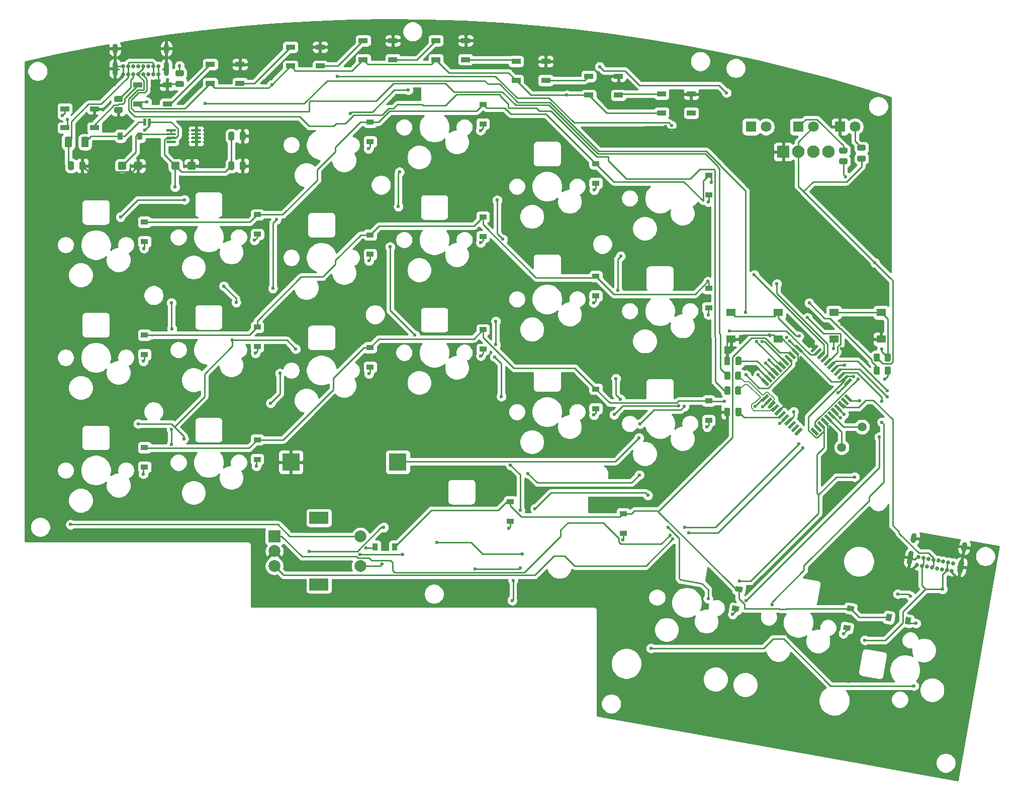
<source format=gbr>
%TF.GenerationSoftware,KiCad,Pcbnew,5.1.9*%
%TF.CreationDate,2021-05-05T06:58:16-05:00*%
%TF.ProjectId,monarch,6d6f6e61-7263-4682-9e6b-696361645f70,rev?*%
%TF.SameCoordinates,Original*%
%TF.FileFunction,Copper,L1,Top*%
%TF.FilePolarity,Positive*%
%FSLAX46Y46*%
G04 Gerber Fmt 4.6, Leading zero omitted, Abs format (unit mm)*
G04 Created by KiCad (PCBNEW 5.1.9) date 2021-05-05 06:58:16*
%MOMM*%
%LPD*%
G01*
G04 APERTURE LIST*
%TA.AperFunction,ComponentPad*%
%ADD10C,0.700000*%
%TD*%
%TA.AperFunction,SMDPad,CuDef*%
%ADD11C,0.100000*%
%TD*%
%TA.AperFunction,SMDPad,CuDef*%
%ADD12R,1.200000X0.900000*%
%TD*%
%TA.AperFunction,SMDPad,CuDef*%
%ADD13R,0.900000X1.200000*%
%TD*%
%TA.AperFunction,ComponentPad*%
%ADD14C,2.100000*%
%TD*%
%TA.AperFunction,ComponentPad*%
%ADD15R,2.100000X2.100000*%
%TD*%
%TA.AperFunction,ComponentPad*%
%ADD16C,1.500000*%
%TD*%
%TA.AperFunction,SMDPad,CuDef*%
%ADD17R,1.550000X1.300000*%
%TD*%
%TA.AperFunction,ComponentPad*%
%ADD18O,0.900000X1.700000*%
%TD*%
%TA.AperFunction,ComponentPad*%
%ADD19O,0.900000X2.400000*%
%TD*%
%TA.AperFunction,SMDPad,CuDef*%
%ADD20R,1.501140X0.899160*%
%TD*%
%TA.AperFunction,SMDPad,CuDef*%
%ADD21R,3.000000X3.000000*%
%TD*%
%TA.AperFunction,ComponentPad*%
%ADD22C,1.800000*%
%TD*%
%TA.AperFunction,ComponentPad*%
%ADD23R,1.800000X1.800000*%
%TD*%
%TA.AperFunction,ComponentPad*%
%ADD24C,2.000000*%
%TD*%
%TA.AperFunction,WasherPad*%
%ADD25R,3.200000X2.000000*%
%TD*%
%TA.AperFunction,ComponentPad*%
%ADD26R,2.000000X2.000000*%
%TD*%
%TA.AperFunction,SMDPad,CuDef*%
%ADD27R,0.600000X1.200000*%
%TD*%
%TA.AperFunction,ViaPad*%
%ADD28C,0.600000*%
%TD*%
%TA.AperFunction,Conductor*%
%ADD29C,0.250000*%
%TD*%
%TA.AperFunction,Conductor*%
%ADD30C,0.200000*%
%TD*%
%TA.AperFunction,Conductor*%
%ADD31C,0.254000*%
%TD*%
%TA.AperFunction,Conductor*%
%ADD32C,0.100000*%
%TD*%
G04 APERTURE END LIST*
%TO.P,J2,S1*%
%TO.N,GND*%
%TA.AperFunction,ComponentPad*%
G36*
G01*
X169973581Y-94599651D02*
X170112499Y-93811805D01*
G75*
G02*
X170633804Y-93446784I443163J-78142D01*
G01*
X170633804Y-93446784D01*
G75*
G02*
X170998825Y-93968089I-78142J-443163D01*
G01*
X170859907Y-94755935D01*
G75*
G02*
X170338602Y-95120956I-443163J78142D01*
G01*
X170338602Y-95120956D01*
G75*
G02*
X169973581Y-94599651I78142J443163D01*
G01*
G37*
%TD.AperFunction*%
%TA.AperFunction,ComponentPad*%
G36*
G01*
X161454994Y-93097594D02*
X161593912Y-92309748D01*
G75*
G02*
X162115217Y-91944727I443163J-78142D01*
G01*
X162115217Y-91944727D01*
G75*
G02*
X162480238Y-92466032I-78142J-443163D01*
G01*
X162341320Y-93253878D01*
G75*
G02*
X161820015Y-93618899I-443163J78142D01*
G01*
X161820015Y-93618899D01*
G75*
G02*
X161454994Y-93097594I78142J443163D01*
G01*
G37*
%TD.AperFunction*%
%TA.AperFunction,ComponentPad*%
G36*
G01*
X169325873Y-98272984D02*
X169586345Y-96795772D01*
G75*
G02*
X170107650Y-96430751I443163J-78142D01*
G01*
X170107650Y-96430751D01*
G75*
G02*
X170472671Y-96952056I-78142J-443163D01*
G01*
X170212199Y-98429268D01*
G75*
G02*
X169690894Y-98794289I-443163J78142D01*
G01*
X169690894Y-98794289D01*
G75*
G02*
X169325873Y-98272984I78142J443163D01*
G01*
G37*
%TD.AperFunction*%
%TA.AperFunction,ComponentPad*%
G36*
G01*
X160807286Y-96770927D02*
X161067758Y-95293715D01*
G75*
G02*
X161589063Y-94928694I443163J-78142D01*
G01*
X161589063Y-94928694D01*
G75*
G02*
X161954084Y-95449999I-78142J-443163D01*
G01*
X161693612Y-96927211D01*
G75*
G02*
X161172307Y-97292232I-443163J78142D01*
G01*
X161172307Y-97292232D01*
G75*
G02*
X160807286Y-96770927I78142J443163D01*
G01*
G37*
%TD.AperFunction*%
D10*
%TO.P,J2,B6*%
%TO.N,Net-(J2-PadB6)*%
X166122771Y-96570913D03*
%TO.P,J2,B1*%
%TO.N,GND*%
X168634031Y-97013716D03*
%TO.P,J2,B4*%
%TO.N,VCC*%
X167796945Y-96866115D03*
%TO.P,J2,B5*%
%TO.N,GND*%
X166959858Y-96718514D03*
%TO.P,J2,B12*%
X162774425Y-95980510D03*
%TO.P,J2,B8*%
%TO.N,Net-(J2-PadB8)*%
X164448598Y-96275711D03*
%TO.P,J2,B7*%
%TO.N,RX*%
X165285685Y-96423312D03*
%TO.P,J2,B9*%
%TO.N,VCC*%
X163611512Y-96128110D03*
%TO.P,J2,A12*%
%TO.N,GND*%
X168399606Y-98343207D03*
%TO.P,J2,A9*%
%TO.N,VCC*%
X167562520Y-98195606D03*
%TO.P,J2,A8*%
%TO.N,Net-(J2-PadA8)*%
X166725433Y-98048005D03*
%TO.P,J2,A7*%
%TO.N,Net-(J2-PadA7)*%
X165888346Y-97900404D03*
%TO.P,J2,A6*%
%TO.N,RX*%
X165051260Y-97752803D03*
%TO.P,J2,A5*%
%TO.N,GND*%
X164214173Y-97605202D03*
%TO.P,J2,A4*%
%TO.N,VCC*%
X163377087Y-97457601D03*
%TO.P,J2,A1*%
%TO.N,GND*%
X162540000Y-97310000D03*
%TD*%
%TA.AperFunction,SMDPad,CuDef*%
D11*
%TO.P,D23,2*%
%TO.N,Net-(D23-Pad2)*%
G36*
X131450738Y-104107581D02*
G01*
X132632507Y-104315958D01*
X132476224Y-105202285D01*
X131294455Y-104993908D01*
X131450738Y-104107581D01*
G37*
%TD.AperFunction*%
%TA.AperFunction,SMDPad,CuDef*%
%TO.P,D23,1*%
%TO.N,A0*%
G36*
X132023776Y-100857715D02*
G01*
X133205545Y-101066092D01*
X133049262Y-101952419D01*
X131867493Y-101744042D01*
X132023776Y-100857715D01*
G37*
%TD.AperFunction*%
%TD*%
D12*
%TO.P,D18,2*%
%TO.N,Net-(D18-Pad2)*%
X127425000Y-72941000D03*
%TO.P,D18,1*%
%TO.N,A1*%
X127425000Y-69641000D03*
%TD*%
D13*
%TO.P,D25,2*%
%TO.N,Net-(D25-Pad2)*%
X28350000Y-25000000D03*
%TO.P,D25,1*%
%TO.N,RAW*%
X31650000Y-25000000D03*
%TD*%
%TA.AperFunction,SMDPad,CuDef*%
D11*
%TO.P,D24,2*%
%TO.N,Net-(D24-Pad2)*%
G36*
X150224219Y-107342514D02*
G01*
X151405988Y-107550891D01*
X151249705Y-108437218D01*
X150067936Y-108228841D01*
X150224219Y-107342514D01*
G37*
%TD.AperFunction*%
%TA.AperFunction,SMDPad,CuDef*%
%TO.P,D24,1*%
%TO.N,A0*%
G36*
X150797257Y-104092648D02*
G01*
X151979026Y-104301025D01*
X151822743Y-105187352D01*
X150640974Y-104978975D01*
X150797257Y-104092648D01*
G37*
%TD.AperFunction*%
%TD*%
%TA.AperFunction,SMDPad,CuDef*%
%TO.P,D22,2*%
%TO.N,Net-(D22-Pad2)*%
G36*
X160487581Y-107239262D02*
G01*
X160695958Y-106057493D01*
X161582285Y-106213776D01*
X161373908Y-107395545D01*
X160487581Y-107239262D01*
G37*
%TD.AperFunction*%
%TA.AperFunction,SMDPad,CuDef*%
%TO.P,D22,1*%
%TO.N,A0*%
G36*
X157237715Y-106666224D02*
G01*
X157446092Y-105484455D01*
X158332419Y-105640738D01*
X158124042Y-106822507D01*
X157237715Y-106666224D01*
G37*
%TD.AperFunction*%
%TD*%
D12*
%TO.P,D21,2*%
%TO.N,Net-(D21-Pad2)*%
X113037500Y-91950000D03*
%TO.P,D21,1*%
%TO.N,A0*%
X113037500Y-88650000D03*
%TD*%
%TO.P,D20,2*%
%TO.N,Net-(D20-Pad2)*%
X94037500Y-89950000D03*
%TO.P,D20,1*%
%TO.N,A0*%
X94037500Y-86650000D03*
%TD*%
D13*
%TO.P,D19,2*%
%TO.N,Net-(D19-Pad2)*%
X71260000Y-94250000D03*
%TO.P,D19,1*%
%TO.N,A0*%
X74560000Y-94250000D03*
%TD*%
D12*
%TO.P,D17,2*%
%TO.N,Net-(D17-Pad2)*%
X108425000Y-70941000D03*
%TO.P,D17,1*%
%TO.N,A1*%
X108425000Y-67641000D03*
%TD*%
%TO.P,D16,2*%
%TO.N,Net-(D16-Pad2)*%
X89425000Y-60941000D03*
%TO.P,D16,1*%
%TO.N,A1*%
X89425000Y-57641000D03*
%TD*%
%TO.P,D15,2*%
%TO.N,Net-(D15-Pad2)*%
X70425000Y-63941000D03*
%TO.P,D15,1*%
%TO.N,A1*%
X70425000Y-60641000D03*
%TD*%
%TO.P,D14,2*%
%TO.N,Net-(D14-Pad2)*%
X51425000Y-79491000D03*
%TO.P,D14,1*%
%TO.N,A1*%
X51425000Y-76191000D03*
%TD*%
%TO.P,D13,2*%
%TO.N,Net-(D13-Pad2)*%
X32425000Y-80791000D03*
%TO.P,D13,1*%
%TO.N,A1*%
X32425000Y-77491000D03*
%TD*%
%TO.P,D12,2*%
%TO.N,Net-(D12-Pad2)*%
X127425000Y-53941000D03*
%TO.P,D12,1*%
%TO.N,A3*%
X127425000Y-50641000D03*
%TD*%
%TO.P,D11,2*%
%TO.N,Net-(D11-Pad2)*%
X108425000Y-51941000D03*
%TO.P,D11,1*%
%TO.N,A3*%
X108425000Y-48641000D03*
%TD*%
%TO.P,D10,2*%
%TO.N,Net-(D10-Pad2)*%
X89425000Y-41941000D03*
%TO.P,D10,1*%
%TO.N,A3*%
X89425000Y-38641000D03*
%TD*%
%TO.P,D9,2*%
%TO.N,Net-(D9-Pad2)*%
X70425000Y-44941000D03*
%TO.P,D9,1*%
%TO.N,A3*%
X70425000Y-41641000D03*
%TD*%
%TO.P,D8,2*%
%TO.N,Net-(D8-Pad2)*%
X51425000Y-60491000D03*
%TO.P,D8,1*%
%TO.N,A3*%
X51425000Y-57191000D03*
%TD*%
%TO.P,D7,2*%
%TO.N,Net-(D7-Pad2)*%
X32420000Y-61840000D03*
%TO.P,D7,1*%
%TO.N,A3*%
X32420000Y-58540000D03*
%TD*%
%TO.P,D6,2*%
%TO.N,Net-(D6-Pad2)*%
X127425000Y-34941000D03*
%TO.P,D6,1*%
%TO.N,A2*%
X127425000Y-31641000D03*
%TD*%
%TO.P,D5,2*%
%TO.N,Net-(D5-Pad2)*%
X108425000Y-32941000D03*
%TO.P,D5,1*%
%TO.N,A2*%
X108425000Y-29641000D03*
%TD*%
%TO.P,D4,2*%
%TO.N,Net-(D4-Pad2)*%
X89425000Y-22941000D03*
%TO.P,D4,1*%
%TO.N,A2*%
X89425000Y-19641000D03*
%TD*%
%TO.P,D3,2*%
%TO.N,Net-(D3-Pad2)*%
X70425000Y-25941000D03*
%TO.P,D3,1*%
%TO.N,A2*%
X70425000Y-22641000D03*
%TD*%
%TO.P,D2,2*%
%TO.N,Net-(D2-Pad2)*%
X51430000Y-41550000D03*
%TO.P,D2,1*%
%TO.N,A2*%
X51430000Y-38250000D03*
%TD*%
%TO.P,D1,2*%
%TO.N,Net-(D1-Pad2)*%
X32425000Y-42791000D03*
%TO.P,D1,1*%
%TO.N,A2*%
X32425000Y-39491000D03*
%TD*%
D14*
%TO.P,J3,4*%
%TO.N,D2*%
X147620000Y-27650000D03*
%TO.P,J3,3*%
%TO.N,D3*%
X145080000Y-27650000D03*
%TO.P,J3,2*%
%TO.N,VCC*%
X142540000Y-27650000D03*
D15*
%TO.P,J3,1*%
%TO.N,GND*%
X140000000Y-27650000D03*
%TD*%
D16*
%TO.P,16mhz1,2*%
%TO.N,Net-(16mhz1-Pad2)*%
X153270681Y-74019319D03*
%TO.P,16mhz1,1*%
%TO.N,Net-(16mhz1-Pad1)*%
X149820000Y-77470000D03*
%TD*%
D17*
%TO.P,Boot1,2*%
%TO.N,GND*%
X139175000Y-59250000D03*
%TO.P,Boot1,1*%
%TO.N,Net-(Boot1-Pad1)*%
X139175000Y-54750000D03*
X131225000Y-54750000D03*
%TO.P,Boot1,2*%
%TO.N,GND*%
X131225000Y-59250000D03*
%TD*%
%TO.P,C5,2*%
%TO.N,GND*%
%TA.AperFunction,SMDPad,CuDef*%
G36*
G01*
X131050000Y-71025000D02*
X131050000Y-71975000D01*
G75*
G02*
X130800000Y-72225000I-250000J0D01*
G01*
X130300000Y-72225000D01*
G75*
G02*
X130050000Y-71975000I0J250000D01*
G01*
X130050000Y-71025000D01*
G75*
G02*
X130300000Y-70775000I250000J0D01*
G01*
X130800000Y-70775000D01*
G75*
G02*
X131050000Y-71025000I0J-250000D01*
G01*
G37*
%TD.AperFunction*%
%TO.P,C5,1*%
%TO.N,Net-(C5-Pad1)*%
%TA.AperFunction,SMDPad,CuDef*%
G36*
G01*
X132950000Y-71025000D02*
X132950000Y-71975000D01*
G75*
G02*
X132700000Y-72225000I-250000J0D01*
G01*
X132200000Y-72225000D01*
G75*
G02*
X131950000Y-71975000I0J250000D01*
G01*
X131950000Y-71025000D01*
G75*
G02*
X132200000Y-70775000I250000J0D01*
G01*
X132700000Y-70775000D01*
G75*
G02*
X132950000Y-71025000I0J-250000D01*
G01*
G37*
%TD.AperFunction*%
%TD*%
%TA.AperFunction,SMDPad,CuDef*%
D11*
%TO.P,U1,1*%
%TO.N,COL3*%
G36*
X136576090Y-69860610D02*
G01*
X136222536Y-69507056D01*
X137283196Y-68446396D01*
X137636750Y-68799950D01*
X136576090Y-69860610D01*
G37*
%TD.AperFunction*%
%TA.AperFunction,SMDPad,CuDef*%
%TO.P,U1,2*%
%TO.N,UVCC*%
G36*
X137141775Y-70426295D02*
G01*
X136788221Y-70072741D01*
X137848881Y-69012081D01*
X138202435Y-69365635D01*
X137141775Y-70426295D01*
G37*
%TD.AperFunction*%
%TA.AperFunction,SMDPad,CuDef*%
%TO.P,U1,3*%
%TO.N,D-*%
G36*
X137707461Y-70991981D02*
G01*
X137353907Y-70638427D01*
X138414567Y-69577767D01*
X138768121Y-69931321D01*
X137707461Y-70991981D01*
G37*
%TD.AperFunction*%
%TA.AperFunction,SMDPad,CuDef*%
%TO.P,U1,4*%
%TO.N,D+*%
G36*
X138273146Y-71557666D02*
G01*
X137919592Y-71204112D01*
X138980252Y-70143452D01*
X139333806Y-70497006D01*
X138273146Y-71557666D01*
G37*
%TD.AperFunction*%
%TA.AperFunction,SMDPad,CuDef*%
%TO.P,U1,5*%
%TO.N,GND*%
G36*
X138838832Y-72123352D02*
G01*
X138485278Y-71769798D01*
X139545938Y-70709138D01*
X139899492Y-71062692D01*
X138838832Y-72123352D01*
G37*
%TD.AperFunction*%
%TA.AperFunction,SMDPad,CuDef*%
%TO.P,U1,6*%
%TO.N,Net-(C5-Pad1)*%
G36*
X139404517Y-72689037D02*
G01*
X139050963Y-72335483D01*
X140111623Y-71274823D01*
X140465177Y-71628377D01*
X139404517Y-72689037D01*
G37*
%TD.AperFunction*%
%TA.AperFunction,SMDPad,CuDef*%
%TO.P,U1,7*%
%TO.N,UVCC*%
G36*
X139970202Y-73254722D02*
G01*
X139616648Y-72901168D01*
X140677308Y-71840508D01*
X141030862Y-72194062D01*
X139970202Y-73254722D01*
G37*
%TD.AperFunction*%
%TA.AperFunction,SMDPad,CuDef*%
%TO.P,U1,8*%
%TO.N,Net-(Boot1-Pad1)*%
G36*
X140535888Y-73820408D02*
G01*
X140182334Y-73466854D01*
X141242994Y-72406194D01*
X141596548Y-72759748D01*
X140535888Y-73820408D01*
G37*
%TD.AperFunction*%
%TA.AperFunction,SMDPad,CuDef*%
%TO.P,U1,9*%
%TO.N,SCK*%
G36*
X141101573Y-74386093D02*
G01*
X140748019Y-74032539D01*
X141808679Y-72971879D01*
X142162233Y-73325433D01*
X141101573Y-74386093D01*
G37*
%TD.AperFunction*%
%TA.AperFunction,SMDPad,CuDef*%
%TO.P,U1,10*%
%TO.N,MOSI*%
G36*
X141667259Y-74951779D02*
G01*
X141313705Y-74598225D01*
X142374365Y-73537565D01*
X142727919Y-73891119D01*
X141667259Y-74951779D01*
G37*
%TD.AperFunction*%
%TA.AperFunction,SMDPad,CuDef*%
%TO.P,U1,11*%
%TO.N,MISO*%
G36*
X142232944Y-75517464D02*
G01*
X141879390Y-75163910D01*
X142940050Y-74103250D01*
X143293604Y-74456804D01*
X142232944Y-75517464D01*
G37*
%TD.AperFunction*%
%TA.AperFunction,SMDPad,CuDef*%
%TO.P,U1,12*%
%TO.N,Net-(U1-Pad12)*%
G36*
X145627056Y-75517464D02*
G01*
X144566396Y-74456804D01*
X144919950Y-74103250D01*
X145980610Y-75163910D01*
X145627056Y-75517464D01*
G37*
%TD.AperFunction*%
%TA.AperFunction,SMDPad,CuDef*%
%TO.P,U1,13*%
%TO.N,RESET*%
G36*
X146192741Y-74951779D02*
G01*
X145132081Y-73891119D01*
X145485635Y-73537565D01*
X146546295Y-74598225D01*
X146192741Y-74951779D01*
G37*
%TD.AperFunction*%
%TA.AperFunction,SMDPad,CuDef*%
%TO.P,U1,14*%
%TO.N,VCC*%
G36*
X146758427Y-74386093D02*
G01*
X145697767Y-73325433D01*
X146051321Y-72971879D01*
X147111981Y-74032539D01*
X146758427Y-74386093D01*
G37*
%TD.AperFunction*%
%TA.AperFunction,SMDPad,CuDef*%
%TO.P,U1,15*%
%TO.N,GND*%
G36*
X147324112Y-73820408D02*
G01*
X146263452Y-72759748D01*
X146617006Y-72406194D01*
X147677666Y-73466854D01*
X147324112Y-73820408D01*
G37*
%TD.AperFunction*%
%TA.AperFunction,SMDPad,CuDef*%
%TO.P,U1,16*%
%TO.N,Net-(16mhz1-Pad1)*%
G36*
X147889798Y-73254722D02*
G01*
X146829138Y-72194062D01*
X147182692Y-71840508D01*
X148243352Y-72901168D01*
X147889798Y-73254722D01*
G37*
%TD.AperFunction*%
%TA.AperFunction,SMDPad,CuDef*%
%TO.P,U1,17*%
%TO.N,Net-(16mhz1-Pad2)*%
G36*
X148455483Y-72689037D02*
G01*
X147394823Y-71628377D01*
X147748377Y-71274823D01*
X148809037Y-72335483D01*
X148455483Y-72689037D01*
G37*
%TD.AperFunction*%
%TA.AperFunction,SMDPad,CuDef*%
%TO.P,U1,18*%
%TO.N,D3*%
G36*
X149021168Y-72123352D02*
G01*
X147960508Y-71062692D01*
X148314062Y-70709138D01*
X149374722Y-71769798D01*
X149021168Y-72123352D01*
G37*
%TD.AperFunction*%
%TA.AperFunction,SMDPad,CuDef*%
%TO.P,U1,19*%
%TO.N,D2*%
G36*
X149586854Y-71557666D02*
G01*
X148526194Y-70497006D01*
X148879748Y-70143452D01*
X149940408Y-71204112D01*
X149586854Y-71557666D01*
G37*
%TD.AperFunction*%
%TA.AperFunction,SMDPad,CuDef*%
%TO.P,U1,20*%
%TO.N,RX*%
G36*
X150152539Y-70991981D02*
G01*
X149091879Y-69931321D01*
X149445433Y-69577767D01*
X150506093Y-70638427D01*
X150152539Y-70991981D01*
G37*
%TD.AperFunction*%
%TA.AperFunction,SMDPad,CuDef*%
%TO.P,U1,21*%
%TO.N,TX*%
G36*
X150718225Y-70426295D02*
G01*
X149657565Y-69365635D01*
X150011119Y-69012081D01*
X151071779Y-70072741D01*
X150718225Y-70426295D01*
G37*
%TD.AperFunction*%
%TA.AperFunction,SMDPad,CuDef*%
%TO.P,U1,22*%
%TO.N,Net-(R8-Pad1)*%
G36*
X151283910Y-69860610D02*
G01*
X150223250Y-68799950D01*
X150576804Y-68446396D01*
X151637464Y-69507056D01*
X151283910Y-69860610D01*
G37*
%TD.AperFunction*%
%TA.AperFunction,SMDPad,CuDef*%
%TO.P,U1,23*%
%TO.N,GND*%
G36*
X150576804Y-67173604D02*
G01*
X150223250Y-66820050D01*
X151283910Y-65759390D01*
X151637464Y-66112944D01*
X150576804Y-67173604D01*
G37*
%TD.AperFunction*%
%TA.AperFunction,SMDPad,CuDef*%
%TO.P,U1,24*%
%TO.N,VCC*%
G36*
X150011119Y-66607919D02*
G01*
X149657565Y-66254365D01*
X150718225Y-65193705D01*
X151071779Y-65547259D01*
X150011119Y-66607919D01*
G37*
%TD.AperFunction*%
%TA.AperFunction,SMDPad,CuDef*%
%TO.P,U1,25*%
%TO.N,COL0*%
G36*
X149445433Y-66042233D02*
G01*
X149091879Y-65688679D01*
X150152539Y-64628019D01*
X150506093Y-64981573D01*
X149445433Y-66042233D01*
G37*
%TD.AperFunction*%
%TA.AperFunction,SMDPad,CuDef*%
%TO.P,U1,26*%
%TO.N,COL2*%
G36*
X148879748Y-65476548D02*
G01*
X148526194Y-65122994D01*
X149586854Y-64062334D01*
X149940408Y-64415888D01*
X148879748Y-65476548D01*
G37*
%TD.AperFunction*%
%TA.AperFunction,SMDPad,CuDef*%
%TO.P,U1,27*%
%TO.N,Net-(R6-Pad1)*%
G36*
X148314062Y-64910862D02*
G01*
X147960508Y-64557308D01*
X149021168Y-63496648D01*
X149374722Y-63850202D01*
X148314062Y-64910862D01*
G37*
%TD.AperFunction*%
%TA.AperFunction,SMDPad,CuDef*%
%TO.P,U1,28*%
%TO.N,COL4*%
G36*
X147748377Y-64345177D02*
G01*
X147394823Y-63991623D01*
X148455483Y-62930963D01*
X148809037Y-63284517D01*
X147748377Y-64345177D01*
G37*
%TD.AperFunction*%
%TA.AperFunction,SMDPad,CuDef*%
%TO.P,U1,29*%
%TO.N,D9*%
G36*
X147182692Y-63779492D02*
G01*
X146829138Y-63425938D01*
X147889798Y-62365278D01*
X148243352Y-62718832D01*
X147182692Y-63779492D01*
G37*
%TD.AperFunction*%
%TA.AperFunction,SMDPad,CuDef*%
%TO.P,U1,30*%
%TO.N,D10*%
G36*
X146617006Y-63213806D02*
G01*
X146263452Y-62860252D01*
X147324112Y-61799592D01*
X147677666Y-62153146D01*
X146617006Y-63213806D01*
G37*
%TD.AperFunction*%
%TA.AperFunction,SMDPad,CuDef*%
%TO.P,U1,31*%
%TO.N,COL1*%
G36*
X146051321Y-62648121D02*
G01*
X145697767Y-62294567D01*
X146758427Y-61233907D01*
X147111981Y-61587461D01*
X146051321Y-62648121D01*
G37*
%TD.AperFunction*%
%TA.AperFunction,SMDPad,CuDef*%
%TO.P,U1,32*%
%TO.N,Net-(BZ1-Pad1)*%
G36*
X145485635Y-62082435D02*
G01*
X145132081Y-61728881D01*
X146192741Y-60668221D01*
X146546295Y-61021775D01*
X145485635Y-62082435D01*
G37*
%TD.AperFunction*%
%TA.AperFunction,SMDPad,CuDef*%
%TO.P,U1,33*%
%TO.N,GND*%
G36*
X144919950Y-61516750D02*
G01*
X144566396Y-61163196D01*
X145627056Y-60102536D01*
X145980610Y-60456090D01*
X144919950Y-61516750D01*
G37*
%TD.AperFunction*%
%TA.AperFunction,SMDPad,CuDef*%
%TO.P,U1,34*%
%TO.N,VCC*%
G36*
X142940050Y-61516750D02*
G01*
X141879390Y-60456090D01*
X142232944Y-60102536D01*
X143293604Y-61163196D01*
X142940050Y-61516750D01*
G37*
%TD.AperFunction*%
%TA.AperFunction,SMDPad,CuDef*%
%TO.P,U1,35*%
%TO.N,GND*%
G36*
X142374365Y-62082435D02*
G01*
X141313705Y-61021775D01*
X141667259Y-60668221D01*
X142727919Y-61728881D01*
X142374365Y-62082435D01*
G37*
%TD.AperFunction*%
%TA.AperFunction,SMDPad,CuDef*%
%TO.P,U1,36*%
%TO.N,A0*%
G36*
X141808679Y-62648121D02*
G01*
X140748019Y-61587461D01*
X141101573Y-61233907D01*
X142162233Y-62294567D01*
X141808679Y-62648121D01*
G37*
%TD.AperFunction*%
%TA.AperFunction,SMDPad,CuDef*%
%TO.P,U1,37*%
%TO.N,A1*%
G36*
X141242994Y-63213806D02*
G01*
X140182334Y-62153146D01*
X140535888Y-61799592D01*
X141596548Y-62860252D01*
X141242994Y-63213806D01*
G37*
%TD.AperFunction*%
%TA.AperFunction,SMDPad,CuDef*%
%TO.P,U1,38*%
%TO.N,A2*%
G36*
X140677308Y-63779492D02*
G01*
X139616648Y-62718832D01*
X139970202Y-62365278D01*
X141030862Y-63425938D01*
X140677308Y-63779492D01*
G37*
%TD.AperFunction*%
%TA.AperFunction,SMDPad,CuDef*%
%TO.P,U1,39*%
%TO.N,A3*%
G36*
X140111623Y-64345177D02*
G01*
X139050963Y-63284517D01*
X139404517Y-62930963D01*
X140465177Y-63991623D01*
X140111623Y-64345177D01*
G37*
%TD.AperFunction*%
%TA.AperFunction,SMDPad,CuDef*%
%TO.P,U1,40*%
%TO.N,A4*%
G36*
X139545938Y-64910862D02*
G01*
X138485278Y-63850202D01*
X138838832Y-63496648D01*
X139899492Y-64557308D01*
X139545938Y-64910862D01*
G37*
%TD.AperFunction*%
%TA.AperFunction,SMDPad,CuDef*%
%TO.P,U1,41*%
%TO.N,A5*%
G36*
X138980252Y-65476548D02*
G01*
X137919592Y-64415888D01*
X138273146Y-64062334D01*
X139333806Y-65122994D01*
X138980252Y-65476548D01*
G37*
%TD.AperFunction*%
%TA.AperFunction,SMDPad,CuDef*%
%TO.P,U1,42*%
%TO.N,Net-(C1-Pad2)*%
G36*
X138414567Y-66042233D02*
G01*
X137353907Y-64981573D01*
X137707461Y-64628019D01*
X138768121Y-65688679D01*
X138414567Y-66042233D01*
G37*
%TD.AperFunction*%
%TA.AperFunction,SMDPad,CuDef*%
%TO.P,U1,43*%
%TO.N,GND*%
G36*
X137848881Y-66607919D02*
G01*
X136788221Y-65547259D01*
X137141775Y-65193705D01*
X138202435Y-66254365D01*
X137848881Y-66607919D01*
G37*
%TD.AperFunction*%
%TA.AperFunction,SMDPad,CuDef*%
%TO.P,U1,44*%
%TO.N,VCC*%
G36*
X137283196Y-67173604D02*
G01*
X136222536Y-66112944D01*
X136576090Y-65759390D01*
X137636750Y-66820050D01*
X137283196Y-67173604D01*
G37*
%TD.AperFunction*%
%TD*%
D18*
%TO.P,J1,S1*%
%TO.N,GND*%
X36100000Y-10240000D03*
X27450000Y-10240000D03*
D19*
X36100000Y-13620000D03*
X27450000Y-13620000D03*
D10*
%TO.P,J1,B6*%
%TO.N,Net-(J1-PadA6)*%
X32200000Y-13250000D03*
%TO.P,J1,B1*%
%TO.N,GND*%
X34750000Y-13250000D03*
%TO.P,J1,B4*%
%TO.N,UVCC*%
X33900000Y-13250000D03*
%TO.P,J1,B5*%
%TO.N,Net-(J1-PadB5)*%
X33050000Y-13250000D03*
%TO.P,J1,B12*%
%TO.N,GND*%
X28800000Y-13250000D03*
%TO.P,J1,B8*%
%TO.N,Net-(J1-PadB8)*%
X30500000Y-13250000D03*
%TO.P,J1,B7*%
%TO.N,Net-(J1-PadA7)*%
X31350000Y-13250000D03*
%TO.P,J1,B9*%
%TO.N,UVCC*%
X29650000Y-13250000D03*
%TO.P,J1,A12*%
%TO.N,GND*%
X34750000Y-14600000D03*
%TO.P,J1,A9*%
%TO.N,UVCC*%
X33900000Y-14600000D03*
%TO.P,J1,A8*%
%TO.N,Net-(J1-PadA8)*%
X33050000Y-14600000D03*
%TO.P,J1,A7*%
%TO.N,Net-(J1-PadA7)*%
X32200000Y-14600000D03*
%TO.P,J1,A6*%
%TO.N,Net-(J1-PadA6)*%
X31350000Y-14600000D03*
%TO.P,J1,A5*%
%TO.N,Net-(J1-PadA5)*%
X30500000Y-14600000D03*
%TO.P,J1,A4*%
%TO.N,UVCC*%
X29650000Y-14600000D03*
%TO.P,J1,A1*%
%TO.N,GND*%
X28800000Y-14600000D03*
%TD*%
D20*
%TO.P,L39,1*%
%TO.N,Net-(L38-Pad3)*%
X36249360Y-19600200D03*
%TO.P,L39,2*%
%TO.N,GND*%
X36249360Y-16399800D03*
%TO.P,L39,3*%
%TO.N,Net-(L36-Pad1)*%
X31250640Y-16399800D03*
%TO.P,L39,4*%
%TO.N,VCC*%
X31250640Y-19600200D03*
%TD*%
D21*
%TO.P,BZ1,1*%
%TO.N,Net-(BZ1-Pad1)*%
X75080000Y-79970000D03*
%TO.P,BZ1,2*%
%TO.N,GND*%
X57080000Y-79970000D03*
%TD*%
D22*
%TO.P,D27,2*%
%TO.N,VCC*%
X145090000Y-23430000D03*
D23*
%TO.P,D27,1*%
%TO.N,Net-(D27-Pad1)*%
X142550000Y-23430000D03*
%TD*%
%TO.P,R6,2*%
%TO.N,Net-(D27-Pad1)*%
%TA.AperFunction,SMDPad,CuDef*%
G36*
G01*
X150570001Y-27937500D02*
X149669999Y-27937500D01*
G75*
G02*
X149420000Y-27687501I0J249999D01*
G01*
X149420000Y-27162499D01*
G75*
G02*
X149669999Y-26912500I249999J0D01*
G01*
X150570001Y-26912500D01*
G75*
G02*
X150820000Y-27162499I0J-249999D01*
G01*
X150820000Y-27687501D01*
G75*
G02*
X150570001Y-27937500I-249999J0D01*
G01*
G37*
%TD.AperFunction*%
%TO.P,R6,1*%
%TO.N,Net-(R6-Pad1)*%
%TA.AperFunction,SMDPad,CuDef*%
G36*
G01*
X150570001Y-29762500D02*
X149669999Y-29762500D01*
G75*
G02*
X149420000Y-29512501I0J249999D01*
G01*
X149420000Y-28987499D01*
G75*
G02*
X149669999Y-28737500I249999J0D01*
G01*
X150570001Y-28737500D01*
G75*
G02*
X150820000Y-28987499I0J-249999D01*
G01*
X150820000Y-29512501D01*
G75*
G02*
X150570001Y-29762500I-249999J0D01*
G01*
G37*
%TD.AperFunction*%
%TD*%
D20*
%TO.P,L43,1*%
%TO.N,Net-(L43-Pad1)*%
X124499360Y-21100200D03*
%TO.P,L43,2*%
%TO.N,GND*%
X124499360Y-17899800D03*
%TO.P,L43,3*%
%TO.N,Net-(L42-Pad1)*%
X119500640Y-17899800D03*
%TO.P,L43,4*%
%TO.N,VCC*%
X119500640Y-21100200D03*
%TD*%
%TO.P,L42,1*%
%TO.N,Net-(L42-Pad1)*%
X112249360Y-18100200D03*
%TO.P,L42,2*%
%TO.N,GND*%
X112249360Y-14899800D03*
%TO.P,L42,3*%
%TO.N,Net-(L41-Pad1)*%
X107250640Y-14899800D03*
%TO.P,L42,4*%
%TO.N,VCC*%
X107250640Y-18100200D03*
%TD*%
%TO.P,L41,4*%
%TO.N,VCC*%
X95000640Y-15600200D03*
%TO.P,L41,3*%
%TO.N,Net-(L40-Pad1)*%
X95000640Y-12399800D03*
%TO.P,L41,2*%
%TO.N,GND*%
X99999360Y-12399800D03*
%TO.P,L41,1*%
%TO.N,Net-(L41-Pad1)*%
X99999360Y-15600200D03*
%TD*%
%TO.P,L40,1*%
%TO.N,Net-(L40-Pad1)*%
X86499360Y-12100200D03*
%TO.P,L40,2*%
%TO.N,GND*%
X86499360Y-8899800D03*
%TO.P,L40,3*%
%TO.N,Net-(L32-Pad1)*%
X81500640Y-8899800D03*
%TO.P,L40,4*%
%TO.N,VCC*%
X81500640Y-12100200D03*
%TD*%
%TO.P,L38,1*%
%TO.N,Net-(L37-Pad3)*%
X48499360Y-16100200D03*
%TO.P,L38,2*%
%TO.N,GND*%
X48499360Y-12899800D03*
%TO.P,L38,3*%
%TO.N,Net-(L38-Pad3)*%
X43500640Y-12899800D03*
%TO.P,L38,4*%
%TO.N,VCC*%
X43500640Y-16100200D03*
%TD*%
%TO.P,L37,4*%
%TO.N,VCC*%
X57000640Y-13190200D03*
%TO.P,L37,3*%
%TO.N,Net-(L37-Pad3)*%
X57000640Y-9989800D03*
%TO.P,L37,2*%
%TO.N,GND*%
X61999360Y-9989800D03*
%TO.P,L37,1*%
%TO.N,Net-(L32-Pad3)*%
X61999360Y-13190200D03*
%TD*%
%TO.P,L32,1*%
%TO.N,Net-(L32-Pad1)*%
X74249360Y-12100200D03*
%TO.P,L32,2*%
%TO.N,GND*%
X74249360Y-8899800D03*
%TO.P,L32,3*%
%TO.N,Net-(L32-Pad3)*%
X69250640Y-8899800D03*
%TO.P,L32,4*%
%TO.N,VCC*%
X69250640Y-12100200D03*
%TD*%
D17*
%TO.P,RESET_SW1,2*%
%TO.N,GND*%
X148525000Y-59250000D03*
%TO.P,RESET_SW1,1*%
%TO.N,RESET*%
X148525000Y-54750000D03*
X156475000Y-54750000D03*
%TO.P,RESET_SW1,2*%
%TO.N,GND*%
X156475000Y-59250000D03*
%TD*%
D22*
%TO.P,RED1,2*%
%TO.N,Net-(R1-Pad2)*%
X152090000Y-23430000D03*
D23*
%TO.P,RED1,1*%
%TO.N,GND*%
X149550000Y-23430000D03*
%TD*%
D22*
%TO.P,D26,2*%
%TO.N,VCC*%
X137090000Y-23430000D03*
D23*
%TO.P,D26,1*%
%TO.N,Net-(D26-Pad1)*%
X134550000Y-23430000D03*
%TD*%
D20*
%TO.P,L36,1*%
%TO.N,Net-(L36-Pad1)*%
X23999360Y-23600200D03*
%TO.P,L36,2*%
%TO.N,GND*%
X23999360Y-20399800D03*
%TO.P,L36,3*%
%TO.N,Net-(L35-Pad1)*%
X19000640Y-20399800D03*
%TO.P,L36,4*%
%TO.N,VCC*%
X19000640Y-23600200D03*
%TD*%
%TO.P,R8,2*%
%TO.N,Net-(D26-Pad1)*%
%TA.AperFunction,SMDPad,CuDef*%
G36*
G01*
X156262500Y-64089999D02*
X156262500Y-64990001D01*
G75*
G02*
X156012501Y-65240000I-249999J0D01*
G01*
X155487499Y-65240000D01*
G75*
G02*
X155237500Y-64990001I0J249999D01*
G01*
X155237500Y-64089999D01*
G75*
G02*
X155487499Y-63840000I249999J0D01*
G01*
X156012501Y-63840000D01*
G75*
G02*
X156262500Y-64089999I0J-249999D01*
G01*
G37*
%TD.AperFunction*%
%TO.P,R8,1*%
%TO.N,Net-(R8-Pad1)*%
%TA.AperFunction,SMDPad,CuDef*%
G36*
G01*
X158087500Y-64089999D02*
X158087500Y-64990001D01*
G75*
G02*
X157837501Y-65240000I-249999J0D01*
G01*
X157312499Y-65240000D01*
G75*
G02*
X157062500Y-64990001I0J249999D01*
G01*
X157062500Y-64089999D01*
G75*
G02*
X157312499Y-63840000I249999J0D01*
G01*
X157837501Y-63840000D01*
G75*
G02*
X158087500Y-64089999I0J-249999D01*
G01*
G37*
%TD.AperFunction*%
%TD*%
D24*
%TO.P,SW19,S1*%
%TO.N,Net-(D19-Pad2)*%
X68790000Y-97470000D03*
%TO.P,SW19,S2*%
%TO.N,COL0*%
X68790000Y-92470000D03*
D25*
%TO.P,SW19,*%
%TO.N,*%
X61790000Y-100570000D03*
X61790000Y-89370000D03*
D24*
%TO.P,SW19,B*%
%TO.N,A5*%
X54290000Y-97470000D03*
%TO.P,SW19,C*%
%TO.N,GND*%
X54290000Y-94970000D03*
D26*
%TO.P,SW19,A*%
%TO.N,A4*%
X54290000Y-92470000D03*
%TD*%
%TO.P,R4,2*%
%TO.N,Net-(J1-PadB5)*%
%TA.AperFunction,SMDPad,CuDef*%
G36*
G01*
X38793342Y-14906077D02*
X37893340Y-14906077D01*
G75*
G02*
X37643341Y-14656078I0J249999D01*
G01*
X37643341Y-14131076D01*
G75*
G02*
X37893340Y-13881077I249999J0D01*
G01*
X38793342Y-13881077D01*
G75*
G02*
X39043341Y-14131076I0J-249999D01*
G01*
X39043341Y-14656078D01*
G75*
G02*
X38793342Y-14906077I-249999J0D01*
G01*
G37*
%TD.AperFunction*%
%TO.P,R4,1*%
%TO.N,GND*%
%TA.AperFunction,SMDPad,CuDef*%
G36*
G01*
X38793342Y-16731077D02*
X37893340Y-16731077D01*
G75*
G02*
X37643341Y-16481078I0J249999D01*
G01*
X37643341Y-15956076D01*
G75*
G02*
X37893340Y-15706077I249999J0D01*
G01*
X38793342Y-15706077D01*
G75*
G02*
X39043341Y-15956076I0J-249999D01*
G01*
X39043341Y-16481078D01*
G75*
G02*
X38793342Y-16731077I-249999J0D01*
G01*
G37*
%TD.AperFunction*%
%TD*%
%TO.P,R3,2*%
%TO.N,Net-(J1-PadA5)*%
%TA.AperFunction,SMDPad,CuDef*%
G36*
G01*
X28480952Y-19287290D02*
X27580950Y-19287290D01*
G75*
G02*
X27330951Y-19037291I0J249999D01*
G01*
X27330951Y-18512289D01*
G75*
G02*
X27580950Y-18262290I249999J0D01*
G01*
X28480952Y-18262290D01*
G75*
G02*
X28730951Y-18512289I0J-249999D01*
G01*
X28730951Y-19037291D01*
G75*
G02*
X28480952Y-19287290I-249999J0D01*
G01*
G37*
%TD.AperFunction*%
%TO.P,R3,1*%
%TO.N,GND*%
%TA.AperFunction,SMDPad,CuDef*%
G36*
G01*
X28480952Y-21112290D02*
X27580950Y-21112290D01*
G75*
G02*
X27330951Y-20862291I0J249999D01*
G01*
X27330951Y-20337289D01*
G75*
G02*
X27580950Y-20087290I249999J0D01*
G01*
X28480952Y-20087290D01*
G75*
G02*
X28730951Y-20337289I0J-249999D01*
G01*
X28730951Y-20862291D01*
G75*
G02*
X28480952Y-21112290I-249999J0D01*
G01*
G37*
%TD.AperFunction*%
%TD*%
D27*
%TO.P,JP1,1*%
%TO.N,Net-(D25-Pad2)*%
X32450000Y-22610000D03*
%TO.P,JP1,2*%
%TO.N,VCC*%
X33250000Y-22610000D03*
%TD*%
%TO.P,U2,8*%
%TO.N,GND*%
%TA.AperFunction,SMDPad,CuDef*%
G36*
G01*
X40300000Y-24125000D02*
X40300000Y-23925000D01*
G75*
G02*
X40400000Y-23825000I100000J0D01*
G01*
X41825000Y-23825000D01*
G75*
G02*
X41925000Y-23925000I0J-100000D01*
G01*
X41925000Y-24125000D01*
G75*
G02*
X41825000Y-24225000I-100000J0D01*
G01*
X40400000Y-24225000D01*
G75*
G02*
X40300000Y-24125000I0J100000D01*
G01*
G37*
%TD.AperFunction*%
%TO.P,U2,7*%
%TA.AperFunction,SMDPad,CuDef*%
G36*
G01*
X40300000Y-24775000D02*
X40300000Y-24575000D01*
G75*
G02*
X40400000Y-24475000I100000J0D01*
G01*
X41825000Y-24475000D01*
G75*
G02*
X41925000Y-24575000I0J-100000D01*
G01*
X41925000Y-24775000D01*
G75*
G02*
X41825000Y-24875000I-100000J0D01*
G01*
X40400000Y-24875000D01*
G75*
G02*
X40300000Y-24775000I0J100000D01*
G01*
G37*
%TD.AperFunction*%
%TO.P,U2,6*%
%TA.AperFunction,SMDPad,CuDef*%
G36*
G01*
X40300000Y-25425000D02*
X40300000Y-25225000D01*
G75*
G02*
X40400000Y-25125000I100000J0D01*
G01*
X41825000Y-25125000D01*
G75*
G02*
X41925000Y-25225000I0J-100000D01*
G01*
X41925000Y-25425000D01*
G75*
G02*
X41825000Y-25525000I-100000J0D01*
G01*
X40400000Y-25525000D01*
G75*
G02*
X40300000Y-25425000I0J100000D01*
G01*
G37*
%TD.AperFunction*%
%TO.P,U2,5*%
%TA.AperFunction,SMDPad,CuDef*%
G36*
G01*
X40300000Y-26075000D02*
X40300000Y-25875000D01*
G75*
G02*
X40400000Y-25775000I100000J0D01*
G01*
X41825000Y-25775000D01*
G75*
G02*
X41925000Y-25875000I0J-100000D01*
G01*
X41925000Y-26075000D01*
G75*
G02*
X41825000Y-26175000I-100000J0D01*
G01*
X40400000Y-26175000D01*
G75*
G02*
X40300000Y-26075000I0J100000D01*
G01*
G37*
%TD.AperFunction*%
%TO.P,U2,4*%
%TO.N,Net-(U2-Pad4)*%
%TA.AperFunction,SMDPad,CuDef*%
G36*
G01*
X36075000Y-26075000D02*
X36075000Y-25875000D01*
G75*
G02*
X36175000Y-25775000I100000J0D01*
G01*
X37600000Y-25775000D01*
G75*
G02*
X37700000Y-25875000I0J-100000D01*
G01*
X37700000Y-26075000D01*
G75*
G02*
X37600000Y-26175000I-100000J0D01*
G01*
X36175000Y-26175000D01*
G75*
G02*
X36075000Y-26075000I0J100000D01*
G01*
G37*
%TD.AperFunction*%
%TO.P,U2,3*%
%TO.N,VCC*%
%TA.AperFunction,SMDPad,CuDef*%
G36*
G01*
X36075000Y-25425000D02*
X36075000Y-25225000D01*
G75*
G02*
X36175000Y-25125000I100000J0D01*
G01*
X37600000Y-25125000D01*
G75*
G02*
X37700000Y-25225000I0J-100000D01*
G01*
X37700000Y-25425000D01*
G75*
G02*
X37600000Y-25525000I-100000J0D01*
G01*
X36175000Y-25525000D01*
G75*
G02*
X36075000Y-25425000I0J100000D01*
G01*
G37*
%TD.AperFunction*%
%TO.P,U2,2*%
%TO.N,RAW*%
%TA.AperFunction,SMDPad,CuDef*%
G36*
G01*
X36075000Y-24775000D02*
X36075000Y-24575000D01*
G75*
G02*
X36175000Y-24475000I100000J0D01*
G01*
X37600000Y-24475000D01*
G75*
G02*
X37700000Y-24575000I0J-100000D01*
G01*
X37700000Y-24775000D01*
G75*
G02*
X37600000Y-24875000I-100000J0D01*
G01*
X36175000Y-24875000D01*
G75*
G02*
X36075000Y-24775000I0J100000D01*
G01*
G37*
%TD.AperFunction*%
%TO.P,U2,1*%
%TA.AperFunction,SMDPad,CuDef*%
G36*
G01*
X36075000Y-24125000D02*
X36075000Y-23925000D01*
G75*
G02*
X36175000Y-23825000I100000J0D01*
G01*
X37600000Y-23825000D01*
G75*
G02*
X37700000Y-23925000I0J-100000D01*
G01*
X37700000Y-24125000D01*
G75*
G02*
X37600000Y-24225000I-100000J0D01*
G01*
X36175000Y-24225000D01*
G75*
G02*
X36075000Y-24125000I0J100000D01*
G01*
G37*
%TD.AperFunction*%
%TD*%
%TO.P,R7,2*%
%TO.N,Net-(J1-PadA6)*%
%TA.AperFunction,SMDPad,CuDef*%
G36*
G01*
X131100000Y-67449999D02*
X131100000Y-68350001D01*
G75*
G02*
X130850001Y-68600000I-249999J0D01*
G01*
X130324999Y-68600000D01*
G75*
G02*
X130075000Y-68350001I0J249999D01*
G01*
X130075000Y-67449999D01*
G75*
G02*
X130324999Y-67200000I249999J0D01*
G01*
X130850001Y-67200000D01*
G75*
G02*
X131100000Y-67449999I0J-249999D01*
G01*
G37*
%TD.AperFunction*%
%TO.P,R7,1*%
%TO.N,D+*%
%TA.AperFunction,SMDPad,CuDef*%
G36*
G01*
X132925000Y-67449999D02*
X132925000Y-68350001D01*
G75*
G02*
X132675001Y-68600000I-249999J0D01*
G01*
X132149999Y-68600000D01*
G75*
G02*
X131900000Y-68350001I0J249999D01*
G01*
X131900000Y-67449999D01*
G75*
G02*
X132149999Y-67200000I249999J0D01*
G01*
X132675001Y-67200000D01*
G75*
G02*
X132925000Y-67449999I0J-249999D01*
G01*
G37*
%TD.AperFunction*%
%TD*%
%TO.P,R5,2*%
%TO.N,Net-(J1-PadA7)*%
%TA.AperFunction,SMDPad,CuDef*%
G36*
G01*
X131100000Y-64949999D02*
X131100000Y-65850001D01*
G75*
G02*
X130850001Y-66100000I-249999J0D01*
G01*
X130324999Y-66100000D01*
G75*
G02*
X130075000Y-65850001I0J249999D01*
G01*
X130075000Y-64949999D01*
G75*
G02*
X130324999Y-64700000I249999J0D01*
G01*
X130850001Y-64700000D01*
G75*
G02*
X131100000Y-64949999I0J-249999D01*
G01*
G37*
%TD.AperFunction*%
%TO.P,R5,1*%
%TO.N,D-*%
%TA.AperFunction,SMDPad,CuDef*%
G36*
G01*
X132925000Y-64949999D02*
X132925000Y-65850001D01*
G75*
G02*
X132675001Y-66100000I-249999J0D01*
G01*
X132149999Y-66100000D01*
G75*
G02*
X131900000Y-65850001I0J249999D01*
G01*
X131900000Y-64949999D01*
G75*
G02*
X132149999Y-64700000I249999J0D01*
G01*
X132675001Y-64700000D01*
G75*
G02*
X132925000Y-64949999I0J-249999D01*
G01*
G37*
%TD.AperFunction*%
%TD*%
%TO.P,R2,2*%
%TO.N,RESET*%
%TA.AperFunction,SMDPad,CuDef*%
G36*
G01*
X157062500Y-62790001D02*
X157062500Y-61889999D01*
G75*
G02*
X157312499Y-61640000I249999J0D01*
G01*
X157837501Y-61640000D01*
G75*
G02*
X158087500Y-61889999I0J-249999D01*
G01*
X158087500Y-62790001D01*
G75*
G02*
X157837501Y-63040000I-249999J0D01*
G01*
X157312499Y-63040000D01*
G75*
G02*
X157062500Y-62790001I0J249999D01*
G01*
G37*
%TD.AperFunction*%
%TO.P,R2,1*%
%TO.N,VCC*%
%TA.AperFunction,SMDPad,CuDef*%
G36*
G01*
X155237500Y-62790001D02*
X155237500Y-61889999D01*
G75*
G02*
X155487499Y-61640000I249999J0D01*
G01*
X156012501Y-61640000D01*
G75*
G02*
X156262500Y-61889999I0J-249999D01*
G01*
X156262500Y-62790001D01*
G75*
G02*
X156012501Y-63040000I-249999J0D01*
G01*
X155487499Y-63040000D01*
G75*
G02*
X155237500Y-62790001I0J249999D01*
G01*
G37*
%TD.AperFunction*%
%TD*%
%TO.P,R1,2*%
%TO.N,Net-(R1-Pad2)*%
%TA.AperFunction,SMDPad,CuDef*%
G36*
G01*
X153620001Y-27472500D02*
X152719999Y-27472500D01*
G75*
G02*
X152470000Y-27222501I0J249999D01*
G01*
X152470000Y-26697499D01*
G75*
G02*
X152719999Y-26447500I249999J0D01*
G01*
X153620001Y-26447500D01*
G75*
G02*
X153870000Y-26697499I0J-249999D01*
G01*
X153870000Y-27222501D01*
G75*
G02*
X153620001Y-27472500I-249999J0D01*
G01*
G37*
%TD.AperFunction*%
%TO.P,R1,1*%
%TO.N,VCC*%
%TA.AperFunction,SMDPad,CuDef*%
G36*
G01*
X153620001Y-29297500D02*
X152719999Y-29297500D01*
G75*
G02*
X152470000Y-29047501I0J249999D01*
G01*
X152470000Y-28522499D01*
G75*
G02*
X152719999Y-28272500I249999J0D01*
G01*
X153620001Y-28272500D01*
G75*
G02*
X153870000Y-28522499I0J-249999D01*
G01*
X153870000Y-29047501D01*
G75*
G02*
X153620001Y-29297500I-249999J0D01*
G01*
G37*
%TD.AperFunction*%
%TD*%
%TO.P,F1,2*%
%TO.N,Net-(D25-Pad2)*%
%TA.AperFunction,SMDPad,CuDef*%
G36*
G01*
X21775000Y-26625000D02*
X21775000Y-25375000D01*
G75*
G02*
X22025000Y-25125000I250000J0D01*
G01*
X22775000Y-25125000D01*
G75*
G02*
X23025000Y-25375000I0J-250000D01*
G01*
X23025000Y-26625000D01*
G75*
G02*
X22775000Y-26875000I-250000J0D01*
G01*
X22025000Y-26875000D01*
G75*
G02*
X21775000Y-26625000I0J250000D01*
G01*
G37*
%TD.AperFunction*%
%TO.P,F1,1*%
%TO.N,UVCC*%
%TA.AperFunction,SMDPad,CuDef*%
G36*
G01*
X18975000Y-26625000D02*
X18975000Y-25375000D01*
G75*
G02*
X19225000Y-25125000I250000J0D01*
G01*
X19975000Y-25125000D01*
G75*
G02*
X20225000Y-25375000I0J-250000D01*
G01*
X20225000Y-26625000D01*
G75*
G02*
X19975000Y-26875000I-250000J0D01*
G01*
X19225000Y-26875000D01*
G75*
G02*
X18975000Y-26625000I0J250000D01*
G01*
G37*
%TD.AperFunction*%
%TD*%
%TO.P,C19,2*%
%TO.N,GND*%
%TA.AperFunction,SMDPad,CuDef*%
G36*
G01*
X30650000Y-30425001D02*
X30650000Y-29574999D01*
G75*
G02*
X30899999Y-29325000I249999J0D01*
G01*
X31800001Y-29325000D01*
G75*
G02*
X32050000Y-29574999I0J-249999D01*
G01*
X32050000Y-30425001D01*
G75*
G02*
X31800001Y-30675000I-249999J0D01*
G01*
X30899999Y-30675000D01*
G75*
G02*
X30650000Y-30425001I0J249999D01*
G01*
G37*
%TD.AperFunction*%
%TO.P,C19,1*%
%TO.N,RAW*%
%TA.AperFunction,SMDPad,CuDef*%
G36*
G01*
X27950000Y-30425001D02*
X27950000Y-29574999D01*
G75*
G02*
X28199999Y-29325000I249999J0D01*
G01*
X29100001Y-29325000D01*
G75*
G02*
X29350000Y-29574999I0J-249999D01*
G01*
X29350000Y-30425001D01*
G75*
G02*
X29100001Y-30675000I-249999J0D01*
G01*
X28199999Y-30675000D01*
G75*
G02*
X27950000Y-30425001I0J249999D01*
G01*
G37*
%TD.AperFunction*%
%TD*%
%TO.P,C8,2*%
%TO.N,GND*%
%TA.AperFunction,SMDPad,CuDef*%
G36*
G01*
X48450000Y-25475000D02*
X48450000Y-24525000D01*
G75*
G02*
X48700000Y-24275000I250000J0D01*
G01*
X49200000Y-24275000D01*
G75*
G02*
X49450000Y-24525000I0J-250000D01*
G01*
X49450000Y-25475000D01*
G75*
G02*
X49200000Y-25725000I-250000J0D01*
G01*
X48700000Y-25725000D01*
G75*
G02*
X48450000Y-25475000I0J250000D01*
G01*
G37*
%TD.AperFunction*%
%TO.P,C8,1*%
%TO.N,VCC*%
%TA.AperFunction,SMDPad,CuDef*%
G36*
G01*
X46550000Y-25475000D02*
X46550000Y-24525000D01*
G75*
G02*
X46800000Y-24275000I250000J0D01*
G01*
X47300000Y-24275000D01*
G75*
G02*
X47550000Y-24525000I0J-250000D01*
G01*
X47550000Y-25475000D01*
G75*
G02*
X47300000Y-25725000I-250000J0D01*
G01*
X46800000Y-25725000D01*
G75*
G02*
X46550000Y-25475000I0J250000D01*
G01*
G37*
%TD.AperFunction*%
%TD*%
%TO.P,C7,2*%
%TO.N,GND*%
%TA.AperFunction,SMDPad,CuDef*%
G36*
G01*
X48450000Y-30475000D02*
X48450000Y-29525000D01*
G75*
G02*
X48700000Y-29275000I250000J0D01*
G01*
X49200000Y-29275000D01*
G75*
G02*
X49450000Y-29525000I0J-250000D01*
G01*
X49450000Y-30475000D01*
G75*
G02*
X49200000Y-30725000I-250000J0D01*
G01*
X48700000Y-30725000D01*
G75*
G02*
X48450000Y-30475000I0J250000D01*
G01*
G37*
%TD.AperFunction*%
%TO.P,C7,1*%
%TO.N,VCC*%
%TA.AperFunction,SMDPad,CuDef*%
G36*
G01*
X46550000Y-30475000D02*
X46550000Y-29525000D01*
G75*
G02*
X46800000Y-29275000I250000J0D01*
G01*
X47300000Y-29275000D01*
G75*
G02*
X47550000Y-29525000I0J-250000D01*
G01*
X47550000Y-30475000D01*
G75*
G02*
X47300000Y-30725000I-250000J0D01*
G01*
X46800000Y-30725000D01*
G75*
G02*
X46550000Y-30475000I0J250000D01*
G01*
G37*
%TD.AperFunction*%
%TD*%
%TO.P,C6,2*%
%TO.N,GND*%
%TA.AperFunction,SMDPad,CuDef*%
G36*
G01*
X39650000Y-30425001D02*
X39650000Y-29574999D01*
G75*
G02*
X39899999Y-29325000I249999J0D01*
G01*
X40800001Y-29325000D01*
G75*
G02*
X41050000Y-29574999I0J-249999D01*
G01*
X41050000Y-30425001D01*
G75*
G02*
X40800001Y-30675000I-249999J0D01*
G01*
X39899999Y-30675000D01*
G75*
G02*
X39650000Y-30425001I0J249999D01*
G01*
G37*
%TD.AperFunction*%
%TO.P,C6,1*%
%TO.N,VCC*%
%TA.AperFunction,SMDPad,CuDef*%
G36*
G01*
X36950000Y-30425001D02*
X36950000Y-29574999D01*
G75*
G02*
X37199999Y-29325000I249999J0D01*
G01*
X38100001Y-29325000D01*
G75*
G02*
X38350000Y-29574999I0J-249999D01*
G01*
X38350000Y-30425001D01*
G75*
G02*
X38100001Y-30675000I-249999J0D01*
G01*
X37199999Y-30675000D01*
G75*
G02*
X36950000Y-30425001I0J249999D01*
G01*
G37*
%TD.AperFunction*%
%TD*%
%TO.P,C3,2*%
%TO.N,GND*%
%TA.AperFunction,SMDPad,CuDef*%
G36*
G01*
X21450000Y-30475000D02*
X21450000Y-29525000D01*
G75*
G02*
X21700000Y-29275000I250000J0D01*
G01*
X22200000Y-29275000D01*
G75*
G02*
X22450000Y-29525000I0J-250000D01*
G01*
X22450000Y-30475000D01*
G75*
G02*
X22200000Y-30725000I-250000J0D01*
G01*
X21700000Y-30725000D01*
G75*
G02*
X21450000Y-30475000I0J250000D01*
G01*
G37*
%TD.AperFunction*%
%TO.P,C3,1*%
%TO.N,UVCC*%
%TA.AperFunction,SMDPad,CuDef*%
G36*
G01*
X19550000Y-30475000D02*
X19550000Y-29525000D01*
G75*
G02*
X19800000Y-29275000I250000J0D01*
G01*
X20300000Y-29275000D01*
G75*
G02*
X20550000Y-29525000I0J-250000D01*
G01*
X20550000Y-30475000D01*
G75*
G02*
X20300000Y-30725000I-250000J0D01*
G01*
X19800000Y-30725000D01*
G75*
G02*
X19550000Y-30475000I0J250000D01*
G01*
G37*
%TD.AperFunction*%
%TD*%
%TO.P,C1,2*%
%TO.N,Net-(C1-Pad2)*%
%TA.AperFunction,SMDPad,CuDef*%
G36*
G01*
X131950000Y-63375000D02*
X131950000Y-62425000D01*
G75*
G02*
X132200000Y-62175000I250000J0D01*
G01*
X132700000Y-62175000D01*
G75*
G02*
X132950000Y-62425000I0J-250000D01*
G01*
X132950000Y-63375000D01*
G75*
G02*
X132700000Y-63625000I-250000J0D01*
G01*
X132200000Y-63625000D01*
G75*
G02*
X131950000Y-63375000I0J250000D01*
G01*
G37*
%TD.AperFunction*%
%TO.P,C1,1*%
%TO.N,GND*%
%TA.AperFunction,SMDPad,CuDef*%
G36*
G01*
X130050000Y-63375000D02*
X130050000Y-62425000D01*
G75*
G02*
X130300000Y-62175000I250000J0D01*
G01*
X130800000Y-62175000D01*
G75*
G02*
X131050000Y-62425000I0J-250000D01*
G01*
X131050000Y-63375000D01*
G75*
G02*
X130800000Y-63625000I-250000J0D01*
G01*
X130300000Y-63625000D01*
G75*
G02*
X130050000Y-63375000I0J250000D01*
G01*
G37*
%TD.AperFunction*%
%TD*%
D28*
%TO.N,Net-(J1-PadB5)*%
X38343341Y-13124860D03*
%TO.N,Net-(D1-Pad2)*%
X32330000Y-43930000D03*
%TO.N,Net-(D2-Pad2)*%
X50950000Y-42560000D03*
%TO.N,Net-(D3-Pad2)*%
X70140000Y-27120000D03*
%TO.N,Net-(D4-Pad2)*%
X89020000Y-24060000D03*
%TO.N,Net-(D5-Pad2)*%
X108130000Y-34100000D03*
%TO.N,Net-(D6-Pad2)*%
X127390000Y-36090000D03*
%TO.N,Net-(D7-Pad2)*%
X32250000Y-62970000D03*
%TO.N,Net-(D8-Pad2)*%
X51110000Y-61580000D03*
%TO.N,Net-(D9-Pad2)*%
X70210000Y-46030000D03*
%TO.N,Net-(D10-Pad2)*%
X89040000Y-42980000D03*
%TO.N,Net-(D11-Pad2)*%
X108070000Y-53100000D03*
%TO.N,Net-(D12-Pad2)*%
X127360000Y-55120000D03*
%TO.N,Net-(D13-Pad2)*%
X32210000Y-81970000D03*
%TO.N,Net-(D14-Pad2)*%
X51250000Y-80660000D03*
%TO.N,Net-(D15-Pad2)*%
X70220000Y-65060000D03*
%TO.N,Net-(D16-Pad2)*%
X89060000Y-62060000D03*
%TO.N,Net-(D17-Pad2)*%
X108120000Y-72030000D03*
%TO.N,Net-(D18-Pad2)*%
X127170000Y-74030000D03*
%TO.N,Net-(D19-Pad2)*%
X72410000Y-97150000D03*
X69691251Y-94448369D03*
%TO.N,Net-(D20-Pad2)*%
X93760000Y-91100000D03*
%TO.N,Net-(D21-Pad2)*%
X113010000Y-93050000D03*
%TO.N,Net-(D22-Pad2)*%
X162370000Y-107160000D03*
%TO.N,Net-(D23-Pad2)*%
X131470000Y-105620000D03*
%TO.N,Net-(D24-Pad2)*%
X150130000Y-108870000D03*
%TO.N,COL2*%
X133710000Y-103300000D03*
X54640000Y-39070000D03*
X54030000Y-50680000D03*
X55220000Y-65000000D03*
X53650000Y-70030000D03*
X88100000Y-97950010D03*
X95750000Y-97800000D03*
X157527501Y-68922499D03*
X156134990Y-75750000D03*
%TO.N,COL3*%
X135260000Y-70560000D03*
X77940000Y-58547099D03*
X73780000Y-43660000D03*
X75180000Y-36866000D03*
X75360000Y-31050000D03*
X115770000Y-82120000D03*
X97020000Y-81890000D03*
%TO.N,COL4*%
X157500000Y-67950000D03*
X162020000Y-117680000D03*
X117720000Y-111340000D03*
X94490000Y-99920000D03*
X94060000Y-80460000D03*
X91400000Y-62230000D03*
X91580000Y-60180000D03*
X91600000Y-56220000D03*
X92780000Y-42400000D03*
X91830000Y-35790000D03*
X94340000Y-103280000D03*
X95690000Y-88050000D03*
X92510000Y-68910000D03*
%TO.N,COL5*%
X127340000Y-102970000D03*
X120630000Y-91000000D03*
X112110000Y-51030000D03*
X111830000Y-65860000D03*
X112620000Y-45230000D03*
X112570000Y-69350000D03*
%TO.N,COL0*%
X19970000Y-90490000D03*
X156614990Y-73240000D03*
X156614990Y-69732656D03*
X138130000Y-103960000D03*
%TO.N,COL1*%
X36960000Y-53110000D03*
X37050000Y-57490000D03*
X36940000Y-74430000D03*
X36970000Y-76970000D03*
X68680000Y-95519989D03*
X75880000Y-95500000D03*
X98190000Y-87810000D03*
X117200000Y-85550000D03*
X115863167Y-73513167D03*
X81670000Y-93520000D03*
X96020000Y-95470000D03*
X123350003Y-70553639D03*
X135110006Y-48394264D03*
%TO.N,VCC*%
X72720000Y-90960000D03*
X60190000Y-94990000D03*
X37550000Y-33560000D03*
X141105005Y-59575637D03*
X135790000Y-65250000D03*
X151860000Y-65540000D03*
X132610000Y-100052212D03*
X57880000Y-60890000D03*
X47180000Y-59370000D03*
X47850000Y-53030000D03*
X45775000Y-50295000D03*
X32470000Y-24000000D03*
X32820000Y-19230000D03*
X53855420Y-16335420D03*
X103539800Y-18100200D03*
X153750000Y-109980000D03*
X39040000Y-76030000D03*
X31350000Y-73500000D03*
X19451211Y-22180000D03*
X155445000Y-46355000D03*
X152010000Y-82460000D03*
X166828175Y-101376891D03*
%TO.N,Net-(L10-Pad3)*%
X28380000Y-38640000D03*
X39150000Y-35740000D03*
%TO.N,Net-(L11-Pad1)*%
X76830000Y-17250000D03*
X67073839Y-21202263D03*
%TO.N,Net-(L26-Pad1)*%
X111520000Y-71950000D03*
X122420000Y-70510000D03*
%TO.N,Net-(L2-Pad1)*%
X130440000Y-17690000D03*
X109060000Y-13285010D03*
%TO.N,Net-(L5-Pad1)*%
X161440000Y-102530000D03*
X159280000Y-102190002D03*
%TO.N,RESET*%
X152620000Y-65960000D03*
X156600000Y-60900000D03*
%TO.N,A3*%
X135470000Y-59655010D03*
X127310000Y-49510000D03*
%TO.N,A2*%
X136420000Y-59655000D03*
X127890000Y-32800000D03*
%TO.N,A1*%
X130120000Y-69740000D03*
X133725000Y-65250000D03*
%TO.N,D10*%
X138920000Y-49920000D03*
X64860000Y-14890000D03*
X121190000Y-23190000D03*
%TO.N,D2*%
X150220000Y-71900000D03*
%TO.N,D3*%
X149650000Y-72520000D03*
%TO.N,UVCC*%
X136520000Y-70640000D03*
X139410000Y-73450000D03*
X133650000Y-54740000D03*
X42600000Y-19510000D03*
%TO.N,Net-(R6-Pad1)*%
X150314990Y-63585000D03*
X150510000Y-31870000D03*
%TO.N,Net-(R8-Pad1)*%
X157060000Y-65970000D03*
X152892605Y-69662605D03*
%TO.N,Net-(D26-Pad1)*%
X144372490Y-53127510D03*
%TO.N,GND*%
X45850000Y-34210000D03*
X114730000Y-25350000D03*
X142940000Y-57810000D03*
X140560000Y-58990000D03*
X149820000Y-60810000D03*
X157290000Y-118680000D03*
X150980000Y-116920000D03*
X149240000Y-68290000D03*
X125090000Y-71350000D03*
X122090000Y-64890000D03*
X137750000Y-58490000D03*
X133010000Y-58830000D03*
X135150000Y-64190000D03*
X25560000Y-71450000D03*
X120174085Y-23383070D03*
X74410000Y-18730000D03*
X148480000Y-60830000D03*
X124110000Y-23830000D03*
X126450000Y-18050000D03*
X149864979Y-56790000D03*
X97250000Y-12850000D03*
X17590000Y-71400000D03*
X78370000Y-41610000D03*
X146730000Y-80680000D03*
X157240000Y-95760000D03*
X27280959Y-16406075D03*
X33655891Y-17062318D03*
X27937202Y-22124764D03*
%TO.N,D9*%
X144080000Y-55610000D03*
%TO.N,A4*%
X120920000Y-92280000D03*
X137661483Y-62768846D03*
X143310000Y-77610000D03*
X124120000Y-91930000D03*
%TO.N,A5*%
X121391190Y-92926516D03*
X137030000Y-63260000D03*
X142610000Y-76890000D03*
X123393853Y-90923853D03*
%TO.N,Net-(L35-Pad1)*%
X18590000Y-21520000D03*
%TO.N,Net-(BZ1-Pad1)*%
X130970000Y-57840000D03*
X115690000Y-75890000D03*
%TO.N,Net-(Boot1-Pad1)*%
X141740000Y-71460000D03*
X142690000Y-58690000D03*
%TD*%
D29*
%TO.N,Net-(J1-PadA5)*%
X30500000Y-15094974D02*
X30500000Y-14600000D01*
X30100009Y-15494965D02*
X30500000Y-15094974D01*
X30100009Y-16799481D02*
X30100009Y-15494965D01*
X28124700Y-18774790D02*
X30100009Y-16799481D01*
X28030951Y-18774790D02*
X28124700Y-18774790D01*
%TO.N,Net-(J1-PadA6)*%
X31350000Y-14450998D02*
X31350000Y-14600000D01*
X32200000Y-13600998D02*
X31350000Y-14450998D01*
X32200000Y-13250000D02*
X32200000Y-13600998D01*
X130075000Y-67900000D02*
X130587500Y-67900000D01*
X128549989Y-66374989D02*
X130075000Y-67900000D01*
X128519989Y-58891382D02*
X128549989Y-58921382D01*
X128519989Y-30749989D02*
X128519989Y-58891382D01*
X125980000Y-30570000D02*
X128340000Y-30570000D01*
X113590990Y-32240990D02*
X124309010Y-32240990D01*
X64720887Y-22876010D02*
X66283990Y-22876010D01*
X83084476Y-19876010D02*
X84950486Y-18010000D01*
X110530000Y-29180000D02*
X113590990Y-32240990D01*
X79365524Y-19876010D02*
X83084476Y-19876010D01*
X110520000Y-28460000D02*
X110530000Y-28470000D01*
X58538102Y-21684999D02*
X60179124Y-23326021D01*
X31350000Y-14600000D02*
X31350000Y-14714008D01*
X74995002Y-19680000D02*
X79169514Y-19680000D01*
X72402090Y-21440000D02*
X73537089Y-20305001D01*
X67720000Y-21440000D02*
X72402090Y-21440000D01*
X64270876Y-23326021D02*
X64720887Y-22876010D01*
X31350000Y-14714008D02*
X32326211Y-15690219D01*
X29725058Y-18704219D02*
X29725059Y-20643864D01*
X98937199Y-20745023D02*
X100865023Y-20745023D01*
X128340000Y-30570000D02*
X128519989Y-30749989D01*
X93720000Y-19570000D02*
X93720000Y-20240990D01*
X128549989Y-58921382D02*
X128549989Y-66374989D01*
X60179124Y-23326021D02*
X64270876Y-23326021D01*
X110530000Y-28470000D02*
X110530000Y-29180000D01*
X79169514Y-19680000D02*
X79365524Y-19876010D01*
X32326211Y-15690219D02*
X32326211Y-17109381D01*
X100865023Y-20745023D02*
X108580000Y-28460000D01*
X29725059Y-20643864D02*
X30766194Y-21684999D01*
X32326211Y-17109381D02*
X32261211Y-17174381D01*
X73537089Y-20305001D02*
X74370001Y-20305001D01*
X108580000Y-28460000D02*
X110520000Y-28460000D01*
X30766194Y-21684999D02*
X58538102Y-21684999D01*
X74370001Y-20305001D02*
X74995002Y-19680000D01*
X66283990Y-22876010D02*
X67720000Y-21440000D01*
X84950486Y-18010000D02*
X92370000Y-18010000D01*
X92370000Y-18010000D02*
X92370000Y-18220000D01*
X92370000Y-18220000D02*
X93720000Y-19570000D01*
X124309010Y-32240990D02*
X125980000Y-30570000D01*
X32261211Y-17174381D02*
X31254896Y-17174381D01*
X93720000Y-20240990D02*
X98433166Y-20240990D01*
X31254896Y-17174381D02*
X29725058Y-18704219D01*
X98433166Y-20240990D02*
X98937199Y-20745023D01*
%TO.N,Net-(J1-PadA7)*%
X129410000Y-64222500D02*
X130587500Y-65400000D01*
X129410000Y-58465002D02*
X129410000Y-64222500D01*
X32776222Y-15503819D02*
X32776222Y-17295781D01*
X32374999Y-14869456D02*
X32374999Y-14924001D01*
X31441296Y-17624392D02*
X30175069Y-18890619D01*
X60139990Y-19331524D02*
X60365524Y-19105990D01*
X32776222Y-17295781D02*
X32447611Y-17624392D01*
X32725999Y-15453596D02*
X32776222Y-15503819D01*
X30755288Y-20890000D02*
X60139990Y-20890000D01*
X126866412Y-28000001D02*
X128970000Y-30103589D01*
X32725999Y-15275001D02*
X32725999Y-15453596D01*
X32374999Y-14924001D02*
X32725999Y-15275001D01*
X32447611Y-17624392D02*
X31441296Y-17624392D01*
X32200000Y-14600000D02*
X32200000Y-14694457D01*
X30175069Y-20309781D02*
X30755288Y-20890000D01*
X32200000Y-14694457D02*
X32374999Y-14869456D01*
X30175069Y-18890619D02*
X30175069Y-20309781D01*
X60365524Y-19105990D02*
X71409054Y-19105990D01*
X71409054Y-19105990D02*
X74409053Y-16105991D01*
X84498486Y-17520000D02*
X92690000Y-17520000D01*
X129210000Y-58265002D02*
X129410000Y-58465002D01*
X74409053Y-16105991D02*
X83084477Y-16105991D01*
X92690000Y-17520000D02*
X94935012Y-19765012D01*
X83084477Y-16105991D02*
X84498486Y-17520000D01*
X94935012Y-19765012D02*
X100521422Y-19765012D01*
X100521422Y-19765012D02*
X108756411Y-28000001D01*
X108756411Y-28000001D02*
X126866412Y-28000001D01*
X60139990Y-20890000D02*
X60139990Y-19331524D01*
X128970000Y-30103589D02*
X128970000Y-30250000D01*
X128970000Y-30250000D02*
X129210000Y-30490000D01*
X129210000Y-30490000D02*
X129210000Y-58265002D01*
%TO.N,Net-(J1-PadB5)*%
X38343341Y-13124860D02*
X38343341Y-14393577D01*
%TO.N,Net-(D1-Pad2)*%
X32425000Y-43835000D02*
X32330000Y-43930000D01*
X32425000Y-42791000D02*
X32425000Y-43835000D01*
%TO.N,Net-(D2-Pad2)*%
X51360000Y-41543500D02*
X51425000Y-41478500D01*
X51430000Y-42080000D02*
X50950000Y-42560000D01*
X51430000Y-41550000D02*
X51430000Y-42080000D01*
%TO.N,Net-(D3-Pad2)*%
X70425000Y-26835000D02*
X70140000Y-27120000D01*
X70425000Y-25941000D02*
X70425000Y-26835000D01*
%TO.N,Net-(D4-Pad2)*%
X89425000Y-23655000D02*
X89020000Y-24060000D01*
X89425000Y-22941000D02*
X89425000Y-23655000D01*
%TO.N,Net-(D5-Pad2)*%
X108425000Y-33805000D02*
X108130000Y-34100000D01*
X108425000Y-32941000D02*
X108425000Y-33805000D01*
%TO.N,Net-(D6-Pad2)*%
X127425000Y-36055000D02*
X127390000Y-36090000D01*
X127425000Y-34941000D02*
X127425000Y-36055000D01*
%TO.N,Net-(D7-Pad2)*%
X32420000Y-62800000D02*
X32250000Y-62970000D01*
X32420000Y-61840000D02*
X32420000Y-62800000D01*
%TO.N,Net-(D8-Pad2)*%
X51425000Y-61265000D02*
X51110000Y-61580000D01*
X51425000Y-60491000D02*
X51425000Y-61265000D01*
%TO.N,Net-(D9-Pad2)*%
X70425000Y-45815000D02*
X70210000Y-46030000D01*
X70425000Y-44941000D02*
X70425000Y-45815000D01*
%TO.N,Net-(D10-Pad2)*%
X89425000Y-42595000D02*
X89040000Y-42980000D01*
X89425000Y-41941000D02*
X89425000Y-42595000D01*
%TO.N,Net-(D11-Pad2)*%
X108425000Y-52745000D02*
X108070000Y-53100000D01*
X108425000Y-51941000D02*
X108425000Y-52745000D01*
%TO.N,Net-(D12-Pad2)*%
X127360000Y-53993500D02*
X127425000Y-53928500D01*
X127360000Y-55120000D02*
X127360000Y-53993500D01*
%TO.N,Net-(D13-Pad2)*%
X32210000Y-81006000D02*
X32425000Y-80791000D01*
X32210000Y-81970000D02*
X32210000Y-81006000D01*
%TO.N,Net-(D14-Pad2)*%
X51250000Y-79666000D02*
X51425000Y-79491000D01*
X51250000Y-80660000D02*
X51250000Y-79666000D01*
%TO.N,Net-(D15-Pad2)*%
X70425000Y-64855000D02*
X70220000Y-65060000D01*
X70425000Y-63941000D02*
X70425000Y-64855000D01*
%TO.N,Net-(D16-Pad2)*%
X89425000Y-61695000D02*
X89060000Y-62060000D01*
X89425000Y-60941000D02*
X89425000Y-61695000D01*
%TO.N,Net-(D17-Pad2)*%
X108425000Y-71725000D02*
X108120000Y-72030000D01*
X108425000Y-70941000D02*
X108425000Y-71725000D01*
%TO.N,Net-(D18-Pad2)*%
X127425000Y-73775000D02*
X127170000Y-74030000D01*
X127425000Y-72941000D02*
X127425000Y-73775000D01*
%TO.N,Net-(D19-Pad2)*%
X72090000Y-97470000D02*
X72410000Y-97150000D01*
X68790000Y-97470000D02*
X72090000Y-97470000D01*
X71061631Y-94448369D02*
X71260000Y-94250000D01*
X69691251Y-94448369D02*
X71061631Y-94448369D01*
%TO.N,Net-(D20-Pad2)*%
X94037500Y-90822500D02*
X93760000Y-91100000D01*
X94037500Y-89950000D02*
X94037500Y-90822500D01*
%TO.N,Net-(D21-Pad2)*%
X113037500Y-93022500D02*
X113010000Y-93050000D01*
X113037500Y-91950000D02*
X113037500Y-93022500D01*
%TO.N,Net-(D22-Pad2)*%
X161468414Y-107160000D02*
X161034933Y-106726519D01*
X162370000Y-107160000D02*
X161468414Y-107160000D01*
%TO.N,Net-(D23-Pad2)*%
X131963481Y-105126519D02*
X131470000Y-105620000D01*
X131963481Y-104654933D02*
X131963481Y-105126519D01*
%TO.N,Net-(D24-Pad2)*%
X150736962Y-108263038D02*
X150130000Y-108870000D01*
X150736962Y-107889866D02*
X150736962Y-108263038D01*
%TO.N,COL2*%
X54030000Y-39680000D02*
X54030000Y-50680000D01*
X54640000Y-39070000D02*
X54030000Y-39680000D01*
X55220000Y-68460000D02*
X53650000Y-70030000D01*
X55220000Y-65000000D02*
X55220000Y-68460000D01*
X88100000Y-97950010D02*
X95599990Y-97950010D01*
X95599990Y-97950010D02*
X95750000Y-97800000D01*
X152908011Y-64303009D02*
X157527501Y-68922499D01*
X149699733Y-64303009D02*
X152908011Y-64303009D01*
X149233301Y-64769441D02*
X149699733Y-64303009D01*
X156180000Y-75795010D02*
X156134990Y-75750000D01*
X156180000Y-76049999D02*
X156180000Y-75795010D01*
X156140000Y-76089999D02*
X156180000Y-76049999D01*
X156140000Y-80870000D02*
X156140000Y-76089999D01*
X133710000Y-103300000D02*
X156140000Y-80870000D01*
%TO.N,COL3*%
X136666497Y-69153503D02*
X135260000Y-70560000D01*
X136929643Y-69153503D02*
X136666497Y-69153503D01*
X73780000Y-54387099D02*
X73780000Y-43660000D01*
X77940000Y-58547099D02*
X73780000Y-54387099D01*
X75180000Y-31230000D02*
X75360000Y-31050000D01*
X75180000Y-36866000D02*
X75180000Y-31230000D01*
X98585001Y-83455001D02*
X97020000Y-81890000D01*
X114434999Y-83455001D02*
X98585001Y-83455001D01*
X115770000Y-82120000D02*
X114434999Y-83455001D01*
%TO.N,COL4*%
X136687211Y-111340000D02*
X117720000Y-111340000D01*
X138290455Y-109736756D02*
X136687211Y-111340000D01*
X140042457Y-109736756D02*
X138290455Y-109736756D01*
X147985701Y-117680000D02*
X140042457Y-109736756D01*
X162020000Y-117680000D02*
X147985701Y-117680000D01*
X91580000Y-56240000D02*
X91600000Y-56220000D01*
X91580000Y-60180000D02*
X91580000Y-56240000D01*
X91830000Y-41450000D02*
X91830000Y-35790000D01*
X92780000Y-42400000D02*
X91830000Y-41450000D01*
X94490000Y-99920000D02*
X94490000Y-103130000D01*
X94490000Y-103130000D02*
X94340000Y-103280000D01*
X94060000Y-80460000D02*
X95690000Y-82090000D01*
X95690000Y-82090000D02*
X95690000Y-88050000D01*
X91400000Y-62230000D02*
X92510000Y-63340000D01*
X92510000Y-63340000D02*
X92510000Y-68910000D01*
X152510000Y-62960000D02*
X157500000Y-67950000D01*
X148780000Y-62960000D02*
X152510000Y-62960000D01*
X148101930Y-63638070D02*
X148780000Y-62960000D01*
%TO.N,COL5*%
X122467007Y-99518010D02*
X122467007Y-92837007D01*
X122649950Y-99779281D02*
X122467007Y-99518010D01*
X126312402Y-100425069D02*
X122649950Y-99779281D01*
X127340000Y-101452667D02*
X126312402Y-100425069D01*
X122467007Y-92837007D02*
X120630000Y-91000000D01*
X127340000Y-102970000D02*
X127340000Y-101452667D01*
X112110000Y-51030000D02*
X112110000Y-45740000D01*
X112110000Y-45740000D02*
X112620000Y-45230000D01*
X111830000Y-68610000D02*
X112570000Y-69350000D01*
X111830000Y-65860000D02*
X111830000Y-68610000D01*
%TO.N,COL0*%
X56875002Y-92470000D02*
X68790000Y-92470000D01*
X54895002Y-90490000D02*
X56875002Y-92470000D01*
X19970000Y-90490000D02*
X54895002Y-90490000D01*
X150265417Y-64868695D02*
X152425293Y-64868695D01*
X152425293Y-64868695D02*
X156614990Y-69058392D01*
X156614990Y-69058392D02*
X156614990Y-69732656D01*
X149798986Y-65335126D02*
X150265417Y-64868695D01*
X156900000Y-83350000D02*
X156900000Y-73525010D01*
X154470000Y-86440000D02*
X154470000Y-85780000D01*
X143496733Y-97413267D02*
X154470000Y-86440000D01*
X154470000Y-85780000D02*
X156900000Y-83350000D01*
X143496733Y-98169003D02*
X143496733Y-97413267D01*
X138130000Y-103535736D02*
X143496733Y-98169003D01*
X156900000Y-73525010D02*
X156614990Y-73240000D01*
X138130000Y-103960000D02*
X138130000Y-103535736D01*
%TO.N,COL1*%
X36960000Y-57400000D02*
X37050000Y-57490000D01*
X36960000Y-53110000D02*
X36960000Y-57400000D01*
X36940000Y-76940000D02*
X36970000Y-76970000D01*
X36940000Y-74430000D02*
X36940000Y-76940000D01*
X75860011Y-95519989D02*
X75880000Y-95500000D01*
X68680000Y-95519989D02*
X75860011Y-95519989D01*
X100885010Y-85114990D02*
X98190000Y-87810000D01*
X116764990Y-85114990D02*
X100885010Y-85114990D01*
X89376498Y-95470000D02*
X87426498Y-93520000D01*
X96020000Y-95470000D02*
X89376498Y-95470000D01*
X117200000Y-85550000D02*
X116764990Y-85114990D01*
X87426498Y-93520000D02*
X81670000Y-93520000D01*
X118241333Y-71135001D02*
X115863167Y-73513167D01*
X122768641Y-71135001D02*
X118241333Y-71135001D01*
X123350003Y-70553639D02*
X122768641Y-71135001D01*
X146871305Y-61474583D02*
X146871305Y-60155563D01*
X146871305Y-60155563D02*
X135110006Y-48394264D01*
X146404874Y-61941014D02*
X146871305Y-61474583D01*
%TO.N,VCC*%
X44275221Y-16874781D02*
X53316059Y-16874781D01*
X43500640Y-16100200D02*
X44275221Y-16874781D01*
X67386059Y-13964781D02*
X69250640Y-12100200D01*
X57775221Y-13964781D02*
X67386059Y-13964781D01*
X57000640Y-13190200D02*
X57775221Y-13964781D01*
X80726059Y-12874781D02*
X81500640Y-12100200D01*
X70025221Y-12874781D02*
X80726059Y-12874781D01*
X69250640Y-12100200D02*
X70025221Y-12874781D01*
X95000640Y-15600200D02*
X97500640Y-18100200D01*
X110250640Y-21100200D02*
X119500640Y-21100200D01*
X107250640Y-18100200D02*
X110250640Y-21100200D01*
X32025221Y-20374781D02*
X31250640Y-19600200D01*
X39226059Y-20374781D02*
X32025221Y-20374781D01*
X43500640Y-16100200D02*
X39226059Y-20374781D01*
X47050000Y-30000000D02*
X47050000Y-25000000D01*
X38650010Y-31000010D02*
X37650000Y-30000000D01*
X46049990Y-31000010D02*
X38650010Y-31000010D01*
X47050000Y-30000000D02*
X46049990Y-31000010D01*
X35749990Y-25698952D02*
X35998952Y-25449990D01*
X35749990Y-28099990D02*
X35749990Y-25698952D01*
X37650000Y-30000000D02*
X35749990Y-28099990D01*
X36762510Y-25449990D02*
X36887500Y-25325000D01*
X35998952Y-25449990D02*
X36762510Y-25449990D01*
X36886058Y-22610000D02*
X33250000Y-22610000D01*
X38025010Y-23748952D02*
X36886058Y-22610000D01*
X38025010Y-24951048D02*
X38025010Y-23748952D01*
X37651058Y-25325000D02*
X38025010Y-24951048D01*
X36887500Y-25325000D02*
X37651058Y-25325000D01*
X72295736Y-90960000D02*
X68265736Y-94990000D01*
X68265736Y-94990000D02*
X60190000Y-94990000D01*
X72720000Y-90960000D02*
X72295736Y-90960000D01*
X37550000Y-30100000D02*
X37650000Y-30000000D01*
X37550000Y-33560000D02*
X37550000Y-30100000D01*
X142540000Y-25980000D02*
X145090000Y-23430000D01*
X142540000Y-27650000D02*
X142540000Y-25980000D01*
X142339011Y-60809643D02*
X141105005Y-59575637D01*
X142586497Y-60809643D02*
X142339011Y-60809643D01*
X135790000Y-65326854D02*
X136929643Y-66466497D01*
X135790000Y-65250000D02*
X135790000Y-65326854D01*
X150364672Y-66218992D02*
X150364672Y-65900812D01*
X144241386Y-72342278D02*
X150364672Y-66218992D01*
X144241386Y-74591430D02*
X144241386Y-72342278D01*
X145492430Y-75842474D02*
X144241386Y-74591430D01*
X145761682Y-75842474D02*
X145492430Y-75842474D01*
X146871305Y-74732851D02*
X145761682Y-75842474D01*
X146871305Y-74145417D02*
X146871305Y-74732851D01*
X146404874Y-73678986D02*
X146871305Y-74145417D01*
X158412510Y-49322510D02*
X158070000Y-48980000D01*
X158412510Y-63028180D02*
X158412510Y-49322510D01*
X158075680Y-63365010D02*
X158412510Y-63028180D01*
X156775010Y-63365010D02*
X158075680Y-63365010D01*
X155750000Y-62340000D02*
X156775010Y-63365010D01*
X148144097Y-66367243D02*
X142586497Y-60809643D01*
X149580059Y-66367243D02*
X148144097Y-66367243D01*
X150046490Y-65900812D02*
X149580059Y-66367243D01*
X150364672Y-65900812D02*
X150046490Y-65900812D01*
X151754380Y-65434380D02*
X151860000Y-65540000D01*
X150831104Y-65434380D02*
X151754380Y-65434380D01*
X150364672Y-65900812D02*
X150831104Y-65434380D01*
X155445000Y-46355000D02*
X158070000Y-48980000D01*
X134473799Y-100052212D02*
X132610000Y-100052212D01*
X145932338Y-88593673D02*
X134473799Y-100052212D01*
X145932338Y-85472338D02*
X145932338Y-88593673D01*
X47226010Y-59416010D02*
X47180000Y-59370000D01*
X56406010Y-59416010D02*
X47226010Y-59416010D01*
X57880000Y-60890000D02*
X56406010Y-59416010D01*
X47850000Y-52370000D02*
X45775000Y-50295000D01*
X47850000Y-53030000D02*
X47850000Y-52370000D01*
X33250000Y-23220000D02*
X32470000Y-24000000D01*
X33250000Y-22610000D02*
X33250000Y-23220000D01*
X83705441Y-14305001D02*
X93705441Y-14305001D01*
X81500640Y-12100200D02*
X83705441Y-14305001D01*
X93705441Y-14305001D02*
X95000640Y-15600200D01*
X53855420Y-16335420D02*
X57000640Y-13190200D01*
X53316059Y-16874781D02*
X53855420Y-16335420D01*
X103539800Y-18100200D02*
X107250640Y-18100200D01*
X97500640Y-18100200D02*
X103539800Y-18100200D01*
X39040000Y-76030000D02*
X39040000Y-75604998D01*
X36935002Y-73500000D02*
X31350000Y-73500000D01*
X42510001Y-65095665D02*
X47180000Y-60425666D01*
X42510001Y-68929999D02*
X42510001Y-65095665D01*
X37437501Y-74002499D02*
X42510001Y-68929999D01*
X39040000Y-75604998D02*
X37437501Y-74002499D01*
X47180000Y-60425666D02*
X47180000Y-59370000D01*
X37437501Y-74002499D02*
X36935002Y-73500000D01*
X19451211Y-23149629D02*
X19000640Y-23600200D01*
X19451211Y-22180000D02*
X19451211Y-23149629D01*
X145632339Y-85172339D02*
X145932338Y-85472338D01*
X146871305Y-77461953D02*
X145632339Y-78700919D01*
X146871305Y-74145417D02*
X146871305Y-77461953D01*
X145632339Y-78700919D02*
X145632339Y-85172339D01*
X148944676Y-82460000D02*
X145932338Y-85472338D01*
X152010000Y-82460000D02*
X148944676Y-82460000D01*
X160154719Y-107015962D02*
X157190681Y-109980000D01*
X163940573Y-101376891D02*
X160154719Y-105162745D01*
X157190681Y-109980000D02*
X153750000Y-109980000D01*
X160154719Y-105162745D02*
X160154719Y-107015962D01*
X166828175Y-101376891D02*
X163940573Y-101376891D01*
X163967087Y-101350377D02*
X163940573Y-101376891D01*
X163611512Y-97223176D02*
X163377087Y-97457601D01*
X163611512Y-96128110D02*
X163611512Y-97223176D01*
X163377087Y-100760377D02*
X163967087Y-101350377D01*
X163377087Y-97457601D02*
X163377087Y-100760377D01*
X166828175Y-98929951D02*
X167562520Y-98195606D01*
X166828175Y-101376891D02*
X166828175Y-98929951D01*
X167562520Y-97100540D02*
X167796945Y-96866115D01*
X167562520Y-98195606D02*
X167562520Y-97100540D01*
X32820000Y-19230000D02*
X31620840Y-19230000D01*
X31620840Y-19230000D02*
X31250640Y-19600200D01*
X153170000Y-30135002D02*
X150635002Y-32670000D01*
X153170000Y-28785000D02*
X153170000Y-30135002D01*
X142540000Y-27650000D02*
X142100000Y-28090000D01*
X142540000Y-27650000D02*
X142540000Y-33450000D01*
X150635002Y-32670000D02*
X145050000Y-32670000D01*
X143405000Y-34315000D02*
X155445000Y-46355000D01*
X145050000Y-32670000D02*
X143405000Y-34315000D01*
X142540000Y-33450000D02*
X143405000Y-34315000D01*
%TO.N,Net-(L10-Pad3)*%
X31280000Y-35740000D02*
X39150000Y-35740000D01*
X28380000Y-38640000D02*
X31280000Y-35740000D01*
%TO.N,Net-(L11-Pad1)*%
X67373838Y-20902264D02*
X67073839Y-21202263D01*
X70837736Y-20902264D02*
X67373838Y-20902264D01*
X74490000Y-17250000D02*
X70837736Y-20902264D01*
X76830000Y-17250000D02*
X74490000Y-17250000D01*
%TO.N,Net-(L26-Pad1)*%
X112960000Y-70510000D02*
X122420000Y-70510000D01*
X111520000Y-71950000D02*
X112960000Y-70510000D01*
%TO.N,Net-(L2-Pad1)*%
X109774990Y-14000000D02*
X109060000Y-13285010D01*
X113360000Y-14000000D02*
X109774990Y-14000000D01*
X115810000Y-16450000D02*
X113360000Y-14000000D01*
X129200000Y-16450000D02*
X115810000Y-16450000D01*
X130440000Y-17690000D02*
X129200000Y-16450000D01*
%TO.N,Net-(L5-Pad1)*%
X161440000Y-102530000D02*
X161100002Y-102190002D01*
X161100002Y-102190002D02*
X159280000Y-102190002D01*
%TO.N,RESET*%
X157575000Y-55850000D02*
X156475000Y-54750000D01*
X157575000Y-62340000D02*
X157575000Y-55850000D01*
X156475000Y-54750000D02*
X148525000Y-54750000D01*
X152603564Y-65960000D02*
X152620000Y-65960000D01*
X145372757Y-73190807D02*
X152603564Y-65960000D01*
X145372757Y-73778241D02*
X145372757Y-73190807D01*
X145839188Y-74244672D02*
X145372757Y-73778241D01*
X156600000Y-61365000D02*
X157575000Y-62340000D01*
X156600000Y-60900000D02*
X156600000Y-61365000D01*
%TO.N,Net-(C1-Pad2)*%
X135625888Y-62900000D02*
X132450000Y-62900000D01*
X138061014Y-65335126D02*
X135625888Y-62900000D01*
%TO.N,Net-(C5-Pad1)*%
X139291638Y-72448362D02*
X139758070Y-71981930D01*
X133398362Y-72448362D02*
X139291638Y-72448362D01*
X132450000Y-71500000D02*
X133398362Y-72448362D01*
D30*
%TO.N,D-*%
X133437500Y-66425000D02*
X132412500Y-65400000D01*
X136504633Y-68728493D02*
X134201140Y-66425000D01*
X136576819Y-68728493D02*
X136504633Y-68728493D01*
X137407466Y-68146386D02*
X137158926Y-68146386D01*
X138502445Y-69241365D02*
X137407466Y-68146386D01*
X134201140Y-66425000D02*
X133437500Y-66425000D01*
X138061014Y-70284874D02*
X137884245Y-70108105D01*
X138502445Y-69489905D02*
X138502445Y-69241365D01*
X137158926Y-68146386D02*
X136576819Y-68728493D01*
X137884245Y-70108105D02*
X138502445Y-69489905D01*
%TO.N,D+*%
X138626699Y-70850559D02*
X138273163Y-70850559D01*
X134971999Y-69959999D02*
X135258947Y-69959999D01*
X133437500Y-66875000D02*
X132412500Y-67900000D01*
X138273163Y-70850559D02*
X137831731Y-71291991D01*
X134659999Y-70848001D02*
X134659999Y-70271999D01*
X134659999Y-70271999D02*
X134971999Y-69959999D01*
X135103989Y-71291991D02*
X134659999Y-70848001D01*
X135258947Y-69959999D02*
X136179344Y-69039602D01*
X136179344Y-69039602D02*
X134014742Y-66875000D01*
X137831731Y-71291991D02*
X135103989Y-71291991D01*
X134014742Y-66875000D02*
X133437500Y-66875000D01*
D29*
%TO.N,A3*%
X135769999Y-59955009D02*
X135470000Y-59655010D01*
X139758070Y-63638070D02*
X139453060Y-63638070D01*
X139453060Y-63638070D02*
X135769999Y-59955009D01*
X32420000Y-58540000D02*
X33661500Y-58540000D01*
X33661500Y-58540000D02*
X33725000Y-58603500D01*
X50076000Y-58540000D02*
X51425000Y-57191000D01*
X33661500Y-58540000D02*
X50076000Y-58540000D01*
X127425000Y-49625000D02*
X127310000Y-49510000D01*
X127425000Y-50915000D02*
X127425000Y-49625000D01*
X111439001Y-51655001D02*
X108425000Y-48641000D01*
X125164999Y-51655001D02*
X111439001Y-51655001D01*
X127310000Y-49510000D02*
X125164999Y-51655001D01*
X89425000Y-39935486D02*
X89425000Y-38641000D01*
X98365524Y-48876010D02*
X89425000Y-39935486D01*
X108189990Y-48876010D02*
X98365524Y-48876010D01*
X108425000Y-48641000D02*
X108189990Y-48876010D01*
X51425000Y-56129998D02*
X51425000Y-57191000D01*
X58808999Y-48745999D02*
X51425000Y-56129998D01*
X62401975Y-48745999D02*
X58808999Y-48745999D01*
X64543901Y-46604073D02*
X62401975Y-48745999D01*
X64543901Y-45946099D02*
X64543901Y-46604073D01*
X68849000Y-41641000D02*
X64543901Y-45946099D01*
X70425000Y-41641000D02*
X68849000Y-41641000D01*
X87893901Y-40172099D02*
X89425000Y-38641000D01*
X71893901Y-40172099D02*
X87893901Y-40172099D01*
X70425000Y-41641000D02*
X71893901Y-40172099D01*
%TO.N,A2*%
X136906370Y-59655000D02*
X136420000Y-59655000D01*
X140323755Y-63072385D02*
X136906370Y-59655000D01*
X127890000Y-32106000D02*
X127425000Y-31641000D01*
X127890000Y-32800000D02*
X127890000Y-32106000D01*
X50189000Y-39491000D02*
X51430000Y-38250000D01*
X32425000Y-39491000D02*
X50189000Y-39491000D01*
X111474999Y-32690999D02*
X108425000Y-29641000D01*
X123245333Y-32690999D02*
X111474999Y-32690999D01*
X126499999Y-35945665D02*
X123245333Y-32690999D01*
X126499999Y-32566001D02*
X126499999Y-35945665D01*
X127425000Y-31641000D02*
X126499999Y-32566001D01*
X108425000Y-29641000D02*
X100044000Y-21260000D01*
X94102600Y-21260000D02*
X93132600Y-20290000D01*
X100044000Y-21260000D02*
X94102600Y-21260000D01*
X90074000Y-20290000D02*
X89425000Y-19641000D01*
X93132600Y-20290000D02*
X90074000Y-20290000D01*
X71837500Y-22641000D02*
X70425000Y-22641000D01*
X73723489Y-20755011D02*
X71837500Y-22641000D01*
X88310989Y-20755011D02*
X73723489Y-20755011D01*
X89425000Y-19641000D02*
X88310989Y-20755011D01*
X61510001Y-32447001D02*
X55707002Y-38250000D01*
X55707002Y-38250000D02*
X51430000Y-38250000D01*
X61510001Y-30637973D02*
X61510001Y-32447001D01*
X64543901Y-27604073D02*
X61510001Y-30637973D01*
X64543901Y-26886099D02*
X64543901Y-27604073D01*
X68789000Y-22641000D02*
X64543901Y-26886099D01*
X70425000Y-22641000D02*
X68789000Y-22641000D01*
%TO.N,A1*%
X137417822Y-67498614D02*
X135973614Y-67498614D01*
X141355872Y-63560564D02*
X137417822Y-67498614D01*
X141355872Y-62973130D02*
X141355872Y-63560564D01*
X135973614Y-67498614D02*
X133725000Y-65250000D01*
X140889441Y-62506699D02*
X141355872Y-62973130D01*
X127524000Y-69740000D02*
X127425000Y-69641000D01*
X130120000Y-69740000D02*
X127524000Y-69740000D01*
X50020999Y-77595001D02*
X51425000Y-76191000D01*
X32529001Y-77595001D02*
X50020999Y-77595001D01*
X32425000Y-77491000D02*
X32529001Y-77595001D01*
X69414666Y-60641000D02*
X70425000Y-60641000D01*
X64209999Y-65845667D02*
X69414666Y-60641000D01*
X64209999Y-67747003D02*
X64209999Y-65845667D01*
X55766002Y-76191000D02*
X64209999Y-67747003D01*
X51425000Y-76191000D02*
X55766002Y-76191000D01*
X87893901Y-59172099D02*
X89425000Y-57641000D01*
X71893901Y-59172099D02*
X87893901Y-59172099D01*
X70425000Y-60641000D02*
X71893901Y-59172099D01*
X104889990Y-64105990D02*
X108425000Y-67641000D01*
X94580988Y-64105990D02*
X104889990Y-64105990D01*
X89425000Y-58950002D02*
X94580988Y-64105990D01*
X89425000Y-57641000D02*
X89425000Y-58950002D01*
X122363998Y-69641000D02*
X127425000Y-69641000D01*
X122029997Y-69975001D02*
X122363998Y-69641000D01*
X110759001Y-69975001D02*
X122029997Y-69975001D01*
X108425000Y-67641000D02*
X110759001Y-69975001D01*
%TO.N,A0*%
X118946336Y-88303664D02*
X131254998Y-100612326D01*
X131425010Y-62236820D02*
X131425010Y-75824990D01*
X134631830Y-59030000D02*
X131425010Y-62236820D01*
X136944998Y-59030000D02*
X134631830Y-59030000D01*
X131425010Y-75824990D02*
X118946336Y-88303664D01*
X139389580Y-61474582D02*
X136944998Y-59030000D01*
X140988694Y-61474582D02*
X139389580Y-61474582D01*
X141455126Y-61941014D02*
X140988694Y-61474582D01*
X140563905Y-104681099D02*
X149691099Y-104681099D01*
X139369998Y-104725002D02*
X140520002Y-104725002D01*
X133448418Y-104681099D02*
X139326095Y-104681099D01*
X140520002Y-104725002D02*
X140563905Y-104681099D01*
X139326095Y-104681099D02*
X139369998Y-104725002D01*
X80747500Y-88062500D02*
X80410000Y-88400000D01*
X80410000Y-88400000D02*
X74560000Y-94250000D01*
X118817598Y-88174926D02*
X114925074Y-88174926D01*
X91982500Y-88062500D02*
X80747500Y-88062500D01*
X118946336Y-88303664D02*
X118817598Y-88174926D01*
X152823481Y-106153481D02*
X151310000Y-104640000D01*
X157785067Y-106153481D02*
X152823481Y-106153481D01*
X149732198Y-104640000D02*
X149691099Y-104681099D01*
X151310000Y-104640000D02*
X149732198Y-104640000D01*
X132536519Y-103013102D02*
X132536519Y-101405067D01*
X133448418Y-103925001D02*
X132536519Y-103013102D01*
X133448418Y-104681099D02*
X133448418Y-103925001D01*
X132047739Y-101405067D02*
X131254998Y-100612326D01*
X132536519Y-101405067D02*
X132047739Y-101405067D01*
X93395000Y-86650000D02*
X91982500Y-88062500D01*
X94037500Y-86650000D02*
X93395000Y-86650000D01*
X112507500Y-89180000D02*
X113037500Y-88650000D01*
X95867500Y-89180000D02*
X112507500Y-89180000D01*
X94037500Y-87350000D02*
X95867500Y-89180000D01*
X94037500Y-86650000D02*
X94037500Y-87350000D01*
X114450000Y-88650000D02*
X114925074Y-88174926D01*
X113037500Y-88650000D02*
X114450000Y-88650000D01*
%TO.N,D10*%
X147436991Y-60041255D02*
X138920000Y-51524264D01*
X146970559Y-62506699D02*
X147436991Y-62040267D01*
X147436991Y-62040267D02*
X147436991Y-60041255D01*
X138920000Y-51524264D02*
X138920000Y-49920000D01*
X65284264Y-14890000D02*
X64860000Y-14890000D01*
X95176620Y-18550210D02*
X91516410Y-14890000D01*
X120758069Y-22758069D02*
X104787300Y-22758069D01*
X100579441Y-18550210D02*
X95176620Y-18550210D01*
X121190000Y-23190000D02*
X120758069Y-22758069D01*
X91516410Y-14890000D02*
X65284264Y-14890000D01*
X104787300Y-22758069D02*
X100579441Y-18550210D01*
%TO.N,RX*%
X158439991Y-72775051D02*
X158439991Y-90623102D01*
X155187278Y-69522338D02*
X158439991Y-72775051D01*
X153916756Y-69522338D02*
X155187278Y-69522338D01*
X152687789Y-70751305D02*
X153916756Y-69522338D01*
X150583599Y-70751305D02*
X152687789Y-70751305D01*
X150117168Y-70284874D02*
X150583599Y-70751305D01*
X149798986Y-70284874D02*
X150117168Y-70284874D01*
X158439991Y-90623102D02*
X159505800Y-91688911D01*
X165285685Y-96113796D02*
X165285685Y-96423312D01*
X164477398Y-95305509D02*
X165285685Y-96113796D01*
X162869719Y-95305509D02*
X164477398Y-95305509D01*
X159505800Y-91941590D02*
X162869719Y-95305509D01*
X159505800Y-91688911D02*
X159505800Y-91941590D01*
X165285685Y-97518378D02*
X165051260Y-97752803D01*
X165285685Y-96423312D02*
X165285685Y-97518378D01*
%TO.N,D2*%
X149233301Y-70913301D02*
X150220000Y-71900000D01*
X149233301Y-70850559D02*
X149233301Y-70913301D01*
%TO.N,D3*%
X148667615Y-71537615D02*
X149650000Y-72520000D01*
X148667615Y-71416245D02*
X148667615Y-71537615D01*
%TO.N,UVCC*%
X137440812Y-69719188D02*
X136520000Y-70640000D01*
X137495328Y-69719188D02*
X137440812Y-69719188D01*
X139421370Y-73450000D02*
X139410000Y-73450000D01*
X140323755Y-72547615D02*
X139421370Y-73450000D01*
X19600000Y-29550000D02*
X20050000Y-30000000D01*
X19600000Y-26000000D02*
X19600000Y-29550000D01*
X133650000Y-34250000D02*
X133650000Y-54315736D01*
X63179124Y-15655980D02*
X89730978Y-15655980D01*
X95305001Y-19315001D02*
X100707822Y-19315001D01*
X108942810Y-27549990D02*
X127052812Y-27549990D01*
X127052812Y-27549990D02*
X129420011Y-29917189D01*
X42600000Y-19510000D02*
X59325104Y-19510000D01*
X59325104Y-19510000D02*
X63179124Y-15655980D01*
X90309999Y-16235001D02*
X92225001Y-16235001D01*
X129420011Y-29917189D02*
X129420011Y-30020011D01*
X100707822Y-19315001D02*
X108942810Y-27549990D01*
X89730978Y-15655980D02*
X90309999Y-16235001D01*
X92225001Y-16235001D02*
X95305001Y-19315001D01*
X133650000Y-54315736D02*
X133650000Y-54740000D01*
X129420011Y-30020011D02*
X133650000Y-34250000D01*
X29650000Y-14600000D02*
X29650000Y-13250000D01*
X33900000Y-12755026D02*
X33900000Y-13250000D01*
X33719973Y-12574999D02*
X33900000Y-12755026D01*
X29830027Y-12574999D02*
X33719973Y-12574999D01*
X29650000Y-12755026D02*
X29830027Y-12574999D01*
X29650000Y-13250000D02*
X29650000Y-12755026D01*
X33900000Y-13250000D02*
X33900000Y-14600000D01*
X20076211Y-22537797D02*
X20076211Y-25523789D01*
X22988789Y-19625219D02*
X20076211Y-22537797D01*
X20076211Y-25523789D02*
X19600000Y-26000000D01*
X25119755Y-19625219D02*
X22988789Y-19625219D01*
X29650000Y-15094974D02*
X25119755Y-19625219D01*
X29650000Y-14600000D02*
X29650000Y-15094974D01*
%TO.N,RAW*%
X31262500Y-24675000D02*
X36887500Y-24675000D01*
X30937500Y-25000000D02*
X31262500Y-24675000D01*
X36887500Y-24675000D02*
X36887500Y-24025000D01*
X30937500Y-27712500D02*
X28650000Y-30000000D01*
X30937500Y-25000000D02*
X30937500Y-27712500D01*
%TO.N,Net-(R1-Pad2)*%
X152090000Y-25880000D02*
X153170000Y-26960000D01*
X152090000Y-23430000D02*
X152090000Y-25880000D01*
%TO.N,Net-(D25-Pad2)*%
X31452500Y-22610000D02*
X32450000Y-22610000D01*
X29062500Y-25000000D02*
X31452500Y-22610000D01*
X23400000Y-25000000D02*
X22400000Y-26000000D01*
X29062500Y-25000000D02*
X23400000Y-25000000D01*
%TO.N,Net-(R6-Pad1)*%
X148667615Y-64203755D02*
X149286370Y-63585000D01*
X149286370Y-63585000D02*
X150314990Y-63585000D01*
X150120000Y-31480000D02*
X150510000Y-31870000D01*
X150120000Y-29250000D02*
X150120000Y-31480000D01*
%TO.N,Net-(R8-Pad1)*%
X157575000Y-65455000D02*
X157060000Y-65970000D01*
X157575000Y-64540000D02*
X157575000Y-65455000D01*
X151439459Y-69662605D02*
X150930357Y-69153503D01*
X152892605Y-69662605D02*
X151439459Y-69662605D01*
%TO.N,Net-(D26-Pad1)*%
X155275010Y-63365010D02*
X155750000Y-63840000D01*
X149625002Y-57415002D02*
X154912490Y-62702490D01*
X155750000Y-63840000D02*
X155750000Y-64540000D01*
X155249320Y-63365010D02*
X155275010Y-63365010D01*
X154912490Y-63028180D02*
X155249320Y-63365010D01*
X154912490Y-62702490D02*
X154912490Y-63028180D01*
X147874976Y-55725001D02*
X149564977Y-57415002D01*
X146969981Y-55725001D02*
X147874976Y-55725001D01*
X144372490Y-53127510D02*
X146969981Y-55725001D01*
X149564977Y-57415002D02*
X149625002Y-57415002D01*
%TO.N,GND*%
X139895484Y-59250000D02*
X142020812Y-61375328D01*
X139175000Y-59250000D02*
X139895484Y-59250000D01*
X130550000Y-59925000D02*
X130550000Y-62900000D01*
X131225000Y-59250000D02*
X130550000Y-59925000D01*
X145273503Y-60143503D02*
X142940000Y-57810000D01*
X145273503Y-60809643D02*
X145273503Y-60143503D01*
X150930357Y-66599643D02*
X149240000Y-68290000D01*
X150930357Y-66466497D02*
X150930357Y-66599643D01*
X133350000Y-58490000D02*
X137750000Y-58490000D01*
X133010000Y-58830000D02*
X133350000Y-58490000D01*
X138415000Y-58490000D02*
X139175000Y-59250000D01*
X137750000Y-58490000D02*
X138415000Y-58490000D01*
X142487243Y-61841759D02*
X142487243Y-68121387D01*
X142487243Y-68121387D02*
X139192385Y-71416245D01*
X142020812Y-61375328D02*
X142487243Y-61841759D01*
X135784516Y-64190000D02*
X135150000Y-64190000D01*
X137495328Y-65900812D02*
X135784516Y-64190000D01*
X116696930Y-23383070D02*
X120174085Y-23383070D01*
X114730000Y-25350000D02*
X116696930Y-23383070D01*
X148480000Y-59295000D02*
X148525000Y-59250000D01*
X148480000Y-60830000D02*
X148480000Y-59295000D01*
X124095001Y-23815001D02*
X124110000Y-23830000D01*
X120606016Y-23815001D02*
X124095001Y-23815001D01*
X120174085Y-23383070D02*
X120606016Y-23815001D01*
X124649560Y-18050000D02*
X124499360Y-17899800D01*
X126450000Y-18050000D02*
X124649560Y-18050000D01*
X152324979Y-59250000D02*
X149864979Y-56790000D01*
X156475000Y-59250000D02*
X152324979Y-59250000D01*
X17640000Y-71450000D02*
X17590000Y-71400000D01*
X25560000Y-71450000D02*
X17640000Y-71450000D01*
X30349990Y-31000010D02*
X31350000Y-30000000D01*
X22950010Y-31000010D02*
X30349990Y-31000010D01*
X21950000Y-30000000D02*
X22950010Y-31000010D01*
X146970559Y-73113301D02*
X147469999Y-73612741D01*
X147469999Y-79940001D02*
X146730000Y-80680000D01*
X147469999Y-73612741D02*
X147469999Y-79940001D01*
X28800000Y-14600000D02*
X28800000Y-13250000D01*
X27820000Y-13250000D02*
X27450000Y-13620000D01*
X28800000Y-13250000D02*
X27820000Y-13250000D01*
X28800000Y-14887034D02*
X27280959Y-16406075D01*
X28800000Y-14600000D02*
X28800000Y-14887034D01*
X34750000Y-15968209D02*
X34750000Y-14600000D01*
X33655891Y-17062318D02*
X34750000Y-15968209D01*
X28030951Y-22031015D02*
X27937202Y-22124764D01*
X28030951Y-20599790D02*
X28030951Y-22031015D01*
X36430583Y-16218577D02*
X36249360Y-16399800D01*
X38343341Y-16218577D02*
X36430583Y-16218577D01*
X34750000Y-13250000D02*
X34750000Y-14600000D01*
%TO.N,Net-(D27-Pad1)*%
X142550000Y-23430000D02*
X143030000Y-23430000D01*
X143775001Y-22204999D02*
X142550000Y-23430000D01*
X145678001Y-22204999D02*
X143775001Y-22204999D01*
X150120000Y-26646998D02*
X145678001Y-22204999D01*
X150120000Y-27425000D02*
X150120000Y-26646998D01*
%TO.N,D9*%
X146744999Y-58274999D02*
X144080000Y-55610000D01*
X149625001Y-58339999D02*
X149560001Y-58274999D01*
X149625001Y-60160001D02*
X149625001Y-58339999D01*
X149105001Y-60529999D02*
X149409999Y-60225001D01*
X149560001Y-60225001D02*
X149625001Y-60160001D01*
X149409999Y-60225001D02*
X149560001Y-60225001D01*
X149105001Y-61503629D02*
X149105001Y-60529999D01*
X149560001Y-58274999D02*
X146744999Y-58274999D01*
X147536245Y-63072385D02*
X149105001Y-61503629D01*
%TO.N,A4*%
X74207490Y-96858160D02*
X74207490Y-98241840D01*
X96413589Y-98575010D02*
X102518599Y-92470000D01*
X54290000Y-92470000D02*
X55540000Y-92470000D01*
X109706099Y-90181099D02*
X112344999Y-92819999D01*
X55540000Y-92470000D02*
X58964999Y-95894999D01*
X103724427Y-90181099D02*
X109706099Y-90181099D01*
X58964999Y-95894999D02*
X68089997Y-95894999D01*
X68089997Y-95894999D02*
X68339997Y-96144999D01*
X102518599Y-92470000D02*
X102518599Y-91386927D01*
X119454999Y-93745001D02*
X120920000Y-92280000D01*
X74540660Y-98575010D02*
X96413589Y-98575010D01*
X70649992Y-96524990D02*
X73874320Y-96524990D01*
X112669999Y-93745001D02*
X119454999Y-93745001D01*
X112344999Y-93420001D02*
X112669999Y-93745001D01*
X102518599Y-91386927D02*
X103724427Y-90181099D01*
X74207490Y-98241840D02*
X74540660Y-98575010D01*
X73874320Y-96524990D02*
X74207490Y-96858160D01*
X70270001Y-96144999D02*
X70649992Y-96524990D01*
X68339997Y-96144999D02*
X70270001Y-96144999D01*
X112344999Y-92819999D02*
X112344999Y-93420001D01*
X139096392Y-64203755D02*
X137661483Y-62768846D01*
X139192385Y-64203755D02*
X139096392Y-64203755D01*
X128990000Y-91930000D02*
X124120000Y-91930000D01*
X143310000Y-77610000D02*
X128990000Y-91930000D01*
%TO.N,A5*%
X116847706Y-97470000D02*
X121391190Y-92926516D01*
X103173501Y-95754999D02*
X104888502Y-97470000D01*
X101421499Y-95754999D02*
X103173501Y-95754999D01*
X104888502Y-97470000D02*
X116847706Y-97470000D01*
X98151479Y-99025019D02*
X101421499Y-95754999D01*
X55845019Y-99025019D02*
X98151479Y-99025019D01*
X54290000Y-97470000D02*
X55845019Y-99025019D01*
X138539441Y-64769441D02*
X137030000Y-63260000D01*
X138626699Y-64769441D02*
X138539441Y-64769441D01*
X128576147Y-90923853D02*
X123393853Y-90923853D01*
X142610000Y-76890000D02*
X128576147Y-90923853D01*
%TO.N,Net-(L35-Pad1)*%
X19000640Y-21109360D02*
X18590000Y-21520000D01*
X19000640Y-20399800D02*
X19000640Y-21109360D01*
%TO.N,Net-(L36-Pad1)*%
X27342771Y-19762280D02*
X23999360Y-23105691D01*
X27955961Y-19762280D02*
X27342771Y-19762280D01*
X28105941Y-19612300D02*
X27955961Y-19762280D01*
X28719131Y-19612300D02*
X28105941Y-19612300D01*
X29055961Y-19275470D02*
X28719131Y-19612300D01*
X29055961Y-18662280D02*
X29055961Y-19275470D01*
X23999360Y-23105691D02*
X23999360Y-23600200D01*
X31250640Y-16467601D02*
X29055961Y-18662280D01*
X31250640Y-16399800D02*
X31250640Y-16467601D01*
%TO.N,Net-(BZ1-Pad1)*%
X75215001Y-79834999D02*
X75080000Y-79970000D01*
X111745001Y-79834999D02*
X75215001Y-79834999D01*
X115690000Y-75890000D02*
X111745001Y-79834999D01*
X145839188Y-61375328D02*
X145372756Y-61841760D01*
X145372756Y-61841760D02*
X144536756Y-61841760D01*
X144536756Y-61841760D02*
X140534996Y-57840000D01*
X140534996Y-57840000D02*
X130970000Y-57840000D01*
%TO.N,Net-(L32-Pad1)*%
X78300240Y-12100200D02*
X81500640Y-8899800D01*
X74249360Y-12100200D02*
X78300240Y-12100200D01*
%TO.N,Net-(L32-Pad3)*%
X64960240Y-13190200D02*
X69250640Y-8899800D01*
X61999360Y-13190200D02*
X64960240Y-13190200D01*
%TO.N,Net-(L37-Pad3)*%
X50890240Y-16100200D02*
X57000640Y-9989800D01*
X48499360Y-16100200D02*
X50890240Y-16100200D01*
%TO.N,Net-(L38-Pad3)*%
X36800240Y-19600200D02*
X43500640Y-12899800D01*
X36249360Y-19600200D02*
X36800240Y-19600200D01*
%TO.N,Net-(L40-Pad1)*%
X94701040Y-12100200D02*
X95000640Y-12399800D01*
X86499360Y-12100200D02*
X94701040Y-12100200D01*
%TO.N,Net-(L41-Pad1)*%
X106550240Y-15600200D02*
X107250640Y-14899800D01*
X99999360Y-15600200D02*
X106550240Y-15600200D01*
%TO.N,Net-(L42-Pad1)*%
X112449760Y-17899800D02*
X112249360Y-18100200D01*
X119500640Y-17899800D02*
X112449760Y-17899800D01*
%TO.N,Net-(Boot1-Pad1)*%
X140889441Y-73113301D02*
X140889441Y-73109441D01*
X131840001Y-55365001D02*
X131225000Y-54750000D01*
X138559999Y-55365001D02*
X131840001Y-55365001D01*
X139175000Y-54750000D02*
X138559999Y-55365001D01*
X141740000Y-72262742D02*
X140889441Y-73113301D01*
X141740000Y-71460000D02*
X141740000Y-72262742D01*
X139175000Y-55650000D02*
X142215000Y-58690000D01*
X139175000Y-54750000D02*
X139175000Y-55650000D01*
X142215000Y-58690000D02*
X142690000Y-58690000D01*
%TO.N,Net-(J2-PadA7)*%
X165875685Y-97638378D02*
X165641260Y-97872803D01*
%TO.N,Net-(16mhz1-Pad2)*%
X150139319Y-74019319D02*
X148101930Y-71981930D01*
X153270681Y-74019319D02*
X150139319Y-74019319D01*
%TO.N,Net-(16mhz1-Pad1)*%
X149820000Y-74831370D02*
X149820000Y-77470000D01*
X147536245Y-72547615D02*
X149820000Y-74831370D01*
%TD*%
D31*
%TO.N,GND*%
X79843305Y-5426856D02*
X86075130Y-5623124D01*
X92300916Y-5960727D01*
X98517368Y-6439483D01*
X104721397Y-7059155D01*
X110909751Y-7819418D01*
X117079316Y-8719889D01*
X123226837Y-9760096D01*
X129349149Y-10939501D01*
X135443128Y-12257501D01*
X141505688Y-13713430D01*
X147533606Y-15306513D01*
X153524383Y-17036105D01*
X158130122Y-18471238D01*
X158130072Y-47965270D01*
X156368153Y-46203352D01*
X156344068Y-46082271D01*
X156273586Y-45912111D01*
X156171262Y-45758972D01*
X156041028Y-45628738D01*
X155887889Y-45526414D01*
X155717729Y-45455932D01*
X155596649Y-45431847D01*
X144479801Y-34315000D01*
X145364802Y-33430000D01*
X150597680Y-33430000D01*
X150635002Y-33433676D01*
X150672324Y-33430000D01*
X150672335Y-33430000D01*
X150783988Y-33419003D01*
X150927249Y-33375546D01*
X151059278Y-33304974D01*
X151175003Y-33210001D01*
X151198806Y-33180997D01*
X153681003Y-30698801D01*
X153710001Y-30675003D01*
X153804974Y-30559278D01*
X153875546Y-30427249D01*
X153919003Y-30283988D01*
X153930000Y-30172335D01*
X153933677Y-30135002D01*
X153930000Y-30097669D01*
X153930000Y-29877027D01*
X153959851Y-29867972D01*
X154113387Y-29785905D01*
X154247962Y-29675462D01*
X154358405Y-29540887D01*
X154440472Y-29387351D01*
X154491008Y-29220755D01*
X154508072Y-29047501D01*
X154508072Y-28522499D01*
X154491008Y-28349245D01*
X154440472Y-28182649D01*
X154358405Y-28029113D01*
X154247962Y-27894538D01*
X154221109Y-27872500D01*
X154247962Y-27850462D01*
X154358405Y-27715887D01*
X154440472Y-27562351D01*
X154491008Y-27395755D01*
X154508072Y-27222501D01*
X154508072Y-26697499D01*
X154491008Y-26524245D01*
X154440472Y-26357649D01*
X154358405Y-26204113D01*
X154247962Y-26069538D01*
X154113387Y-25959095D01*
X153959851Y-25877028D01*
X153793255Y-25826492D01*
X153620001Y-25809428D01*
X153094229Y-25809428D01*
X152850000Y-25565199D01*
X152850000Y-24768313D01*
X153068505Y-24622312D01*
X153282312Y-24408505D01*
X153450299Y-24157095D01*
X153566011Y-23877743D01*
X153625000Y-23581184D01*
X153625000Y-23278816D01*
X153566011Y-22982257D01*
X153450299Y-22702905D01*
X153282312Y-22451495D01*
X153068505Y-22237688D01*
X152817095Y-22069701D01*
X152537743Y-21953989D01*
X152241184Y-21895000D01*
X151938816Y-21895000D01*
X151642257Y-21953989D01*
X151362905Y-22069701D01*
X151111495Y-22237688D01*
X151045056Y-22304127D01*
X151039502Y-22285820D01*
X150980537Y-22175506D01*
X150901185Y-22078815D01*
X150804494Y-21999463D01*
X150694180Y-21940498D01*
X150574482Y-21904188D01*
X150450000Y-21891928D01*
X149835750Y-21895000D01*
X149677000Y-22053750D01*
X149677000Y-23303000D01*
X149697000Y-23303000D01*
X149697000Y-23557000D01*
X149677000Y-23557000D01*
X149677000Y-24806250D01*
X149835750Y-24965000D01*
X150450000Y-24968072D01*
X150574482Y-24955812D01*
X150694180Y-24919502D01*
X150804494Y-24860537D01*
X150901185Y-24781185D01*
X150980537Y-24684494D01*
X151039502Y-24574180D01*
X151045056Y-24555873D01*
X151111495Y-24622312D01*
X151330001Y-24768313D01*
X151330001Y-25842668D01*
X151326324Y-25880000D01*
X151330001Y-25917333D01*
X151340998Y-26028986D01*
X151353276Y-26069463D01*
X151384454Y-26172246D01*
X151455026Y-26304276D01*
X151526201Y-26391002D01*
X151550000Y-26420001D01*
X151578998Y-26443799D01*
X151831997Y-26696798D01*
X151831928Y-26697499D01*
X151831928Y-27222501D01*
X151848992Y-27395755D01*
X151899528Y-27562351D01*
X151981595Y-27715887D01*
X152092038Y-27850462D01*
X152118891Y-27872500D01*
X152092038Y-27894538D01*
X151981595Y-28029113D01*
X151899528Y-28182649D01*
X151848992Y-28349245D01*
X151831928Y-28522499D01*
X151831928Y-29047501D01*
X151848992Y-29220755D01*
X151899528Y-29387351D01*
X151981595Y-29540887D01*
X152092038Y-29675462D01*
X152226613Y-29785905D01*
X152368470Y-29861730D01*
X151094299Y-31135901D01*
X150952889Y-31041414D01*
X150880000Y-31011223D01*
X150880000Y-30342027D01*
X150909851Y-30332972D01*
X151063387Y-30250905D01*
X151197962Y-30140462D01*
X151308405Y-30005887D01*
X151390472Y-29852351D01*
X151441008Y-29685755D01*
X151458072Y-29512501D01*
X151458072Y-28987499D01*
X151441008Y-28814245D01*
X151390472Y-28647649D01*
X151308405Y-28494113D01*
X151197962Y-28359538D01*
X151171109Y-28337500D01*
X151197962Y-28315462D01*
X151308405Y-28180887D01*
X151390472Y-28027351D01*
X151441008Y-27860755D01*
X151458072Y-27687501D01*
X151458072Y-27162499D01*
X151441008Y-26989245D01*
X151390472Y-26822649D01*
X151308405Y-26669113D01*
X151197962Y-26534538D01*
X151063387Y-26424095D01*
X150909851Y-26342028D01*
X150801114Y-26309043D01*
X150754974Y-26222722D01*
X150660001Y-26106997D01*
X150631003Y-26083199D01*
X149388527Y-24840723D01*
X149423000Y-24806250D01*
X149423000Y-23557000D01*
X148173750Y-23557000D01*
X148139277Y-23591473D01*
X147077804Y-22530000D01*
X148011928Y-22530000D01*
X148015000Y-23144250D01*
X148173750Y-23303000D01*
X149423000Y-23303000D01*
X149423000Y-22053750D01*
X149264250Y-21895000D01*
X148650000Y-21891928D01*
X148525518Y-21904188D01*
X148405820Y-21940498D01*
X148295506Y-21999463D01*
X148198815Y-22078815D01*
X148119463Y-22175506D01*
X148060498Y-22285820D01*
X148024188Y-22405518D01*
X148011928Y-22530000D01*
X147077804Y-22530000D01*
X146241805Y-21694002D01*
X146218002Y-21664998D01*
X146102277Y-21570025D01*
X145970248Y-21499453D01*
X145826987Y-21455996D01*
X145715334Y-21444999D01*
X145715323Y-21444999D01*
X145678001Y-21441323D01*
X145640679Y-21444999D01*
X143812323Y-21444999D01*
X143775000Y-21441323D01*
X143737677Y-21444999D01*
X143737668Y-21444999D01*
X143626015Y-21455996D01*
X143482754Y-21499453D01*
X143350724Y-21570025D01*
X143289389Y-21620362D01*
X143235000Y-21664998D01*
X143211202Y-21693996D01*
X143013270Y-21891928D01*
X141650000Y-21891928D01*
X141525518Y-21904188D01*
X141405820Y-21940498D01*
X141295506Y-21999463D01*
X141198815Y-22078815D01*
X141119463Y-22175506D01*
X141060498Y-22285820D01*
X141024188Y-22405518D01*
X141011928Y-22530000D01*
X141011928Y-24330000D01*
X141024188Y-24454482D01*
X141060498Y-24574180D01*
X141119463Y-24684494D01*
X141198815Y-24781185D01*
X141295506Y-24860537D01*
X141405820Y-24919502D01*
X141525518Y-24955812D01*
X141650000Y-24968072D01*
X142477127Y-24968072D01*
X142028998Y-25416201D01*
X142000000Y-25439999D01*
X141976202Y-25468997D01*
X141976201Y-25468998D01*
X141905026Y-25555724D01*
X141834454Y-25687754D01*
X141812539Y-25760000D01*
X141794121Y-25820721D01*
X141790998Y-25831015D01*
X141776324Y-25980000D01*
X141780001Y-26017332D01*
X141780001Y-26140971D01*
X141741853Y-26156772D01*
X141588042Y-26259546D01*
X141580537Y-26245506D01*
X141501185Y-26148815D01*
X141404494Y-26069463D01*
X141294180Y-26010498D01*
X141174482Y-25974188D01*
X141050000Y-25961928D01*
X140285750Y-25965000D01*
X140127000Y-26123750D01*
X140127000Y-27523000D01*
X140147000Y-27523000D01*
X140147000Y-27777000D01*
X140127000Y-27777000D01*
X140127000Y-29176250D01*
X140285750Y-29335000D01*
X141050000Y-29338072D01*
X141174482Y-29325812D01*
X141294180Y-29289502D01*
X141404494Y-29230537D01*
X141501185Y-29151185D01*
X141580537Y-29054494D01*
X141588042Y-29040454D01*
X141741853Y-29143228D01*
X141780000Y-29159029D01*
X141780001Y-33412668D01*
X141776324Y-33450000D01*
X141780001Y-33487333D01*
X141790998Y-33598986D01*
X141795864Y-33615026D01*
X141834454Y-33742246D01*
X141905026Y-33874276D01*
X141975759Y-33960463D01*
X142000000Y-33990001D01*
X142028998Y-34013799D01*
X142841200Y-34826002D01*
X142864999Y-34855001D01*
X142893997Y-34878799D01*
X142894003Y-34878804D01*
X154521847Y-46506649D01*
X154545932Y-46627729D01*
X154616414Y-46797889D01*
X154718738Y-46951028D01*
X154848972Y-47081262D01*
X155002111Y-47183586D01*
X155172271Y-47254068D01*
X155293352Y-47278153D01*
X157558997Y-49543799D01*
X157559003Y-49543804D01*
X157652511Y-49637312D01*
X157652511Y-53608869D01*
X157604494Y-53569463D01*
X157494180Y-53510498D01*
X157374482Y-53474188D01*
X157250000Y-53461928D01*
X155700000Y-53461928D01*
X155575518Y-53474188D01*
X155455820Y-53510498D01*
X155345506Y-53569463D01*
X155248815Y-53648815D01*
X155169463Y-53745506D01*
X155110498Y-53855820D01*
X155074188Y-53975518D01*
X155072762Y-53990000D01*
X149927238Y-53990000D01*
X149925812Y-53975518D01*
X149889502Y-53855820D01*
X149830537Y-53745506D01*
X149751185Y-53648815D01*
X149654494Y-53569463D01*
X149544180Y-53510498D01*
X149424482Y-53474188D01*
X149300000Y-53461928D01*
X147750000Y-53461928D01*
X147625518Y-53474188D01*
X147505820Y-53510498D01*
X147395506Y-53569463D01*
X147298815Y-53648815D01*
X147219463Y-53745506D01*
X147160498Y-53855820D01*
X147124188Y-53975518D01*
X147111928Y-54100000D01*
X147111928Y-54792146D01*
X145295643Y-52975862D01*
X145271558Y-52854781D01*
X145201076Y-52684621D01*
X145098752Y-52531482D01*
X144968518Y-52401248D01*
X144815379Y-52298924D01*
X144645219Y-52228442D01*
X144464579Y-52192510D01*
X144280401Y-52192510D01*
X144099761Y-52228442D01*
X143929601Y-52298924D01*
X143776462Y-52401248D01*
X143646228Y-52531482D01*
X143543904Y-52684621D01*
X143473422Y-52854781D01*
X143437490Y-53035421D01*
X143437490Y-53219599D01*
X143473422Y-53400239D01*
X143543904Y-53570399D01*
X143646228Y-53723538D01*
X143776462Y-53853772D01*
X143929601Y-53956096D01*
X144099761Y-54026578D01*
X144220842Y-54050663D01*
X146406181Y-56236003D01*
X146429980Y-56265002D01*
X146458978Y-56288800D01*
X146545704Y-56359975D01*
X146646173Y-56413677D01*
X146677734Y-56430547D01*
X146820995Y-56474004D01*
X146932648Y-56485001D01*
X146932658Y-56485001D01*
X146969980Y-56488677D01*
X147007303Y-56485001D01*
X147560175Y-56485001D01*
X148590172Y-57514999D01*
X147059801Y-57514999D01*
X145003153Y-55458352D01*
X144979068Y-55337271D01*
X144908586Y-55167111D01*
X144806262Y-55013972D01*
X144676028Y-54883738D01*
X144522889Y-54781414D01*
X144352729Y-54710932D01*
X144172089Y-54675000D01*
X143987911Y-54675000D01*
X143807271Y-54710932D01*
X143637111Y-54781414D01*
X143483972Y-54883738D01*
X143419124Y-54948586D01*
X139680000Y-51209463D01*
X139680000Y-50465535D01*
X139748586Y-50362889D01*
X139819068Y-50192729D01*
X139855000Y-50012089D01*
X139855000Y-49827911D01*
X139819068Y-49647271D01*
X139748586Y-49477111D01*
X139646262Y-49323972D01*
X139516028Y-49193738D01*
X139362889Y-49091414D01*
X139192729Y-49020932D01*
X139012089Y-48985000D01*
X138827911Y-48985000D01*
X138647271Y-49020932D01*
X138477111Y-49091414D01*
X138323972Y-49193738D01*
X138193738Y-49323972D01*
X138091414Y-49477111D01*
X138020932Y-49647271D01*
X137985000Y-49827911D01*
X137985000Y-50012089D01*
X138020932Y-50192729D01*
X138047561Y-50257018D01*
X136033159Y-48242616D01*
X136009074Y-48121535D01*
X135938592Y-47951375D01*
X135836268Y-47798236D01*
X135706034Y-47668002D01*
X135552895Y-47565678D01*
X135382735Y-47495196D01*
X135202095Y-47459264D01*
X135017917Y-47459264D01*
X134837277Y-47495196D01*
X134667117Y-47565678D01*
X134513978Y-47668002D01*
X134410000Y-47771980D01*
X134410000Y-34287323D01*
X134413676Y-34250000D01*
X134410000Y-34212677D01*
X134410000Y-34212667D01*
X134399003Y-34101014D01*
X134355546Y-33957753D01*
X134284974Y-33825724D01*
X134190001Y-33709999D01*
X134161004Y-33686202D01*
X130136797Y-29661996D01*
X130125557Y-29624942D01*
X130098862Y-29574999D01*
X130054985Y-29492912D01*
X129983810Y-29406186D01*
X129960012Y-29377188D01*
X129931015Y-29353391D01*
X129277624Y-28700000D01*
X138311928Y-28700000D01*
X138324188Y-28824482D01*
X138360498Y-28944180D01*
X138419463Y-29054494D01*
X138498815Y-29151185D01*
X138595506Y-29230537D01*
X138705820Y-29289502D01*
X138825518Y-29325812D01*
X138950000Y-29338072D01*
X139714250Y-29335000D01*
X139873000Y-29176250D01*
X139873000Y-27777000D01*
X138473750Y-27777000D01*
X138315000Y-27935750D01*
X138311928Y-28700000D01*
X129277624Y-28700000D01*
X127616616Y-27038993D01*
X127592813Y-27009989D01*
X127477088Y-26915016D01*
X127345059Y-26844444D01*
X127201798Y-26800987D01*
X127090145Y-26789990D01*
X127090134Y-26789990D01*
X127052812Y-26786314D01*
X127015490Y-26789990D01*
X109257613Y-26789990D01*
X109067623Y-26600000D01*
X138311928Y-26600000D01*
X138315000Y-27364250D01*
X138473750Y-27523000D01*
X139873000Y-27523000D01*
X139873000Y-26123750D01*
X139714250Y-25965000D01*
X138950000Y-25961928D01*
X138825518Y-25974188D01*
X138705820Y-26010498D01*
X138595506Y-26069463D01*
X138498815Y-26148815D01*
X138419463Y-26245506D01*
X138360498Y-26355820D01*
X138324188Y-26475518D01*
X138311928Y-26600000D01*
X109067623Y-26600000D01*
X105985692Y-23518069D01*
X120313854Y-23518069D01*
X120361414Y-23632889D01*
X120463738Y-23786028D01*
X120593972Y-23916262D01*
X120747111Y-24018586D01*
X120917271Y-24089068D01*
X121097911Y-24125000D01*
X121282089Y-24125000D01*
X121462729Y-24089068D01*
X121632889Y-24018586D01*
X121786028Y-23916262D01*
X121916262Y-23786028D01*
X122018586Y-23632889D01*
X122089068Y-23462729D01*
X122125000Y-23282089D01*
X122125000Y-23097911D01*
X122089068Y-22917271D01*
X122018586Y-22747111D01*
X121916262Y-22593972D01*
X121852290Y-22530000D01*
X133011928Y-22530000D01*
X133011928Y-24330000D01*
X133024188Y-24454482D01*
X133060498Y-24574180D01*
X133119463Y-24684494D01*
X133198815Y-24781185D01*
X133295506Y-24860537D01*
X133405820Y-24919502D01*
X133525518Y-24955812D01*
X133650000Y-24968072D01*
X135450000Y-24968072D01*
X135574482Y-24955812D01*
X135694180Y-24919502D01*
X135804494Y-24860537D01*
X135901185Y-24781185D01*
X135980537Y-24684494D01*
X136039502Y-24574180D01*
X136045056Y-24555873D01*
X136111495Y-24622312D01*
X136362905Y-24790299D01*
X136642257Y-24906011D01*
X136938816Y-24965000D01*
X137241184Y-24965000D01*
X137537743Y-24906011D01*
X137817095Y-24790299D01*
X138068505Y-24622312D01*
X138282312Y-24408505D01*
X138450299Y-24157095D01*
X138566011Y-23877743D01*
X138625000Y-23581184D01*
X138625000Y-23278816D01*
X138566011Y-22982257D01*
X138450299Y-22702905D01*
X138282312Y-22451495D01*
X138068505Y-22237688D01*
X137817095Y-22069701D01*
X137537743Y-21953989D01*
X137241184Y-21895000D01*
X136938816Y-21895000D01*
X136642257Y-21953989D01*
X136362905Y-22069701D01*
X136111495Y-22237688D01*
X136045056Y-22304127D01*
X136039502Y-22285820D01*
X135980537Y-22175506D01*
X135901185Y-22078815D01*
X135804494Y-21999463D01*
X135694180Y-21940498D01*
X135574482Y-21904188D01*
X135450000Y-21891928D01*
X133650000Y-21891928D01*
X133525518Y-21904188D01*
X133405820Y-21940498D01*
X133295506Y-21999463D01*
X133198815Y-22078815D01*
X133119463Y-22175506D01*
X133060498Y-22285820D01*
X133024188Y-22405518D01*
X133011928Y-22530000D01*
X121852290Y-22530000D01*
X121786028Y-22463738D01*
X121632889Y-22361414D01*
X121462729Y-22290932D01*
X121341648Y-22266847D01*
X121321873Y-22247072D01*
X121298070Y-22218068D01*
X121182345Y-22123095D01*
X121050316Y-22052523D01*
X120907055Y-22009066D01*
X120795402Y-21998069D01*
X120795391Y-21998069D01*
X120758069Y-21994393D01*
X120720747Y-21998069D01*
X120704772Y-21998069D01*
X120781747Y-21904274D01*
X120840712Y-21793960D01*
X120877022Y-21674262D01*
X120889282Y-21549780D01*
X120889282Y-20650620D01*
X123110718Y-20650620D01*
X123110718Y-21549780D01*
X123122978Y-21674262D01*
X123159288Y-21793960D01*
X123218253Y-21904274D01*
X123297605Y-22000965D01*
X123394296Y-22080317D01*
X123504610Y-22139282D01*
X123624308Y-22175592D01*
X123748790Y-22187852D01*
X125249930Y-22187852D01*
X125374412Y-22175592D01*
X125494110Y-22139282D01*
X125604424Y-22080317D01*
X125701115Y-22000965D01*
X125780467Y-21904274D01*
X125839432Y-21793960D01*
X125875742Y-21674262D01*
X125888002Y-21549780D01*
X125888002Y-20650620D01*
X125875742Y-20526138D01*
X125839432Y-20406440D01*
X125780467Y-20296126D01*
X125701115Y-20199435D01*
X125604424Y-20120083D01*
X125494110Y-20061118D01*
X125374412Y-20024808D01*
X125249930Y-20012548D01*
X123748790Y-20012548D01*
X123624308Y-20024808D01*
X123504610Y-20061118D01*
X123394296Y-20120083D01*
X123297605Y-20199435D01*
X123218253Y-20296126D01*
X123159288Y-20406440D01*
X123122978Y-20526138D01*
X123110718Y-20650620D01*
X120889282Y-20650620D01*
X120877022Y-20526138D01*
X120840712Y-20406440D01*
X120781747Y-20296126D01*
X120702395Y-20199435D01*
X120605704Y-20120083D01*
X120495390Y-20061118D01*
X120375692Y-20024808D01*
X120251210Y-20012548D01*
X118750070Y-20012548D01*
X118625588Y-20024808D01*
X118505890Y-20061118D01*
X118395576Y-20120083D01*
X118298885Y-20199435D01*
X118219533Y-20296126D01*
X118195975Y-20340200D01*
X110565442Y-20340200D01*
X110024359Y-19799117D01*
X154265000Y-19799117D01*
X154265000Y-20140883D01*
X154331675Y-20476081D01*
X154462463Y-20791831D01*
X154652337Y-21075998D01*
X154894002Y-21317663D01*
X155178169Y-21507537D01*
X155493919Y-21638325D01*
X155829117Y-21705000D01*
X156170883Y-21705000D01*
X156506081Y-21638325D01*
X156821831Y-21507537D01*
X157105998Y-21317663D01*
X157347663Y-21075998D01*
X157537537Y-20791831D01*
X157668325Y-20476081D01*
X157735000Y-20140883D01*
X157735000Y-19799117D01*
X157668325Y-19463919D01*
X157537537Y-19148169D01*
X157347663Y-18864002D01*
X157105998Y-18622337D01*
X156821831Y-18432463D01*
X156506081Y-18301675D01*
X156170883Y-18235000D01*
X155829117Y-18235000D01*
X155493919Y-18301675D01*
X155178169Y-18432463D01*
X154894002Y-18622337D01*
X154652337Y-18864002D01*
X154462463Y-19148169D01*
X154331675Y-19463919D01*
X154265000Y-19799117D01*
X110024359Y-19799117D01*
X108639282Y-18414041D01*
X108639282Y-17650620D01*
X108627022Y-17526138D01*
X108590712Y-17406440D01*
X108531747Y-17296126D01*
X108452395Y-17199435D01*
X108355704Y-17120083D01*
X108245390Y-17061118D01*
X108125692Y-17024808D01*
X108001210Y-17012548D01*
X106500070Y-17012548D01*
X106375588Y-17024808D01*
X106255890Y-17061118D01*
X106145576Y-17120083D01*
X106048885Y-17199435D01*
X105969533Y-17296126D01*
X105945975Y-17340200D01*
X104085335Y-17340200D01*
X103982689Y-17271614D01*
X103812529Y-17201132D01*
X103631889Y-17165200D01*
X103447711Y-17165200D01*
X103267071Y-17201132D01*
X103096911Y-17271614D01*
X102994265Y-17340200D01*
X97815442Y-17340200D01*
X96389282Y-15914041D01*
X96389282Y-15150620D01*
X98610718Y-15150620D01*
X98610718Y-16049780D01*
X98622978Y-16174262D01*
X98659288Y-16293960D01*
X98718253Y-16404274D01*
X98797605Y-16500965D01*
X98894296Y-16580317D01*
X99004610Y-16639282D01*
X99124308Y-16675592D01*
X99248790Y-16687852D01*
X100749930Y-16687852D01*
X100874412Y-16675592D01*
X100994110Y-16639282D01*
X101104424Y-16580317D01*
X101201115Y-16500965D01*
X101280467Y-16404274D01*
X101304025Y-16360200D01*
X106512918Y-16360200D01*
X106550240Y-16363876D01*
X106587562Y-16360200D01*
X106587573Y-16360200D01*
X106699226Y-16349203D01*
X106842487Y-16305746D01*
X106974516Y-16235174D01*
X107090241Y-16140201D01*
X107114043Y-16111198D01*
X107237789Y-15987452D01*
X108001210Y-15987452D01*
X108125692Y-15975192D01*
X108245390Y-15938882D01*
X108355704Y-15879917D01*
X108452395Y-15800565D01*
X108531747Y-15703874D01*
X108590712Y-15593560D01*
X108627022Y-15473862D01*
X108639282Y-15349380D01*
X110860718Y-15349380D01*
X110872978Y-15473862D01*
X110909288Y-15593560D01*
X110968253Y-15703874D01*
X111047605Y-15800565D01*
X111144296Y-15879917D01*
X111254610Y-15938882D01*
X111374308Y-15975192D01*
X111498790Y-15987452D01*
X111963610Y-15984380D01*
X112122360Y-15825630D01*
X112122360Y-15026800D01*
X111022540Y-15026800D01*
X110863790Y-15185550D01*
X110860718Y-15349380D01*
X108639282Y-15349380D01*
X108639282Y-14450220D01*
X108627022Y-14325738D01*
X108590712Y-14206040D01*
X108531747Y-14095726D01*
X108455415Y-14002715D01*
X108463972Y-14011272D01*
X108617111Y-14113596D01*
X108787271Y-14184078D01*
X108908351Y-14208163D01*
X109211191Y-14511002D01*
X109234989Y-14540001D01*
X109304745Y-14597248D01*
X109350714Y-14634974D01*
X109482743Y-14705546D01*
X109626004Y-14749003D01*
X109774990Y-14763677D01*
X109812323Y-14760000D01*
X111009740Y-14760000D01*
X111022540Y-14772800D01*
X112122360Y-14772800D01*
X112122360Y-14760000D01*
X112376360Y-14760000D01*
X112376360Y-14772800D01*
X112396360Y-14772800D01*
X112396360Y-15026800D01*
X112376360Y-15026800D01*
X112376360Y-15825630D01*
X112535110Y-15984380D01*
X112999930Y-15987452D01*
X113124412Y-15975192D01*
X113244110Y-15938882D01*
X113354424Y-15879917D01*
X113451115Y-15800565D01*
X113530467Y-15703874D01*
X113589432Y-15593560D01*
X113625742Y-15473862D01*
X113637695Y-15352496D01*
X115246200Y-16961002D01*
X115269999Y-16990001D01*
X115385724Y-17084974D01*
X115488295Y-17139800D01*
X113378449Y-17139800D01*
X113354424Y-17120083D01*
X113244110Y-17061118D01*
X113124412Y-17024808D01*
X112999930Y-17012548D01*
X111498790Y-17012548D01*
X111374308Y-17024808D01*
X111254610Y-17061118D01*
X111144296Y-17120083D01*
X111047605Y-17199435D01*
X110968253Y-17296126D01*
X110909288Y-17406440D01*
X110872978Y-17526138D01*
X110860718Y-17650620D01*
X110860718Y-18549780D01*
X110872978Y-18674262D01*
X110909288Y-18793960D01*
X110968253Y-18904274D01*
X111047605Y-19000965D01*
X111144296Y-19080317D01*
X111254610Y-19139282D01*
X111374308Y-19175592D01*
X111498790Y-19187852D01*
X112999930Y-19187852D01*
X113124412Y-19175592D01*
X113244110Y-19139282D01*
X113354424Y-19080317D01*
X113451115Y-19000965D01*
X113530467Y-18904274D01*
X113589432Y-18793960D01*
X113625742Y-18674262D01*
X113627166Y-18659800D01*
X118195975Y-18659800D01*
X118219533Y-18703874D01*
X118298885Y-18800565D01*
X118395576Y-18879917D01*
X118505890Y-18938882D01*
X118625588Y-18975192D01*
X118750070Y-18987452D01*
X120251210Y-18987452D01*
X120375692Y-18975192D01*
X120495390Y-18938882D01*
X120605704Y-18879917D01*
X120702395Y-18800565D01*
X120781747Y-18703874D01*
X120840712Y-18593560D01*
X120877022Y-18473862D01*
X120889282Y-18349380D01*
X123110718Y-18349380D01*
X123122978Y-18473862D01*
X123159288Y-18593560D01*
X123218253Y-18703874D01*
X123297605Y-18800565D01*
X123394296Y-18879917D01*
X123504610Y-18938882D01*
X123624308Y-18975192D01*
X123748790Y-18987452D01*
X124213610Y-18984380D01*
X124372360Y-18825630D01*
X124372360Y-18026800D01*
X124626360Y-18026800D01*
X124626360Y-18825630D01*
X124785110Y-18984380D01*
X125249930Y-18987452D01*
X125374412Y-18975192D01*
X125494110Y-18938882D01*
X125604424Y-18879917D01*
X125701115Y-18800565D01*
X125780467Y-18703874D01*
X125839432Y-18593560D01*
X125875742Y-18473862D01*
X125888002Y-18349380D01*
X125884930Y-18185550D01*
X125726180Y-18026800D01*
X124626360Y-18026800D01*
X124372360Y-18026800D01*
X123272540Y-18026800D01*
X123113790Y-18185550D01*
X123110718Y-18349380D01*
X120889282Y-18349380D01*
X120889282Y-17450220D01*
X120877022Y-17325738D01*
X120841913Y-17210000D01*
X123158087Y-17210000D01*
X123122978Y-17325738D01*
X123110718Y-17450220D01*
X123113790Y-17614050D01*
X123272540Y-17772800D01*
X124372360Y-17772800D01*
X124372360Y-17752800D01*
X124626360Y-17752800D01*
X124626360Y-17772800D01*
X125726180Y-17772800D01*
X125884930Y-17614050D01*
X125888002Y-17450220D01*
X125875742Y-17325738D01*
X125840633Y-17210000D01*
X128885199Y-17210000D01*
X129516847Y-17841649D01*
X129540932Y-17962729D01*
X129611414Y-18132889D01*
X129713738Y-18286028D01*
X129843972Y-18416262D01*
X129997111Y-18518586D01*
X130167271Y-18589068D01*
X130347911Y-18625000D01*
X130532089Y-18625000D01*
X130712729Y-18589068D01*
X130882889Y-18518586D01*
X131036028Y-18416262D01*
X131166262Y-18286028D01*
X131268586Y-18132889D01*
X131339068Y-17962729D01*
X131375000Y-17782089D01*
X131375000Y-17597911D01*
X131339068Y-17417271D01*
X131268586Y-17247111D01*
X131166262Y-17093972D01*
X131036028Y-16963738D01*
X130882889Y-16861414D01*
X130712729Y-16790932D01*
X130591649Y-16766847D01*
X129763804Y-15939003D01*
X129740001Y-15909999D01*
X129624276Y-15815026D01*
X129492247Y-15744454D01*
X129348986Y-15700997D01*
X129237333Y-15690000D01*
X129237322Y-15690000D01*
X129200000Y-15686324D01*
X129162678Y-15690000D01*
X116124802Y-15690000D01*
X113923804Y-13489003D01*
X113900001Y-13459999D01*
X113784276Y-13365026D01*
X113652247Y-13294454D01*
X113508986Y-13250997D01*
X113397333Y-13240000D01*
X113397322Y-13240000D01*
X113360000Y-13236324D01*
X113322678Y-13240000D01*
X110089792Y-13240000D01*
X109983153Y-13133361D01*
X109959068Y-13012281D01*
X109888586Y-12842121D01*
X109786262Y-12688982D01*
X109656028Y-12558748D01*
X109502889Y-12456424D01*
X109332729Y-12385942D01*
X109152089Y-12350010D01*
X108967911Y-12350010D01*
X108787271Y-12385942D01*
X108617111Y-12456424D01*
X108463972Y-12558748D01*
X108333738Y-12688982D01*
X108231414Y-12842121D01*
X108160932Y-13012281D01*
X108125000Y-13192921D01*
X108125000Y-13377099D01*
X108160932Y-13557739D01*
X108231414Y-13727899D01*
X108333738Y-13881038D01*
X108448715Y-13996015D01*
X108355704Y-13919683D01*
X108245390Y-13860718D01*
X108125692Y-13824408D01*
X108001210Y-13812148D01*
X106500070Y-13812148D01*
X106375588Y-13824408D01*
X106255890Y-13860718D01*
X106145576Y-13919683D01*
X106048885Y-13999035D01*
X105969533Y-14095726D01*
X105910568Y-14206040D01*
X105874258Y-14325738D01*
X105861998Y-14450220D01*
X105861998Y-14840200D01*
X101304025Y-14840200D01*
X101280467Y-14796126D01*
X101201115Y-14699435D01*
X101104424Y-14620083D01*
X100994110Y-14561118D01*
X100874412Y-14524808D01*
X100749930Y-14512548D01*
X99248790Y-14512548D01*
X99124308Y-14524808D01*
X99004610Y-14561118D01*
X98894296Y-14620083D01*
X98797605Y-14699435D01*
X98718253Y-14796126D01*
X98659288Y-14906440D01*
X98622978Y-15026138D01*
X98610718Y-15150620D01*
X96389282Y-15150620D01*
X96377022Y-15026138D01*
X96340712Y-14906440D01*
X96281747Y-14796126D01*
X96202395Y-14699435D01*
X96105704Y-14620083D01*
X95995390Y-14561118D01*
X95875692Y-14524808D01*
X95751210Y-14512548D01*
X94987790Y-14512548D01*
X94269245Y-13794004D01*
X94245442Y-13765000D01*
X94129717Y-13670027D01*
X93997688Y-13599455D01*
X93854427Y-13555998D01*
X93742774Y-13545001D01*
X93742763Y-13545001D01*
X93705441Y-13541325D01*
X93668119Y-13545001D01*
X84020244Y-13545001D01*
X82889282Y-12414040D01*
X82889282Y-11650620D01*
X85110718Y-11650620D01*
X85110718Y-12549780D01*
X85122978Y-12674262D01*
X85159288Y-12793960D01*
X85218253Y-12904274D01*
X85297605Y-13000965D01*
X85394296Y-13080317D01*
X85504610Y-13139282D01*
X85624308Y-13175592D01*
X85748790Y-13187852D01*
X87249930Y-13187852D01*
X87374412Y-13175592D01*
X87494110Y-13139282D01*
X87604424Y-13080317D01*
X87701115Y-13000965D01*
X87780467Y-12904274D01*
X87804025Y-12860200D01*
X93613064Y-12860200D01*
X93624258Y-12973862D01*
X93660568Y-13093560D01*
X93719533Y-13203874D01*
X93798885Y-13300565D01*
X93895576Y-13379917D01*
X94005890Y-13438882D01*
X94125588Y-13475192D01*
X94250070Y-13487452D01*
X95751210Y-13487452D01*
X95875692Y-13475192D01*
X95995390Y-13438882D01*
X96105704Y-13379917D01*
X96202395Y-13300565D01*
X96281747Y-13203874D01*
X96340712Y-13093560D01*
X96377022Y-12973862D01*
X96389282Y-12849380D01*
X98610718Y-12849380D01*
X98622978Y-12973862D01*
X98659288Y-13093560D01*
X98718253Y-13203874D01*
X98797605Y-13300565D01*
X98894296Y-13379917D01*
X99004610Y-13438882D01*
X99124308Y-13475192D01*
X99248790Y-13487452D01*
X99713610Y-13484380D01*
X99872360Y-13325630D01*
X99872360Y-12526800D01*
X100126360Y-12526800D01*
X100126360Y-13325630D01*
X100285110Y-13484380D01*
X100749930Y-13487452D01*
X100874412Y-13475192D01*
X100994110Y-13438882D01*
X101104424Y-13379917D01*
X101201115Y-13300565D01*
X101280467Y-13203874D01*
X101339432Y-13093560D01*
X101375742Y-12973862D01*
X101388002Y-12849380D01*
X101384930Y-12685550D01*
X101226180Y-12526800D01*
X100126360Y-12526800D01*
X99872360Y-12526800D01*
X98772540Y-12526800D01*
X98613790Y-12685550D01*
X98610718Y-12849380D01*
X96389282Y-12849380D01*
X96389282Y-11950220D01*
X98610718Y-11950220D01*
X98613790Y-12114050D01*
X98772540Y-12272800D01*
X99872360Y-12272800D01*
X99872360Y-11473970D01*
X100126360Y-11473970D01*
X100126360Y-12272800D01*
X101226180Y-12272800D01*
X101269863Y-12229117D01*
X124295000Y-12229117D01*
X124295000Y-12570883D01*
X124361675Y-12906081D01*
X124492463Y-13221831D01*
X124682337Y-13505998D01*
X124924002Y-13747663D01*
X125208169Y-13937537D01*
X125523919Y-14068325D01*
X125859117Y-14135000D01*
X126200883Y-14135000D01*
X126536081Y-14068325D01*
X126851831Y-13937537D01*
X127135998Y-13747663D01*
X127377663Y-13505998D01*
X127462442Y-13379117D01*
X130265000Y-13379117D01*
X130265000Y-13720883D01*
X130331675Y-14056081D01*
X130462463Y-14371831D01*
X130652337Y-14655998D01*
X130894002Y-14897663D01*
X131178169Y-15087537D01*
X131493919Y-15218325D01*
X131829117Y-15285000D01*
X132170883Y-15285000D01*
X132506081Y-15218325D01*
X132821831Y-15087537D01*
X133105998Y-14897663D01*
X133347663Y-14655998D01*
X133537537Y-14371831D01*
X133668325Y-14056081D01*
X133735000Y-13720883D01*
X133735000Y-13379117D01*
X133668325Y-13043919D01*
X133537537Y-12728169D01*
X133347663Y-12444002D01*
X133105998Y-12202337D01*
X132821831Y-12012463D01*
X132506081Y-11881675D01*
X132170883Y-11815000D01*
X131829117Y-11815000D01*
X131493919Y-11881675D01*
X131178169Y-12012463D01*
X130894002Y-12202337D01*
X130652337Y-12444002D01*
X130462463Y-12728169D01*
X130331675Y-13043919D01*
X130265000Y-13379117D01*
X127462442Y-13379117D01*
X127567537Y-13221831D01*
X127698325Y-12906081D01*
X127765000Y-12570883D01*
X127765000Y-12229117D01*
X127698325Y-11893919D01*
X127567537Y-11578169D01*
X127377663Y-11294002D01*
X127135998Y-11052337D01*
X126851831Y-10862463D01*
X126536081Y-10731675D01*
X126200883Y-10665000D01*
X125859117Y-10665000D01*
X125523919Y-10731675D01*
X125208169Y-10862463D01*
X124924002Y-11052337D01*
X124682337Y-11294002D01*
X124492463Y-11578169D01*
X124361675Y-11893919D01*
X124295000Y-12229117D01*
X101269863Y-12229117D01*
X101384930Y-12114050D01*
X101388002Y-11950220D01*
X101375742Y-11825738D01*
X101339432Y-11706040D01*
X101280467Y-11595726D01*
X101201115Y-11499035D01*
X101104424Y-11419683D01*
X100994110Y-11360718D01*
X100874412Y-11324408D01*
X100749930Y-11312148D01*
X100285110Y-11315220D01*
X100126360Y-11473970D01*
X99872360Y-11473970D01*
X99713610Y-11315220D01*
X99248790Y-11312148D01*
X99124308Y-11324408D01*
X99004610Y-11360718D01*
X98894296Y-11419683D01*
X98797605Y-11499035D01*
X98718253Y-11595726D01*
X98659288Y-11706040D01*
X98622978Y-11825738D01*
X98610718Y-11950220D01*
X96389282Y-11950220D01*
X96377022Y-11825738D01*
X96340712Y-11706040D01*
X96281747Y-11595726D01*
X96202395Y-11499035D01*
X96105704Y-11419683D01*
X95995390Y-11360718D01*
X95875692Y-11324408D01*
X95751210Y-11312148D01*
X94250070Y-11312148D01*
X94125588Y-11324408D01*
X94073529Y-11340200D01*
X87804025Y-11340200D01*
X87780467Y-11296126D01*
X87701115Y-11199435D01*
X87604424Y-11120083D01*
X87494110Y-11061118D01*
X87374412Y-11024808D01*
X87249930Y-11012548D01*
X85748790Y-11012548D01*
X85624308Y-11024808D01*
X85504610Y-11061118D01*
X85394296Y-11120083D01*
X85297605Y-11199435D01*
X85218253Y-11296126D01*
X85159288Y-11406440D01*
X85122978Y-11526138D01*
X85110718Y-11650620D01*
X82889282Y-11650620D01*
X82877022Y-11526138D01*
X82840712Y-11406440D01*
X82781747Y-11296126D01*
X82702395Y-11199435D01*
X82605704Y-11120083D01*
X82495390Y-11061118D01*
X82375692Y-11024808D01*
X82251210Y-11012548D01*
X80750070Y-11012548D01*
X80625588Y-11024808D01*
X80505890Y-11061118D01*
X80395576Y-11120083D01*
X80298885Y-11199435D01*
X80219533Y-11296126D01*
X80160568Y-11406440D01*
X80124258Y-11526138D01*
X80111998Y-11650620D01*
X80111998Y-12114781D01*
X79360460Y-12114781D01*
X81487790Y-9987452D01*
X82251210Y-9987452D01*
X82375692Y-9975192D01*
X82495390Y-9938882D01*
X82605704Y-9879917D01*
X82702395Y-9800565D01*
X82781747Y-9703874D01*
X82840712Y-9593560D01*
X82877022Y-9473862D01*
X82889282Y-9349380D01*
X85110718Y-9349380D01*
X85122978Y-9473862D01*
X85159288Y-9593560D01*
X85218253Y-9703874D01*
X85297605Y-9800565D01*
X85394296Y-9879917D01*
X85504610Y-9938882D01*
X85624308Y-9975192D01*
X85748790Y-9987452D01*
X86213610Y-9984380D01*
X86372360Y-9825630D01*
X86372360Y-9026800D01*
X86626360Y-9026800D01*
X86626360Y-9825630D01*
X86785110Y-9984380D01*
X87249930Y-9987452D01*
X87374412Y-9975192D01*
X87494110Y-9938882D01*
X87604424Y-9879917D01*
X87701115Y-9800565D01*
X87780467Y-9703874D01*
X87839432Y-9593560D01*
X87875742Y-9473862D01*
X87888002Y-9349380D01*
X87884930Y-9185550D01*
X87726180Y-9026800D01*
X86626360Y-9026800D01*
X86372360Y-9026800D01*
X85272540Y-9026800D01*
X85113790Y-9185550D01*
X85110718Y-9349380D01*
X82889282Y-9349380D01*
X82889282Y-8450220D01*
X85110718Y-8450220D01*
X85113790Y-8614050D01*
X85272540Y-8772800D01*
X86372360Y-8772800D01*
X86372360Y-7973970D01*
X86626360Y-7973970D01*
X86626360Y-8772800D01*
X87726180Y-8772800D01*
X87884930Y-8614050D01*
X87888002Y-8450220D01*
X87875742Y-8325738D01*
X87839432Y-8206040D01*
X87780467Y-8095726D01*
X87701115Y-7999035D01*
X87604424Y-7919683D01*
X87494110Y-7860718D01*
X87374412Y-7824408D01*
X87249930Y-7812148D01*
X86785110Y-7815220D01*
X86626360Y-7973970D01*
X86372360Y-7973970D01*
X86213610Y-7815220D01*
X85748790Y-7812148D01*
X85624308Y-7824408D01*
X85504610Y-7860718D01*
X85394296Y-7919683D01*
X85297605Y-7999035D01*
X85218253Y-8095726D01*
X85159288Y-8206040D01*
X85122978Y-8325738D01*
X85110718Y-8450220D01*
X82889282Y-8450220D01*
X82877022Y-8325738D01*
X82840712Y-8206040D01*
X82781747Y-8095726D01*
X82702395Y-7999035D01*
X82605704Y-7919683D01*
X82495390Y-7860718D01*
X82375692Y-7824408D01*
X82251210Y-7812148D01*
X80750070Y-7812148D01*
X80625588Y-7824408D01*
X80505890Y-7860718D01*
X80395576Y-7919683D01*
X80298885Y-7999035D01*
X80219533Y-8095726D01*
X80160568Y-8206040D01*
X80124258Y-8325738D01*
X80111998Y-8450220D01*
X80111998Y-9213640D01*
X77985439Y-11340200D01*
X75554025Y-11340200D01*
X75530467Y-11296126D01*
X75451115Y-11199435D01*
X75354424Y-11120083D01*
X75244110Y-11061118D01*
X75124412Y-11024808D01*
X74999930Y-11012548D01*
X73498790Y-11012548D01*
X73374308Y-11024808D01*
X73254610Y-11061118D01*
X73144296Y-11120083D01*
X73047605Y-11199435D01*
X72968253Y-11296126D01*
X72909288Y-11406440D01*
X72872978Y-11526138D01*
X72860718Y-11650620D01*
X72860718Y-12114781D01*
X70639282Y-12114781D01*
X70639282Y-11650620D01*
X70627022Y-11526138D01*
X70590712Y-11406440D01*
X70531747Y-11296126D01*
X70452395Y-11199435D01*
X70355704Y-11120083D01*
X70245390Y-11061118D01*
X70125692Y-11024808D01*
X70001210Y-11012548D01*
X68500070Y-11012548D01*
X68375588Y-11024808D01*
X68255890Y-11061118D01*
X68145576Y-11120083D01*
X68048885Y-11199435D01*
X67969533Y-11296126D01*
X67910568Y-11406440D01*
X67874258Y-11526138D01*
X67861998Y-11650620D01*
X67861998Y-12414040D01*
X67071258Y-13204781D01*
X66020460Y-13204781D01*
X69237790Y-9987452D01*
X70001210Y-9987452D01*
X70125692Y-9975192D01*
X70245390Y-9938882D01*
X70355704Y-9879917D01*
X70452395Y-9800565D01*
X70531747Y-9703874D01*
X70590712Y-9593560D01*
X70627022Y-9473862D01*
X70639282Y-9349380D01*
X72860718Y-9349380D01*
X72872978Y-9473862D01*
X72909288Y-9593560D01*
X72968253Y-9703874D01*
X73047605Y-9800565D01*
X73144296Y-9879917D01*
X73254610Y-9938882D01*
X73374308Y-9975192D01*
X73498790Y-9987452D01*
X73963610Y-9984380D01*
X74122360Y-9825630D01*
X74122360Y-9026800D01*
X74376360Y-9026800D01*
X74376360Y-9825630D01*
X74535110Y-9984380D01*
X74999930Y-9987452D01*
X75124412Y-9975192D01*
X75244110Y-9938882D01*
X75354424Y-9879917D01*
X75451115Y-9800565D01*
X75530467Y-9703874D01*
X75589432Y-9593560D01*
X75625742Y-9473862D01*
X75638002Y-9349380D01*
X75634930Y-9185550D01*
X75476180Y-9026800D01*
X74376360Y-9026800D01*
X74122360Y-9026800D01*
X73022540Y-9026800D01*
X72863790Y-9185550D01*
X72860718Y-9349380D01*
X70639282Y-9349380D01*
X70639282Y-8450220D01*
X72860718Y-8450220D01*
X72863790Y-8614050D01*
X73022540Y-8772800D01*
X74122360Y-8772800D01*
X74122360Y-7973970D01*
X74376360Y-7973970D01*
X74376360Y-8772800D01*
X75476180Y-8772800D01*
X75634930Y-8614050D01*
X75638002Y-8450220D01*
X75625742Y-8325738D01*
X75589432Y-8206040D01*
X75530467Y-8095726D01*
X75451115Y-7999035D01*
X75354424Y-7919683D01*
X75244110Y-7860718D01*
X75124412Y-7824408D01*
X74999930Y-7812148D01*
X74535110Y-7815220D01*
X74376360Y-7973970D01*
X74122360Y-7973970D01*
X73963610Y-7815220D01*
X73498790Y-7812148D01*
X73374308Y-7824408D01*
X73254610Y-7860718D01*
X73144296Y-7919683D01*
X73047605Y-7999035D01*
X72968253Y-8095726D01*
X72909288Y-8206040D01*
X72872978Y-8325738D01*
X72860718Y-8450220D01*
X70639282Y-8450220D01*
X70627022Y-8325738D01*
X70590712Y-8206040D01*
X70531747Y-8095726D01*
X70452395Y-7999035D01*
X70355704Y-7919683D01*
X70245390Y-7860718D01*
X70125692Y-7824408D01*
X70001210Y-7812148D01*
X68500070Y-7812148D01*
X68375588Y-7824408D01*
X68255890Y-7860718D01*
X68145576Y-7919683D01*
X68048885Y-7999035D01*
X67969533Y-8095726D01*
X67910568Y-8206040D01*
X67874258Y-8325738D01*
X67861998Y-8450220D01*
X67861998Y-9213640D01*
X64645439Y-12430200D01*
X63304025Y-12430200D01*
X63280467Y-12386126D01*
X63201115Y-12289435D01*
X63104424Y-12210083D01*
X62994110Y-12151118D01*
X62874412Y-12114808D01*
X62749930Y-12102548D01*
X61248790Y-12102548D01*
X61124308Y-12114808D01*
X61004610Y-12151118D01*
X60894296Y-12210083D01*
X60797605Y-12289435D01*
X60718253Y-12386126D01*
X60659288Y-12496440D01*
X60622978Y-12616138D01*
X60610718Y-12740620D01*
X60610718Y-13204781D01*
X58389282Y-13204781D01*
X58389282Y-12740620D01*
X58377022Y-12616138D01*
X58340712Y-12496440D01*
X58281747Y-12386126D01*
X58202395Y-12289435D01*
X58105704Y-12210083D01*
X57995390Y-12151118D01*
X57875692Y-12114808D01*
X57751210Y-12102548D01*
X56250070Y-12102548D01*
X56125588Y-12114808D01*
X56005890Y-12151118D01*
X55895576Y-12210083D01*
X55798885Y-12289435D01*
X55719533Y-12386126D01*
X55660568Y-12496440D01*
X55624258Y-12616138D01*
X55611998Y-12740620D01*
X55611998Y-13504040D01*
X53703772Y-15412267D01*
X53582691Y-15436352D01*
X53412531Y-15506834D01*
X53259392Y-15609158D01*
X53129158Y-15739392D01*
X53026834Y-15892531D01*
X52956352Y-16062691D01*
X52945991Y-16114781D01*
X51950460Y-16114781D01*
X56987790Y-11077452D01*
X57751210Y-11077452D01*
X57875692Y-11065192D01*
X57995390Y-11028882D01*
X58105704Y-10969917D01*
X58202395Y-10890565D01*
X58281747Y-10793874D01*
X58340712Y-10683560D01*
X58377022Y-10563862D01*
X58389282Y-10439380D01*
X60610718Y-10439380D01*
X60622978Y-10563862D01*
X60659288Y-10683560D01*
X60718253Y-10793874D01*
X60797605Y-10890565D01*
X60894296Y-10969917D01*
X61004610Y-11028882D01*
X61124308Y-11065192D01*
X61248790Y-11077452D01*
X61713610Y-11074380D01*
X61872360Y-10915630D01*
X61872360Y-10116800D01*
X62126360Y-10116800D01*
X62126360Y-10915630D01*
X62285110Y-11074380D01*
X62749930Y-11077452D01*
X62874412Y-11065192D01*
X62994110Y-11028882D01*
X63104424Y-10969917D01*
X63201115Y-10890565D01*
X63280467Y-10793874D01*
X63339432Y-10683560D01*
X63375742Y-10563862D01*
X63388002Y-10439380D01*
X63384930Y-10275550D01*
X63226180Y-10116800D01*
X62126360Y-10116800D01*
X61872360Y-10116800D01*
X60772540Y-10116800D01*
X60613790Y-10275550D01*
X60610718Y-10439380D01*
X58389282Y-10439380D01*
X58389282Y-9540220D01*
X60610718Y-9540220D01*
X60613790Y-9704050D01*
X60772540Y-9862800D01*
X61872360Y-9862800D01*
X61872360Y-9063970D01*
X62126360Y-9063970D01*
X62126360Y-9862800D01*
X63226180Y-9862800D01*
X63384930Y-9704050D01*
X63388002Y-9540220D01*
X63375742Y-9415738D01*
X63339432Y-9296040D01*
X63280467Y-9185726D01*
X63201115Y-9089035D01*
X63104424Y-9009683D01*
X62994110Y-8950718D01*
X62874412Y-8914408D01*
X62749930Y-8902148D01*
X62285110Y-8905220D01*
X62126360Y-9063970D01*
X61872360Y-9063970D01*
X61713610Y-8905220D01*
X61248790Y-8902148D01*
X61124308Y-8914408D01*
X61004610Y-8950718D01*
X60894296Y-9009683D01*
X60797605Y-9089035D01*
X60718253Y-9185726D01*
X60659288Y-9296040D01*
X60622978Y-9415738D01*
X60610718Y-9540220D01*
X58389282Y-9540220D01*
X58377022Y-9415738D01*
X58340712Y-9296040D01*
X58281747Y-9185726D01*
X58202395Y-9089035D01*
X58105704Y-9009683D01*
X57995390Y-8950718D01*
X57875692Y-8914408D01*
X57751210Y-8902148D01*
X56250070Y-8902148D01*
X56125588Y-8914408D01*
X56005890Y-8950718D01*
X55895576Y-9009683D01*
X55798885Y-9089035D01*
X55719533Y-9185726D01*
X55660568Y-9296040D01*
X55624258Y-9415738D01*
X55611998Y-9540220D01*
X55611998Y-10303640D01*
X50575439Y-15340200D01*
X49804025Y-15340200D01*
X49780467Y-15296126D01*
X49701115Y-15199435D01*
X49604424Y-15120083D01*
X49494110Y-15061118D01*
X49374412Y-15024808D01*
X49249930Y-15012548D01*
X47748790Y-15012548D01*
X47624308Y-15024808D01*
X47504610Y-15061118D01*
X47394296Y-15120083D01*
X47297605Y-15199435D01*
X47218253Y-15296126D01*
X47159288Y-15406440D01*
X47122978Y-15526138D01*
X47110718Y-15650620D01*
X47110718Y-16114781D01*
X44889282Y-16114781D01*
X44889282Y-15650620D01*
X44877022Y-15526138D01*
X44840712Y-15406440D01*
X44781747Y-15296126D01*
X44702395Y-15199435D01*
X44605704Y-15120083D01*
X44495390Y-15061118D01*
X44375692Y-15024808D01*
X44251210Y-15012548D01*
X42750070Y-15012548D01*
X42625588Y-15024808D01*
X42505890Y-15061118D01*
X42395576Y-15120083D01*
X42298885Y-15199435D01*
X42219533Y-15296126D01*
X42160568Y-15406440D01*
X42124258Y-15526138D01*
X42111998Y-15650620D01*
X42111998Y-16414039D01*
X38911258Y-19614781D01*
X37860460Y-19614781D01*
X43487790Y-13987452D01*
X44251210Y-13987452D01*
X44375692Y-13975192D01*
X44495390Y-13938882D01*
X44605704Y-13879917D01*
X44702395Y-13800565D01*
X44781747Y-13703874D01*
X44840712Y-13593560D01*
X44877022Y-13473862D01*
X44889282Y-13349380D01*
X47110718Y-13349380D01*
X47122978Y-13473862D01*
X47159288Y-13593560D01*
X47218253Y-13703874D01*
X47297605Y-13800565D01*
X47394296Y-13879917D01*
X47504610Y-13938882D01*
X47624308Y-13975192D01*
X47748790Y-13987452D01*
X48213610Y-13984380D01*
X48372360Y-13825630D01*
X48372360Y-13026800D01*
X48626360Y-13026800D01*
X48626360Y-13825630D01*
X48785110Y-13984380D01*
X49249930Y-13987452D01*
X49374412Y-13975192D01*
X49494110Y-13938882D01*
X49604424Y-13879917D01*
X49701115Y-13800565D01*
X49780467Y-13703874D01*
X49839432Y-13593560D01*
X49875742Y-13473862D01*
X49888002Y-13349380D01*
X49884930Y-13185550D01*
X49726180Y-13026800D01*
X48626360Y-13026800D01*
X48372360Y-13026800D01*
X47272540Y-13026800D01*
X47113790Y-13185550D01*
X47110718Y-13349380D01*
X44889282Y-13349380D01*
X44889282Y-12450220D01*
X47110718Y-12450220D01*
X47113790Y-12614050D01*
X47272540Y-12772800D01*
X48372360Y-12772800D01*
X48372360Y-11973970D01*
X48626360Y-11973970D01*
X48626360Y-12772800D01*
X49726180Y-12772800D01*
X49884930Y-12614050D01*
X49888002Y-12450220D01*
X49875742Y-12325738D01*
X49839432Y-12206040D01*
X49780467Y-12095726D01*
X49701115Y-11999035D01*
X49604424Y-11919683D01*
X49494110Y-11860718D01*
X49374412Y-11824408D01*
X49249930Y-11812148D01*
X48785110Y-11815220D01*
X48626360Y-11973970D01*
X48372360Y-11973970D01*
X48213610Y-11815220D01*
X47748790Y-11812148D01*
X47624308Y-11824408D01*
X47504610Y-11860718D01*
X47394296Y-11919683D01*
X47297605Y-11999035D01*
X47218253Y-12095726D01*
X47159288Y-12206040D01*
X47122978Y-12325738D01*
X47110718Y-12450220D01*
X44889282Y-12450220D01*
X44877022Y-12325738D01*
X44840712Y-12206040D01*
X44781747Y-12095726D01*
X44702395Y-11999035D01*
X44605704Y-11919683D01*
X44495390Y-11860718D01*
X44375692Y-11824408D01*
X44251210Y-11812148D01*
X42750070Y-11812148D01*
X42625588Y-11824408D01*
X42505890Y-11860718D01*
X42395576Y-11919683D01*
X42298885Y-11999035D01*
X42219533Y-12095726D01*
X42160568Y-12206040D01*
X42124258Y-12325738D01*
X42111998Y-12450220D01*
X42111998Y-13213640D01*
X39675868Y-15649771D01*
X39669153Y-15581595D01*
X39632843Y-15461897D01*
X39573878Y-15351583D01*
X39494526Y-15254892D01*
X39465065Y-15230714D01*
X39531746Y-15149464D01*
X39613813Y-14995928D01*
X39664349Y-14829332D01*
X39681413Y-14656078D01*
X39681413Y-14131076D01*
X39664349Y-13957822D01*
X39613813Y-13791226D01*
X39531746Y-13637690D01*
X39421303Y-13503115D01*
X39286728Y-13392672D01*
X39247552Y-13371732D01*
X39278341Y-13216949D01*
X39278341Y-13032771D01*
X39242409Y-12852131D01*
X39171927Y-12681971D01*
X39069603Y-12528832D01*
X38939369Y-12398598D01*
X38786230Y-12296274D01*
X38616070Y-12225792D01*
X38435430Y-12189860D01*
X38251252Y-12189860D01*
X38070612Y-12225792D01*
X37900452Y-12296274D01*
X37747313Y-12398598D01*
X37617079Y-12528832D01*
X37514755Y-12681971D01*
X37444273Y-12852131D01*
X37408341Y-13032771D01*
X37408341Y-13216949D01*
X37439130Y-13371732D01*
X37399954Y-13392672D01*
X37265379Y-13503115D01*
X37185000Y-13601057D01*
X37185000Y-12743000D01*
X37139376Y-12533767D01*
X37053809Y-12337455D01*
X36931587Y-12161609D01*
X36777408Y-12012986D01*
X36597197Y-11897298D01*
X36394001Y-11825592D01*
X36227000Y-11952498D01*
X36227000Y-13493000D01*
X36247000Y-13493000D01*
X36247000Y-13747000D01*
X36227000Y-13747000D01*
X36227000Y-13767000D01*
X35973000Y-13767000D01*
X35973000Y-13747000D01*
X35426608Y-13747000D01*
X35420520Y-13740912D01*
X35618767Y-13724216D01*
X35694589Y-13545616D01*
X35705536Y-13493000D01*
X35973000Y-13493000D01*
X35973000Y-11952498D01*
X35805999Y-11825592D01*
X35602803Y-11897298D01*
X35422592Y-12012986D01*
X35268413Y-12161609D01*
X35146191Y-12337455D01*
X35142272Y-12346445D01*
X35045616Y-12305411D01*
X34855656Y-12265890D01*
X34661636Y-12264187D01*
X34504780Y-12293959D01*
X34440001Y-12215025D01*
X34410998Y-12191223D01*
X34283777Y-12064002D01*
X34259974Y-12034998D01*
X34144249Y-11940025D01*
X34012220Y-11869453D01*
X33868959Y-11825996D01*
X33757306Y-11814999D01*
X33757295Y-11814999D01*
X33719973Y-11811323D01*
X33682651Y-11814999D01*
X29867360Y-11814999D01*
X29830027Y-11811322D01*
X29792694Y-11814999D01*
X29681041Y-11825996D01*
X29537780Y-11869453D01*
X29405751Y-11940025D01*
X29290026Y-12034998D01*
X29266223Y-12064002D01*
X29138998Y-12191227D01*
X29110000Y-12215025D01*
X29044542Y-12294785D01*
X28905656Y-12265890D01*
X28711636Y-12264187D01*
X28521011Y-12300368D01*
X28407611Y-12346178D01*
X28403809Y-12337455D01*
X28281587Y-12161609D01*
X28127408Y-12012986D01*
X27947197Y-11897298D01*
X27744001Y-11825592D01*
X27577000Y-11952498D01*
X27577000Y-13493000D01*
X27843537Y-13493000D01*
X27850368Y-13528989D01*
X27923043Y-13708893D01*
X27931233Y-13724216D01*
X28129480Y-13740912D01*
X28123392Y-13747000D01*
X27577000Y-13747000D01*
X27577000Y-15287502D01*
X27744001Y-15414408D01*
X27947197Y-15342702D01*
X28127408Y-15227014D01*
X28281587Y-15078391D01*
X28403809Y-14902545D01*
X28470225Y-14750170D01*
X28620395Y-14600000D01*
X28606253Y-14585858D01*
X28665000Y-14527110D01*
X28665000Y-14697014D01*
X28701101Y-14878504D01*
X28309088Y-15270517D01*
X28316123Y-15354049D01*
X24804954Y-18865219D01*
X23026111Y-18865219D01*
X22988788Y-18861543D01*
X22951465Y-18865219D01*
X22951456Y-18865219D01*
X22839803Y-18876216D01*
X22696542Y-18919673D01*
X22564513Y-18990245D01*
X22448788Y-19085218D01*
X22424990Y-19114216D01*
X20066354Y-21472853D01*
X20047239Y-21453738D01*
X20011843Y-21430087D01*
X20105704Y-21379917D01*
X20202395Y-21300565D01*
X20281747Y-21203874D01*
X20340712Y-21093560D01*
X20377022Y-20973862D01*
X20389282Y-20849380D01*
X20389282Y-19950220D01*
X20377022Y-19825738D01*
X20340712Y-19706040D01*
X20281747Y-19595726D01*
X20202395Y-19499035D01*
X20105704Y-19419683D01*
X19995390Y-19360718D01*
X19875692Y-19324408D01*
X19751210Y-19312148D01*
X18250070Y-19312148D01*
X18125588Y-19324408D01*
X18005890Y-19360718D01*
X17895576Y-19419683D01*
X17798885Y-19499035D01*
X17719533Y-19595726D01*
X17660568Y-19706040D01*
X17624258Y-19825738D01*
X17611998Y-19950220D01*
X17611998Y-20849380D01*
X17624258Y-20973862D01*
X17660568Y-21093560D01*
X17713547Y-21192674D01*
X17690932Y-21247271D01*
X17655000Y-21427911D01*
X17655000Y-21612089D01*
X17690932Y-21792729D01*
X17761414Y-21962889D01*
X17863738Y-22116028D01*
X17993972Y-22246262D01*
X18147111Y-22348586D01*
X18317271Y-22419068D01*
X18497911Y-22455000D01*
X18553084Y-22455000D01*
X18576921Y-22512548D01*
X18250070Y-22512548D01*
X18125588Y-22524808D01*
X18005890Y-22561118D01*
X17895576Y-22620083D01*
X17798885Y-22699435D01*
X17719533Y-22796126D01*
X17660568Y-22906440D01*
X17624258Y-23026138D01*
X17611998Y-23150620D01*
X17611998Y-24049780D01*
X17624258Y-24174262D01*
X17660568Y-24293960D01*
X17719533Y-24404274D01*
X17798885Y-24500965D01*
X17895576Y-24580317D01*
X18005890Y-24639282D01*
X18125588Y-24675592D01*
X18250070Y-24687852D01*
X18669157Y-24687852D01*
X18597038Y-24747038D01*
X18486595Y-24881614D01*
X18404528Y-25035150D01*
X18353992Y-25201746D01*
X18336928Y-25375000D01*
X18336928Y-26625000D01*
X18353992Y-26798254D01*
X18404528Y-26964850D01*
X18486595Y-27118386D01*
X18597038Y-27252962D01*
X18731614Y-27363405D01*
X18840000Y-27421339D01*
X18840001Y-29512668D01*
X18836324Y-29550000D01*
X18840001Y-29587333D01*
X18850998Y-29698986D01*
X18859728Y-29727765D01*
X18894454Y-29842246D01*
X18911928Y-29874937D01*
X18911928Y-30475000D01*
X18928992Y-30648254D01*
X18979528Y-30814850D01*
X19061595Y-30968386D01*
X19172038Y-31102962D01*
X19306614Y-31213405D01*
X19460150Y-31295472D01*
X19626746Y-31346008D01*
X19800000Y-31363072D01*
X20300000Y-31363072D01*
X20473254Y-31346008D01*
X20639850Y-31295472D01*
X20793386Y-31213405D01*
X20927962Y-31102962D01*
X20933342Y-31096406D01*
X20998815Y-31176185D01*
X21095506Y-31255537D01*
X21205820Y-31314502D01*
X21325518Y-31350812D01*
X21450000Y-31363072D01*
X21664250Y-31360000D01*
X21823000Y-31201250D01*
X21823000Y-30127000D01*
X22077000Y-30127000D01*
X22077000Y-31201250D01*
X22235750Y-31360000D01*
X22450000Y-31363072D01*
X22574482Y-31350812D01*
X22694180Y-31314502D01*
X22804494Y-31255537D01*
X22901185Y-31176185D01*
X22980537Y-31079494D01*
X23039502Y-30969180D01*
X23075812Y-30849482D01*
X23088072Y-30725000D01*
X23085000Y-30285750D01*
X22926250Y-30127000D01*
X22077000Y-30127000D01*
X21823000Y-30127000D01*
X21803000Y-30127000D01*
X21803000Y-29873000D01*
X21823000Y-29873000D01*
X21823000Y-28798750D01*
X22077000Y-28798750D01*
X22077000Y-29873000D01*
X22926250Y-29873000D01*
X23085000Y-29714250D01*
X23088072Y-29275000D01*
X23075812Y-29150518D01*
X23039502Y-29030820D01*
X22980537Y-28920506D01*
X22901185Y-28823815D01*
X22804494Y-28744463D01*
X22694180Y-28685498D01*
X22574482Y-28649188D01*
X22450000Y-28636928D01*
X22235750Y-28640000D01*
X22077000Y-28798750D01*
X21823000Y-28798750D01*
X21664250Y-28640000D01*
X21450000Y-28636928D01*
X21325518Y-28649188D01*
X21205820Y-28685498D01*
X21095506Y-28744463D01*
X20998815Y-28823815D01*
X20933342Y-28903594D01*
X20927962Y-28897038D01*
X20793386Y-28786595D01*
X20639850Y-28704528D01*
X20473254Y-28653992D01*
X20360000Y-28642837D01*
X20360000Y-27421339D01*
X20468386Y-27363405D01*
X20602962Y-27252962D01*
X20713405Y-27118386D01*
X20795472Y-26964850D01*
X20846008Y-26798254D01*
X20863072Y-26625000D01*
X20863072Y-25375000D01*
X20846008Y-25201746D01*
X20836211Y-25169449D01*
X20836211Y-22852598D01*
X22644383Y-21044426D01*
X22659288Y-21093560D01*
X22718253Y-21203874D01*
X22797605Y-21300565D01*
X22894296Y-21379917D01*
X23004610Y-21438882D01*
X23124308Y-21475192D01*
X23248790Y-21487452D01*
X23713610Y-21484380D01*
X23872360Y-21325630D01*
X23872360Y-20526800D01*
X23852360Y-20526800D01*
X23852360Y-20385219D01*
X25082433Y-20385219D01*
X25119755Y-20388895D01*
X25157077Y-20385219D01*
X25157088Y-20385219D01*
X25268741Y-20374222D01*
X25412002Y-20330765D01*
X25544031Y-20260193D01*
X25659756Y-20165220D01*
X25683559Y-20136216D01*
X26700913Y-19118862D01*
X26709943Y-19210545D01*
X26735489Y-19294760D01*
X25364815Y-20665435D01*
X25226180Y-20526800D01*
X24126360Y-20526800D01*
X24126360Y-21325630D01*
X24285110Y-21484380D01*
X24544158Y-21486092D01*
X23517702Y-22512548D01*
X23248790Y-22512548D01*
X23124308Y-22524808D01*
X23004610Y-22561118D01*
X22894296Y-22620083D01*
X22797605Y-22699435D01*
X22718253Y-22796126D01*
X22659288Y-22906440D01*
X22622978Y-23026138D01*
X22610718Y-23150620D01*
X22610718Y-24049780D01*
X22622978Y-24174262D01*
X22659288Y-24293960D01*
X22718253Y-24404274D01*
X22787060Y-24488116D01*
X22775000Y-24486928D01*
X22025000Y-24486928D01*
X21851746Y-24503992D01*
X21685150Y-24554528D01*
X21531614Y-24636595D01*
X21397038Y-24747038D01*
X21286595Y-24881614D01*
X21204528Y-25035150D01*
X21153992Y-25201746D01*
X21136928Y-25375000D01*
X21136928Y-26625000D01*
X21153992Y-26798254D01*
X21204528Y-26964850D01*
X21286595Y-27118386D01*
X21397038Y-27252962D01*
X21531614Y-27363405D01*
X21685150Y-27445472D01*
X21851746Y-27496008D01*
X22025000Y-27513072D01*
X22775000Y-27513072D01*
X22948254Y-27496008D01*
X23114850Y-27445472D01*
X23268386Y-27363405D01*
X23402962Y-27252962D01*
X23513405Y-27118386D01*
X23595472Y-26964850D01*
X23646008Y-26798254D01*
X23663072Y-26625000D01*
X23663072Y-25811730D01*
X23714802Y-25760000D01*
X27284962Y-25760000D01*
X27310498Y-25844180D01*
X27369463Y-25954494D01*
X27448815Y-26051185D01*
X27545506Y-26130537D01*
X27655820Y-26189502D01*
X27775518Y-26225812D01*
X27900000Y-26238072D01*
X28800000Y-26238072D01*
X28924482Y-26225812D01*
X29044180Y-26189502D01*
X29154494Y-26130537D01*
X29251185Y-26051185D01*
X29330537Y-25954494D01*
X29389502Y-25844180D01*
X29425812Y-25724482D01*
X29431730Y-25664397D01*
X29486776Y-25634974D01*
X29602501Y-25540001D01*
X29626304Y-25510997D01*
X30177813Y-24959488D01*
X30177500Y-24962668D01*
X30177500Y-24962678D01*
X30173824Y-25000000D01*
X30177500Y-25037323D01*
X30177501Y-27397697D01*
X28888271Y-28686928D01*
X28199999Y-28686928D01*
X28026745Y-28703992D01*
X27860149Y-28754528D01*
X27706613Y-28836595D01*
X27572038Y-28947038D01*
X27461595Y-29081613D01*
X27379528Y-29235149D01*
X27328992Y-29401745D01*
X27311928Y-29574999D01*
X27311928Y-30425001D01*
X27328992Y-30598255D01*
X27379528Y-30764851D01*
X27461595Y-30918387D01*
X27572038Y-31052962D01*
X27706613Y-31163405D01*
X27860149Y-31245472D01*
X28026745Y-31296008D01*
X28199999Y-31313072D01*
X29100001Y-31313072D01*
X29273255Y-31296008D01*
X29439851Y-31245472D01*
X29593387Y-31163405D01*
X29727962Y-31052962D01*
X29838405Y-30918387D01*
X29920472Y-30764851D01*
X29947727Y-30675000D01*
X30011928Y-30675000D01*
X30024188Y-30799482D01*
X30060498Y-30919180D01*
X30119463Y-31029494D01*
X30198815Y-31126185D01*
X30295506Y-31205537D01*
X30405820Y-31264502D01*
X30525518Y-31300812D01*
X30650000Y-31313072D01*
X31064250Y-31310000D01*
X31223000Y-31151250D01*
X31223000Y-30127000D01*
X31477000Y-30127000D01*
X31477000Y-31151250D01*
X31635750Y-31310000D01*
X32050000Y-31313072D01*
X32174482Y-31300812D01*
X32294180Y-31264502D01*
X32404494Y-31205537D01*
X32501185Y-31126185D01*
X32580537Y-31029494D01*
X32639502Y-30919180D01*
X32675812Y-30799482D01*
X32688072Y-30675000D01*
X32685000Y-30285750D01*
X32526250Y-30127000D01*
X31477000Y-30127000D01*
X31223000Y-30127000D01*
X30173750Y-30127000D01*
X30015000Y-30285750D01*
X30011928Y-30675000D01*
X29947727Y-30675000D01*
X29971008Y-30598255D01*
X29988072Y-30425001D01*
X29988072Y-29736729D01*
X30014965Y-29709836D01*
X30015000Y-29714250D01*
X30173750Y-29873000D01*
X31223000Y-29873000D01*
X31223000Y-28848750D01*
X31477000Y-28848750D01*
X31477000Y-29873000D01*
X32526250Y-29873000D01*
X32685000Y-29714250D01*
X32688072Y-29325000D01*
X32675812Y-29200518D01*
X32639502Y-29080820D01*
X32580537Y-28970506D01*
X32501185Y-28873815D01*
X32404494Y-28794463D01*
X32294180Y-28735498D01*
X32174482Y-28699188D01*
X32050000Y-28686928D01*
X31635750Y-28690000D01*
X31477000Y-28848750D01*
X31223000Y-28848750D01*
X31064250Y-28690000D01*
X31035019Y-28689783D01*
X31448503Y-28276299D01*
X31477501Y-28252501D01*
X31572474Y-28136776D01*
X31643046Y-28004747D01*
X31686503Y-27861486D01*
X31697500Y-27749833D01*
X31701177Y-27712500D01*
X31697500Y-27675167D01*
X31697500Y-26238072D01*
X32100000Y-26238072D01*
X32224482Y-26225812D01*
X32344180Y-26189502D01*
X32454494Y-26130537D01*
X32551185Y-26051185D01*
X32630537Y-25954494D01*
X32689502Y-25844180D01*
X32725812Y-25724482D01*
X32738072Y-25600000D01*
X32738072Y-25435000D01*
X35035861Y-25435000D01*
X35026777Y-25464949D01*
X35006135Y-25533000D01*
X35000988Y-25549967D01*
X34986314Y-25698952D01*
X34989991Y-25736284D01*
X34989990Y-28062667D01*
X34986314Y-28099990D01*
X34989990Y-28137312D01*
X34989990Y-28137322D01*
X35000987Y-28248975D01*
X35041414Y-28382246D01*
X35044444Y-28392236D01*
X35115016Y-28524266D01*
X35138539Y-28552928D01*
X35209989Y-28639991D01*
X35238993Y-28663794D01*
X36311928Y-29736730D01*
X36311928Y-30425001D01*
X36328992Y-30598255D01*
X36379528Y-30764851D01*
X36461595Y-30918387D01*
X36572038Y-31052962D01*
X36706613Y-31163405D01*
X36790001Y-31207977D01*
X36790000Y-33014464D01*
X36721414Y-33117111D01*
X36650932Y-33287271D01*
X36615000Y-33467911D01*
X36615000Y-33652089D01*
X36650932Y-33832729D01*
X36721414Y-34002889D01*
X36823738Y-34156028D01*
X36953972Y-34286262D01*
X37107111Y-34388586D01*
X37277271Y-34459068D01*
X37457911Y-34495000D01*
X37642089Y-34495000D01*
X37822729Y-34459068D01*
X37992889Y-34388586D01*
X38146028Y-34286262D01*
X38276262Y-34156028D01*
X38378586Y-34002889D01*
X38449068Y-33832729D01*
X38485000Y-33652089D01*
X38485000Y-33467911D01*
X38449068Y-33287271D01*
X38378586Y-33117111D01*
X38310000Y-33014465D01*
X38310000Y-31680026D01*
X38357763Y-31705556D01*
X38501024Y-31749013D01*
X38612677Y-31760010D01*
X38612685Y-31760010D01*
X38650010Y-31763686D01*
X38687335Y-31760010D01*
X46012668Y-31760010D01*
X46049990Y-31763686D01*
X46087312Y-31760010D01*
X46087323Y-31760010D01*
X46198976Y-31749013D01*
X46342237Y-31705556D01*
X46474266Y-31634984D01*
X46589991Y-31540011D01*
X46613794Y-31511008D01*
X46765161Y-31359641D01*
X46800000Y-31363072D01*
X47300000Y-31363072D01*
X47473254Y-31346008D01*
X47639850Y-31295472D01*
X47793386Y-31213405D01*
X47927962Y-31102962D01*
X47933342Y-31096406D01*
X47998815Y-31176185D01*
X48095506Y-31255537D01*
X48205820Y-31314502D01*
X48325518Y-31350812D01*
X48450000Y-31363072D01*
X48664250Y-31360000D01*
X48823000Y-31201250D01*
X48823000Y-30127000D01*
X49077000Y-30127000D01*
X49077000Y-31201250D01*
X49235750Y-31360000D01*
X49450000Y-31363072D01*
X49574482Y-31350812D01*
X49694180Y-31314502D01*
X49804494Y-31255537D01*
X49901185Y-31176185D01*
X49980537Y-31079494D01*
X50039502Y-30969180D01*
X50075812Y-30849482D01*
X50088072Y-30725000D01*
X50085000Y-30285750D01*
X49926250Y-30127000D01*
X49077000Y-30127000D01*
X48823000Y-30127000D01*
X48803000Y-30127000D01*
X48803000Y-29873000D01*
X48823000Y-29873000D01*
X48823000Y-28798750D01*
X49077000Y-28798750D01*
X49077000Y-29873000D01*
X49926250Y-29873000D01*
X50085000Y-29714250D01*
X50088072Y-29275000D01*
X50075812Y-29150518D01*
X50039502Y-29030820D01*
X49980537Y-28920506D01*
X49901185Y-28823815D01*
X49804494Y-28744463D01*
X49694180Y-28685498D01*
X49574482Y-28649188D01*
X49450000Y-28636928D01*
X49235750Y-28640000D01*
X49077000Y-28798750D01*
X48823000Y-28798750D01*
X48664250Y-28640000D01*
X48450000Y-28636928D01*
X48325518Y-28649188D01*
X48205820Y-28685498D01*
X48095506Y-28744463D01*
X47998815Y-28823815D01*
X47933342Y-28903594D01*
X47927962Y-28897038D01*
X47810000Y-28800230D01*
X47810000Y-26199770D01*
X47927962Y-26102962D01*
X47933342Y-26096406D01*
X47998815Y-26176185D01*
X48095506Y-26255537D01*
X48205820Y-26314502D01*
X48325518Y-26350812D01*
X48450000Y-26363072D01*
X48664250Y-26360000D01*
X48823000Y-26201250D01*
X48823000Y-25127000D01*
X49077000Y-25127000D01*
X49077000Y-26201250D01*
X49235750Y-26360000D01*
X49450000Y-26363072D01*
X49574482Y-26350812D01*
X49594788Y-26344652D01*
X55659100Y-26344652D01*
X55659100Y-26637348D01*
X55716202Y-26924421D01*
X55828212Y-27194838D01*
X55990826Y-27438206D01*
X56197794Y-27645174D01*
X56441162Y-27807788D01*
X56711579Y-27919798D01*
X56998652Y-27976900D01*
X57291348Y-27976900D01*
X57578421Y-27919798D01*
X57848838Y-27807788D01*
X58092206Y-27645174D01*
X58299174Y-27438206D01*
X58461788Y-27194838D01*
X58573798Y-26924421D01*
X58630900Y-26637348D01*
X58630900Y-26344652D01*
X58573798Y-26057579D01*
X58461788Y-25787162D01*
X58299174Y-25543794D01*
X58092206Y-25336826D01*
X57848838Y-25174212D01*
X57578421Y-25062202D01*
X57291348Y-25005100D01*
X56998652Y-25005100D01*
X56711579Y-25062202D01*
X56441162Y-25174212D01*
X56197794Y-25336826D01*
X55990826Y-25543794D01*
X55828212Y-25787162D01*
X55716202Y-26057579D01*
X55659100Y-26344652D01*
X49594788Y-26344652D01*
X49694180Y-26314502D01*
X49804494Y-26255537D01*
X49901185Y-26176185D01*
X49980537Y-26079494D01*
X50039502Y-25969180D01*
X50075812Y-25849482D01*
X50088072Y-25725000D01*
X50085000Y-25285750D01*
X49926250Y-25127000D01*
X49077000Y-25127000D01*
X48823000Y-25127000D01*
X48803000Y-25127000D01*
X48803000Y-24873000D01*
X48823000Y-24873000D01*
X48823000Y-23798750D01*
X49077000Y-23798750D01*
X49077000Y-24873000D01*
X49926250Y-24873000D01*
X50085000Y-24714250D01*
X50088072Y-24275000D01*
X50075812Y-24150518D01*
X50039502Y-24030820D01*
X49980537Y-23920506D01*
X49901185Y-23823815D01*
X49804494Y-23744463D01*
X49694180Y-23685498D01*
X49574482Y-23649188D01*
X49450000Y-23636928D01*
X49235750Y-23640000D01*
X49077000Y-23798750D01*
X48823000Y-23798750D01*
X48664250Y-23640000D01*
X48450000Y-23636928D01*
X48325518Y-23649188D01*
X48205820Y-23685498D01*
X48095506Y-23744463D01*
X47998815Y-23823815D01*
X47933342Y-23903594D01*
X47927962Y-23897038D01*
X47793386Y-23786595D01*
X47639850Y-23704528D01*
X47473254Y-23653992D01*
X47300000Y-23636928D01*
X46800000Y-23636928D01*
X46626746Y-23653992D01*
X46460150Y-23704528D01*
X46306614Y-23786595D01*
X46172038Y-23897038D01*
X46061595Y-24031614D01*
X45979528Y-24185150D01*
X45928992Y-24351746D01*
X45911928Y-24525000D01*
X45911928Y-25475000D01*
X45928992Y-25648254D01*
X45979528Y-25814850D01*
X46061595Y-25968386D01*
X46172038Y-26102962D01*
X46290001Y-26199771D01*
X46290000Y-28800229D01*
X46172038Y-28897038D01*
X46061595Y-29031614D01*
X45979528Y-29185150D01*
X45928992Y-29351746D01*
X45911928Y-29525000D01*
X45911928Y-30063271D01*
X45735189Y-30240010D01*
X41639260Y-30240010D01*
X41526250Y-30127000D01*
X40477000Y-30127000D01*
X40477000Y-30147000D01*
X40223000Y-30147000D01*
X40223000Y-30127000D01*
X39173750Y-30127000D01*
X39060740Y-30240010D01*
X38988072Y-30240010D01*
X38988072Y-29574999D01*
X38971008Y-29401745D01*
X38947728Y-29325000D01*
X39011928Y-29325000D01*
X39015000Y-29714250D01*
X39173750Y-29873000D01*
X40223000Y-29873000D01*
X40223000Y-28848750D01*
X40477000Y-28848750D01*
X40477000Y-29873000D01*
X41526250Y-29873000D01*
X41685000Y-29714250D01*
X41688072Y-29325000D01*
X41675812Y-29200518D01*
X41639502Y-29080820D01*
X41580537Y-28970506D01*
X41501185Y-28873815D01*
X41404494Y-28794463D01*
X41294180Y-28735498D01*
X41174482Y-28699188D01*
X41050000Y-28686928D01*
X40635750Y-28690000D01*
X40477000Y-28848750D01*
X40223000Y-28848750D01*
X40064250Y-28690000D01*
X39650000Y-28686928D01*
X39525518Y-28699188D01*
X39405820Y-28735498D01*
X39295506Y-28794463D01*
X39198815Y-28873815D01*
X39119463Y-28970506D01*
X39060498Y-29080820D01*
X39024188Y-29200518D01*
X39011928Y-29325000D01*
X38947728Y-29325000D01*
X38920472Y-29235149D01*
X38838405Y-29081613D01*
X38727962Y-28947038D01*
X38593387Y-28836595D01*
X38439851Y-28754528D01*
X38273255Y-28703992D01*
X38100001Y-28686928D01*
X37411730Y-28686928D01*
X36509990Y-27785189D01*
X36509990Y-26813072D01*
X37600000Y-26813072D01*
X37743991Y-26798890D01*
X37882448Y-26756890D01*
X38010051Y-26688684D01*
X38121896Y-26596896D01*
X38213684Y-26485051D01*
X38281890Y-26357448D01*
X38323890Y-26218991D01*
X38338072Y-26075000D01*
X38338072Y-25875000D01*
X38323890Y-25731009D01*
X38322950Y-25727909D01*
X38536008Y-25514851D01*
X38565011Y-25491049D01*
X38659984Y-25375324D01*
X38730556Y-25243295D01*
X38774013Y-25100034D01*
X38785010Y-24988381D01*
X38785010Y-24988371D01*
X38788686Y-24951048D01*
X38785010Y-24913726D01*
X38785010Y-23793250D01*
X39665000Y-23793250D01*
X39823750Y-23952000D01*
X39937363Y-23952000D01*
X39855197Y-24017522D01*
X39774495Y-24113089D01*
X39732276Y-24189474D01*
X39665000Y-24256750D01*
X39675104Y-24350000D01*
X39665000Y-24443250D01*
X39732276Y-24510526D01*
X39774495Y-24586911D01*
X39848882Y-24675000D01*
X39774495Y-24763089D01*
X39732276Y-24839474D01*
X39665000Y-24906750D01*
X39675104Y-25000000D01*
X39665000Y-25093250D01*
X39732276Y-25160526D01*
X39774495Y-25236911D01*
X39848882Y-25325000D01*
X39774495Y-25413089D01*
X39732276Y-25489474D01*
X39665000Y-25556750D01*
X39675104Y-25650000D01*
X39665000Y-25743250D01*
X39732276Y-25810526D01*
X39774495Y-25886911D01*
X39855197Y-25982478D01*
X39937363Y-26048000D01*
X39823750Y-26048000D01*
X39665000Y-26206750D01*
X39675999Y-26308260D01*
X39713987Y-26427436D01*
X39774495Y-26536911D01*
X39855197Y-26632478D01*
X39952994Y-26710465D01*
X40064125Y-26767874D01*
X40184322Y-26802499D01*
X40308963Y-26813009D01*
X40826750Y-26810000D01*
X40985500Y-26651250D01*
X40985500Y-26048000D01*
X40938750Y-26048000D01*
X40985500Y-26001250D01*
X40985500Y-23998750D01*
X40938750Y-23952000D01*
X40985500Y-23952000D01*
X40985500Y-23348750D01*
X41239500Y-23348750D01*
X41239500Y-23952000D01*
X41286250Y-23952000D01*
X41239500Y-23998750D01*
X41239500Y-26001250D01*
X41286250Y-26048000D01*
X41239500Y-26048000D01*
X41239500Y-26651250D01*
X41398250Y-26810000D01*
X41916037Y-26813009D01*
X42040678Y-26802499D01*
X42160875Y-26767874D01*
X42272006Y-26710465D01*
X42369803Y-26632478D01*
X42450505Y-26536911D01*
X42511013Y-26427436D01*
X42549001Y-26308260D01*
X42560000Y-26206750D01*
X42401250Y-26048000D01*
X42287637Y-26048000D01*
X42369803Y-25982478D01*
X42450505Y-25886911D01*
X42492724Y-25810526D01*
X42560000Y-25743250D01*
X42549896Y-25650000D01*
X42560000Y-25556750D01*
X42492724Y-25489474D01*
X42450505Y-25413089D01*
X42376118Y-25325000D01*
X42450505Y-25236911D01*
X42492724Y-25160526D01*
X42560000Y-25093250D01*
X42549896Y-25000000D01*
X42560000Y-24906750D01*
X42492724Y-24839474D01*
X42450505Y-24763089D01*
X42376118Y-24675000D01*
X42450505Y-24586911D01*
X42492724Y-24510526D01*
X42560000Y-24443250D01*
X42549896Y-24350000D01*
X42560000Y-24256750D01*
X42492724Y-24189474D01*
X42450505Y-24113089D01*
X42369803Y-24017522D01*
X42287637Y-23952000D01*
X42401250Y-23952000D01*
X42560000Y-23793250D01*
X42549001Y-23691740D01*
X42511013Y-23572564D01*
X42450505Y-23463089D01*
X42369803Y-23367522D01*
X42272006Y-23289535D01*
X42160875Y-23232126D01*
X42040678Y-23197501D01*
X41916037Y-23186991D01*
X41398250Y-23190000D01*
X41239500Y-23348750D01*
X40985500Y-23348750D01*
X40826750Y-23190000D01*
X40308963Y-23186991D01*
X40184322Y-23197501D01*
X40064125Y-23232126D01*
X39952994Y-23289535D01*
X39855197Y-23367522D01*
X39774495Y-23463089D01*
X39713987Y-23572564D01*
X39675999Y-23691740D01*
X39665000Y-23793250D01*
X38785010Y-23793250D01*
X38785010Y-23786274D01*
X38788686Y-23748951D01*
X38785010Y-23711628D01*
X38785010Y-23711619D01*
X38774013Y-23599966D01*
X38730556Y-23456705D01*
X38659984Y-23324676D01*
X38565011Y-23208951D01*
X38536013Y-23185153D01*
X37795858Y-22444999D01*
X58223301Y-22444999D01*
X59615325Y-23837024D01*
X59639123Y-23866022D01*
X59668121Y-23889820D01*
X59754848Y-23960995D01*
X59886877Y-24031567D01*
X60030138Y-24075024D01*
X60179124Y-24089698D01*
X60216457Y-24086021D01*
X61161486Y-24086021D01*
X60979749Y-24161299D01*
X60549174Y-24449000D01*
X60183000Y-24815174D01*
X59895299Y-25245749D01*
X59697127Y-25724178D01*
X59596100Y-26232076D01*
X59596100Y-26749924D01*
X59697127Y-27257822D01*
X59895299Y-27736251D01*
X60183000Y-28166826D01*
X60549174Y-28533000D01*
X60979749Y-28820701D01*
X61458178Y-29018873D01*
X61955397Y-29117776D01*
X61103259Y-29969913D01*
X61045983Y-29912637D01*
X60696302Y-29678988D01*
X60307756Y-29518047D01*
X59895279Y-29436000D01*
X59474721Y-29436000D01*
X59062244Y-29518047D01*
X58673698Y-29678988D01*
X58324017Y-29912637D01*
X58026637Y-30210017D01*
X57792988Y-30559698D01*
X57632047Y-30948244D01*
X57550000Y-31360721D01*
X57550000Y-31781279D01*
X57632047Y-32193756D01*
X57792988Y-32582302D01*
X58026637Y-32931983D01*
X58324017Y-33229363D01*
X58673698Y-33463012D01*
X59062244Y-33623953D01*
X59225728Y-33656472D01*
X55392201Y-37490000D01*
X52584320Y-37490000D01*
X52560537Y-37445506D01*
X52481185Y-37348815D01*
X52384494Y-37269463D01*
X52274180Y-37210498D01*
X52154482Y-37174188D01*
X52030000Y-37161928D01*
X50830000Y-37161928D01*
X50705518Y-37174188D01*
X50585820Y-37210498D01*
X50475506Y-37269463D01*
X50378815Y-37348815D01*
X50299463Y-37445506D01*
X50240498Y-37555820D01*
X50204188Y-37675518D01*
X50191928Y-37800000D01*
X50191928Y-38413271D01*
X49874199Y-38731000D01*
X45009900Y-38731000D01*
X45061244Y-38725943D01*
X45192252Y-38686202D01*
X45312989Y-38621667D01*
X45418817Y-38534817D01*
X45505667Y-38428989D01*
X45570202Y-38308252D01*
X45609943Y-38177244D01*
X45619131Y-38083953D01*
X45620000Y-38075135D01*
X45620000Y-38075134D01*
X45623362Y-38041000D01*
X45620000Y-38006865D01*
X45620000Y-35075135D01*
X45623362Y-35041000D01*
X45609943Y-34904756D01*
X45570202Y-34773748D01*
X45505667Y-34653011D01*
X45418817Y-34547183D01*
X45312989Y-34460333D01*
X45192252Y-34395798D01*
X45061244Y-34356057D01*
X44959135Y-34346000D01*
X44925000Y-34342638D01*
X44890866Y-34346000D01*
X41559134Y-34346000D01*
X41525000Y-34342638D01*
X41490865Y-34346000D01*
X41388756Y-34356057D01*
X41257748Y-34395798D01*
X41137011Y-34460333D01*
X41031183Y-34547183D01*
X40944333Y-34653011D01*
X40879798Y-34773748D01*
X40840057Y-34904756D01*
X40826638Y-35041000D01*
X40830000Y-35075135D01*
X40830001Y-38006855D01*
X40826638Y-38041000D01*
X40840057Y-38177244D01*
X40879798Y-38308252D01*
X40944333Y-38428989D01*
X41031183Y-38534817D01*
X41137011Y-38621667D01*
X41257748Y-38686202D01*
X41388756Y-38725943D01*
X41440100Y-38731000D01*
X33579320Y-38731000D01*
X33555537Y-38686506D01*
X33476185Y-38589815D01*
X33379494Y-38510463D01*
X33269180Y-38451498D01*
X33149482Y-38415188D01*
X33025000Y-38402928D01*
X31825000Y-38402928D01*
X31700518Y-38415188D01*
X31580820Y-38451498D01*
X31470506Y-38510463D01*
X31373815Y-38589815D01*
X31294463Y-38686506D01*
X31235498Y-38796820D01*
X31199188Y-38916518D01*
X31186928Y-39041000D01*
X31186928Y-39941000D01*
X31199188Y-40065482D01*
X31235498Y-40185180D01*
X31294463Y-40295494D01*
X31373815Y-40392185D01*
X31470506Y-40471537D01*
X31580820Y-40530502D01*
X31700518Y-40566812D01*
X31825000Y-40579072D01*
X33025000Y-40579072D01*
X33149482Y-40566812D01*
X33269180Y-40530502D01*
X33379494Y-40471537D01*
X33476185Y-40392185D01*
X33555537Y-40295494D01*
X33579320Y-40251000D01*
X41297174Y-40251000D01*
X41183000Y-40365174D01*
X40895299Y-40795749D01*
X40697127Y-41274178D01*
X40596100Y-41782076D01*
X40596100Y-42299924D01*
X40697127Y-42807822D01*
X40895299Y-43286251D01*
X41183000Y-43716826D01*
X41549174Y-44083000D01*
X41979749Y-44370701D01*
X42458178Y-44568873D01*
X42966076Y-44669900D01*
X43483924Y-44669900D01*
X43991822Y-44568873D01*
X44470251Y-44370701D01*
X44900826Y-44083000D01*
X44971237Y-44012589D01*
X44900000Y-44370721D01*
X44900000Y-44791279D01*
X44982047Y-45203756D01*
X45142988Y-45592302D01*
X45376637Y-45941983D01*
X45674017Y-46239363D01*
X46023698Y-46473012D01*
X46412244Y-46633953D01*
X46824721Y-46716000D01*
X47245279Y-46716000D01*
X47657756Y-46633953D01*
X48046302Y-46473012D01*
X48395983Y-46239363D01*
X48693363Y-45941983D01*
X48927012Y-45592302D01*
X49087953Y-45203756D01*
X49170000Y-44791279D01*
X49170000Y-44370721D01*
X49087953Y-43958244D01*
X48927012Y-43569698D01*
X48833850Y-43430270D01*
X49008838Y-43357788D01*
X49252206Y-43195174D01*
X49459174Y-42988206D01*
X49621788Y-42744838D01*
X49733798Y-42474421D01*
X49735092Y-42467911D01*
X50015000Y-42467911D01*
X50015000Y-42652089D01*
X50050932Y-42832729D01*
X50121414Y-43002889D01*
X50223738Y-43156028D01*
X50353972Y-43286262D01*
X50507111Y-43388586D01*
X50677271Y-43459068D01*
X50857911Y-43495000D01*
X51042089Y-43495000D01*
X51222729Y-43459068D01*
X51392889Y-43388586D01*
X51546028Y-43286262D01*
X51676262Y-43156028D01*
X51778586Y-43002889D01*
X51849068Y-42832729D01*
X51873153Y-42711648D01*
X51940997Y-42643804D01*
X51947981Y-42638072D01*
X52030000Y-42638072D01*
X52154482Y-42625812D01*
X52274180Y-42589502D01*
X52384494Y-42530537D01*
X52481185Y-42451185D01*
X52560537Y-42354494D01*
X52619502Y-42244180D01*
X52655812Y-42124482D01*
X52668072Y-42000000D01*
X52668072Y-41100000D01*
X52655812Y-40975518D01*
X52619502Y-40855820D01*
X52560537Y-40745506D01*
X52481185Y-40648815D01*
X52384494Y-40569463D01*
X52274180Y-40510498D01*
X52154482Y-40474188D01*
X52030000Y-40461928D01*
X50830000Y-40461928D01*
X50705518Y-40474188D01*
X50585820Y-40510498D01*
X50475506Y-40569463D01*
X50378815Y-40648815D01*
X50299463Y-40745506D01*
X50240498Y-40855820D01*
X50204188Y-40975518D01*
X50191928Y-41100000D01*
X50191928Y-42000000D01*
X50192922Y-42010092D01*
X50121414Y-42117111D01*
X50050932Y-42287271D01*
X50015000Y-42467911D01*
X49735092Y-42467911D01*
X49790900Y-42187348D01*
X49790900Y-41894652D01*
X49733798Y-41607579D01*
X49621788Y-41337162D01*
X49459174Y-41093794D01*
X49252206Y-40886826D01*
X49008838Y-40724212D01*
X48738421Y-40612202D01*
X48451348Y-40555100D01*
X48158652Y-40555100D01*
X47871579Y-40612202D01*
X47601162Y-40724212D01*
X47357794Y-40886826D01*
X47150826Y-41093794D01*
X46988212Y-41337162D01*
X46876202Y-41607579D01*
X46819100Y-41894652D01*
X46819100Y-42187348D01*
X46870549Y-42446000D01*
X46824721Y-42446000D01*
X46412244Y-42528047D01*
X46023698Y-42688988D01*
X45717292Y-42893721D01*
X45752873Y-42807822D01*
X45853900Y-42299924D01*
X45853900Y-41782076D01*
X45752873Y-41274178D01*
X45554701Y-40795749D01*
X45267000Y-40365174D01*
X45152826Y-40251000D01*
X50151678Y-40251000D01*
X50189000Y-40254676D01*
X50226322Y-40251000D01*
X50226333Y-40251000D01*
X50337986Y-40240003D01*
X50481247Y-40196546D01*
X50613276Y-40125974D01*
X50729001Y-40031001D01*
X50752804Y-40001997D01*
X51416730Y-39338072D01*
X52030000Y-39338072D01*
X52154482Y-39325812D01*
X52274180Y-39289502D01*
X52384494Y-39230537D01*
X52481185Y-39151185D01*
X52560537Y-39054494D01*
X52584320Y-39010000D01*
X53625199Y-39010000D01*
X53519002Y-39116197D01*
X53489999Y-39139999D01*
X53437640Y-39203799D01*
X53395026Y-39255724D01*
X53357563Y-39325812D01*
X53324454Y-39387754D01*
X53280997Y-39531015D01*
X53270000Y-39642668D01*
X53270000Y-39642678D01*
X53266324Y-39680000D01*
X53270000Y-39717322D01*
X53270001Y-50134463D01*
X53201414Y-50237111D01*
X53130932Y-50407271D01*
X53095000Y-50587911D01*
X53095000Y-50772089D01*
X53130932Y-50952729D01*
X53201414Y-51122889D01*
X53303738Y-51276028D01*
X53433972Y-51406262D01*
X53587111Y-51508586D01*
X53757271Y-51579068D01*
X53937911Y-51615000D01*
X54122089Y-51615000D01*
X54302729Y-51579068D01*
X54472889Y-51508586D01*
X54626028Y-51406262D01*
X54756262Y-51276028D01*
X54858586Y-51122889D01*
X54929068Y-50952729D01*
X54965000Y-50772089D01*
X54965000Y-50587911D01*
X54929068Y-50407271D01*
X54858586Y-50237111D01*
X54790000Y-50134465D01*
X54790000Y-45344652D01*
X55659100Y-45344652D01*
X55659100Y-45637348D01*
X55716202Y-45924421D01*
X55828212Y-46194838D01*
X55990826Y-46438206D01*
X56197794Y-46645174D01*
X56441162Y-46807788D01*
X56711579Y-46919798D01*
X56998652Y-46976900D01*
X57291348Y-46976900D01*
X57578421Y-46919798D01*
X57848838Y-46807788D01*
X58092206Y-46645174D01*
X58299174Y-46438206D01*
X58461788Y-46194838D01*
X58573798Y-45924421D01*
X58630900Y-45637348D01*
X58630900Y-45344652D01*
X58573798Y-45057579D01*
X58461788Y-44787162D01*
X58299174Y-44543794D01*
X58092206Y-44336826D01*
X57848838Y-44174212D01*
X57578421Y-44062202D01*
X57291348Y-44005100D01*
X56998652Y-44005100D01*
X56711579Y-44062202D01*
X56441162Y-44174212D01*
X56197794Y-44336826D01*
X55990826Y-44543794D01*
X55828212Y-44787162D01*
X55716202Y-45057579D01*
X55659100Y-45344652D01*
X54790000Y-45344652D01*
X54790000Y-39994801D01*
X54791649Y-39993153D01*
X54912729Y-39969068D01*
X55082889Y-39898586D01*
X55236028Y-39796262D01*
X55366262Y-39666028D01*
X55468586Y-39512889D01*
X55539068Y-39342729D01*
X55575000Y-39162089D01*
X55575000Y-39010000D01*
X55669680Y-39010000D01*
X55707002Y-39013676D01*
X55744324Y-39010000D01*
X55744335Y-39010000D01*
X55855988Y-38999003D01*
X55999249Y-38955546D01*
X56131278Y-38884974D01*
X56247003Y-38790001D01*
X56270806Y-38760997D01*
X56540803Y-38491000D01*
X59826638Y-38491000D01*
X59830000Y-38525134D01*
X59830001Y-41456855D01*
X59826638Y-41491000D01*
X59840057Y-41627244D01*
X59879798Y-41758252D01*
X59944333Y-41878989D01*
X60031183Y-41984817D01*
X60137011Y-42071667D01*
X60257748Y-42136202D01*
X60388756Y-42175943D01*
X60490865Y-42186000D01*
X60490866Y-42186000D01*
X60525000Y-42189362D01*
X60559135Y-42186000D01*
X63890865Y-42186000D01*
X63925000Y-42189362D01*
X63959134Y-42186000D01*
X63959135Y-42186000D01*
X64061244Y-42175943D01*
X64192252Y-42136202D01*
X64312989Y-42071667D01*
X64418817Y-41984817D01*
X64505667Y-41878989D01*
X64570202Y-41758252D01*
X64609943Y-41627244D01*
X64623362Y-41491000D01*
X64620000Y-41456865D01*
X64620000Y-38525134D01*
X64623362Y-38491000D01*
X64609943Y-38354756D01*
X64570202Y-38223748D01*
X64505667Y-38103011D01*
X64418817Y-37997183D01*
X64312989Y-37910333D01*
X64192252Y-37845798D01*
X64061244Y-37806057D01*
X63959135Y-37796000D01*
X63925000Y-37792638D01*
X63890866Y-37796000D01*
X60559134Y-37796000D01*
X60525000Y-37792638D01*
X60490865Y-37796000D01*
X60388756Y-37806057D01*
X60257748Y-37845798D01*
X60137011Y-37910333D01*
X60031183Y-37997183D01*
X59944333Y-38103011D01*
X59879798Y-38223748D01*
X59840057Y-38354756D01*
X59826638Y-38491000D01*
X56540803Y-38491000D01*
X58257892Y-36773911D01*
X74245000Y-36773911D01*
X74245000Y-36958089D01*
X74280932Y-37138729D01*
X74351414Y-37308889D01*
X74453738Y-37462028D01*
X74583972Y-37592262D01*
X74737111Y-37694586D01*
X74907271Y-37765068D01*
X75087911Y-37801000D01*
X75272089Y-37801000D01*
X75452729Y-37765068D01*
X75622889Y-37694586D01*
X75776028Y-37592262D01*
X75906262Y-37462028D01*
X76008586Y-37308889D01*
X76079068Y-37138729D01*
X76115000Y-36958089D01*
X76115000Y-36773911D01*
X76079068Y-36593271D01*
X76008586Y-36423111D01*
X75940000Y-36320465D01*
X75940000Y-35491000D01*
X78826638Y-35491000D01*
X78830000Y-35525135D01*
X78830001Y-38456855D01*
X78826638Y-38491000D01*
X78840057Y-38627244D01*
X78879798Y-38758252D01*
X78944333Y-38878989D01*
X79031183Y-38984817D01*
X79137011Y-39071667D01*
X79257748Y-39136202D01*
X79388756Y-39175943D01*
X79490865Y-39186000D01*
X79490866Y-39186000D01*
X79525000Y-39189362D01*
X79559135Y-39186000D01*
X82890865Y-39186000D01*
X82925000Y-39189362D01*
X82959134Y-39186000D01*
X82959135Y-39186000D01*
X83061244Y-39175943D01*
X83192252Y-39136202D01*
X83312989Y-39071667D01*
X83418817Y-38984817D01*
X83505667Y-38878989D01*
X83570202Y-38758252D01*
X83609943Y-38627244D01*
X83623362Y-38491000D01*
X83620000Y-38456865D01*
X83620000Y-35525135D01*
X83623362Y-35491000D01*
X83619103Y-35447753D01*
X83609943Y-35354756D01*
X83570202Y-35223748D01*
X83505667Y-35103011D01*
X83418817Y-34997183D01*
X83312989Y-34910333D01*
X83192252Y-34845798D01*
X83061244Y-34806057D01*
X82925000Y-34792638D01*
X82890866Y-34796000D01*
X79559134Y-34796000D01*
X79525000Y-34792638D01*
X79490865Y-34796000D01*
X79388756Y-34806057D01*
X79257748Y-34845798D01*
X79137011Y-34910333D01*
X79031183Y-34997183D01*
X78944333Y-35103011D01*
X78879798Y-35223748D01*
X78840057Y-35354756D01*
X78826638Y-35491000D01*
X75940000Y-35491000D01*
X75940000Y-33344652D01*
X93659100Y-33344652D01*
X93659100Y-33637348D01*
X93716202Y-33924421D01*
X93828212Y-34194838D01*
X93990826Y-34438206D01*
X94197794Y-34645174D01*
X94441162Y-34807788D01*
X94711579Y-34919798D01*
X94998652Y-34976900D01*
X95291348Y-34976900D01*
X95578421Y-34919798D01*
X95848838Y-34807788D01*
X96092206Y-34645174D01*
X96299174Y-34438206D01*
X96461788Y-34194838D01*
X96573798Y-33924421D01*
X96630900Y-33637348D01*
X96630900Y-33344652D01*
X96608508Y-33232076D01*
X97596100Y-33232076D01*
X97596100Y-33749924D01*
X97697127Y-34257822D01*
X97895299Y-34736251D01*
X98183000Y-35166826D01*
X98549174Y-35533000D01*
X98979749Y-35820701D01*
X99458178Y-36018873D01*
X99966076Y-36119900D01*
X100483924Y-36119900D01*
X100991822Y-36018873D01*
X101470251Y-35820701D01*
X101900826Y-35533000D01*
X101971237Y-35462589D01*
X101900000Y-35820721D01*
X101900000Y-36241279D01*
X101982047Y-36653756D01*
X102142988Y-37042302D01*
X102376637Y-37391983D01*
X102674017Y-37689363D01*
X103023698Y-37923012D01*
X103412244Y-38083953D01*
X103824721Y-38166000D01*
X104245279Y-38166000D01*
X104657756Y-38083953D01*
X105046302Y-37923012D01*
X105395983Y-37689363D01*
X105693363Y-37391983D01*
X105927012Y-37042302D01*
X106087953Y-36653756D01*
X106170000Y-36241279D01*
X106170000Y-35820721D01*
X106087953Y-35408244D01*
X106061613Y-35344652D01*
X112659100Y-35344652D01*
X112659100Y-35637348D01*
X112716202Y-35924421D01*
X112828212Y-36194838D01*
X112990826Y-36438206D01*
X113197794Y-36645174D01*
X113441162Y-36807788D01*
X113711579Y-36919798D01*
X113998652Y-36976900D01*
X114291348Y-36976900D01*
X114578421Y-36919798D01*
X114848838Y-36807788D01*
X115092206Y-36645174D01*
X115299174Y-36438206D01*
X115461788Y-36194838D01*
X115573798Y-35924421D01*
X115630900Y-35637348D01*
X115630900Y-35344652D01*
X115573798Y-35057579D01*
X115461788Y-34787162D01*
X115299174Y-34543794D01*
X115092206Y-34336826D01*
X114848838Y-34174212D01*
X114578421Y-34062202D01*
X114291348Y-34005100D01*
X113998652Y-34005100D01*
X113711579Y-34062202D01*
X113441162Y-34174212D01*
X113197794Y-34336826D01*
X112990826Y-34543794D01*
X112828212Y-34787162D01*
X112716202Y-35057579D01*
X112659100Y-35344652D01*
X106061613Y-35344652D01*
X105927012Y-35019698D01*
X105833850Y-34880270D01*
X106008838Y-34807788D01*
X106252206Y-34645174D01*
X106459174Y-34438206D01*
X106621788Y-34194838D01*
X106733798Y-33924421D01*
X106790900Y-33637348D01*
X106790900Y-33344652D01*
X106733798Y-33057579D01*
X106621788Y-32787162D01*
X106459174Y-32543794D01*
X106406380Y-32491000D01*
X107186928Y-32491000D01*
X107186928Y-33391000D01*
X107199188Y-33515482D01*
X107235498Y-33635180D01*
X107277753Y-33714233D01*
X107230932Y-33827271D01*
X107195000Y-34007911D01*
X107195000Y-34192089D01*
X107230932Y-34372729D01*
X107301414Y-34542889D01*
X107403738Y-34696028D01*
X107533972Y-34826262D01*
X107687111Y-34928586D01*
X107857271Y-34999068D01*
X108037911Y-35035000D01*
X108222089Y-35035000D01*
X108402729Y-34999068D01*
X108572889Y-34928586D01*
X108726028Y-34826262D01*
X108856262Y-34696028D01*
X108958586Y-34542889D01*
X109029068Y-34372729D01*
X109056844Y-34233089D01*
X109059974Y-34229276D01*
X109130546Y-34097247D01*
X109155499Y-34014987D01*
X109269180Y-33980502D01*
X109379494Y-33921537D01*
X109476185Y-33842185D01*
X109555537Y-33745494D01*
X109614502Y-33635180D01*
X109650812Y-33515482D01*
X109663072Y-33391000D01*
X109663072Y-32491000D01*
X109650812Y-32366518D01*
X109614502Y-32246820D01*
X109555537Y-32136506D01*
X109476185Y-32039815D01*
X109379494Y-31960463D01*
X109269180Y-31901498D01*
X109149482Y-31865188D01*
X109025000Y-31852928D01*
X107825000Y-31852928D01*
X107700518Y-31865188D01*
X107580820Y-31901498D01*
X107470506Y-31960463D01*
X107373815Y-32039815D01*
X107294463Y-32136506D01*
X107235498Y-32246820D01*
X107199188Y-32366518D01*
X107186928Y-32491000D01*
X106406380Y-32491000D01*
X106252206Y-32336826D01*
X106008838Y-32174212D01*
X105738421Y-32062202D01*
X105451348Y-32005100D01*
X105158652Y-32005100D01*
X104871579Y-32062202D01*
X104601162Y-32174212D01*
X104357794Y-32336826D01*
X104150826Y-32543794D01*
X103988212Y-32787162D01*
X103876202Y-33057579D01*
X103819100Y-33344652D01*
X103819100Y-33637348D01*
X103870549Y-33896000D01*
X103824721Y-33896000D01*
X103412244Y-33978047D01*
X103023698Y-34138988D01*
X102717292Y-34343721D01*
X102752873Y-34257822D01*
X102853900Y-33749924D01*
X102853900Y-33232076D01*
X102752873Y-32724178D01*
X102554701Y-32245749D01*
X102267000Y-31815174D01*
X101900826Y-31449000D01*
X101470251Y-31161299D01*
X100991822Y-30963127D01*
X100483924Y-30862100D01*
X99966076Y-30862100D01*
X99458178Y-30963127D01*
X98979749Y-31161299D01*
X98549174Y-31449000D01*
X98183000Y-31815174D01*
X97895299Y-32245749D01*
X97697127Y-32724178D01*
X97596100Y-33232076D01*
X96608508Y-33232076D01*
X96573798Y-33057579D01*
X96461788Y-32787162D01*
X96299174Y-32543794D01*
X96092206Y-32336826D01*
X95848838Y-32174212D01*
X95578421Y-32062202D01*
X95291348Y-32005100D01*
X94998652Y-32005100D01*
X94711579Y-32062202D01*
X94441162Y-32174212D01*
X94197794Y-32336826D01*
X93990826Y-32543794D01*
X93828212Y-32787162D01*
X93716202Y-33057579D01*
X93659100Y-33344652D01*
X75940000Y-33344652D01*
X75940000Y-31786972D01*
X75956028Y-31776262D01*
X76086262Y-31646028D01*
X76188586Y-31492889D01*
X76259068Y-31322729D01*
X76295000Y-31142089D01*
X76295000Y-30957911D01*
X76259068Y-30777271D01*
X76188586Y-30607111D01*
X76086262Y-30453972D01*
X75956028Y-30323738D01*
X75802889Y-30221414D01*
X75632729Y-30150932D01*
X75452089Y-30115000D01*
X75267911Y-30115000D01*
X75087271Y-30150932D01*
X74917111Y-30221414D01*
X74763972Y-30323738D01*
X74633738Y-30453972D01*
X74531414Y-30607111D01*
X74460932Y-30777271D01*
X74425000Y-30957911D01*
X74425000Y-31141912D01*
X74421624Y-31176185D01*
X74416324Y-31230000D01*
X74420001Y-31267332D01*
X74420000Y-36320464D01*
X74351414Y-36423111D01*
X74280932Y-36593271D01*
X74245000Y-36773911D01*
X58257892Y-36773911D01*
X61962686Y-33069117D01*
X70525000Y-33069117D01*
X70525000Y-33410883D01*
X70591675Y-33746081D01*
X70722463Y-34061831D01*
X70912337Y-34345998D01*
X71154002Y-34587663D01*
X71438169Y-34777537D01*
X71753919Y-34908325D01*
X72089117Y-34975000D01*
X72430883Y-34975000D01*
X72766081Y-34908325D01*
X73081831Y-34777537D01*
X73365998Y-34587663D01*
X73607663Y-34345998D01*
X73797537Y-34061831D01*
X73928325Y-33746081D01*
X73995000Y-33410883D01*
X73995000Y-33069117D01*
X73928325Y-32733919D01*
X73797537Y-32418169D01*
X73607663Y-32134002D01*
X73365998Y-31892337D01*
X73081831Y-31702463D01*
X72766081Y-31571675D01*
X72430883Y-31505000D01*
X72089117Y-31505000D01*
X71753919Y-31571675D01*
X71438169Y-31702463D01*
X71154002Y-31892337D01*
X70912337Y-32134002D01*
X70722463Y-32418169D01*
X70591675Y-32733919D01*
X70525000Y-33069117D01*
X61962686Y-33069117D01*
X62021004Y-33010800D01*
X62050002Y-32987002D01*
X62113197Y-32909999D01*
X62144975Y-32871278D01*
X62215547Y-32739248D01*
X62259004Y-32595987D01*
X62270001Y-32484334D01*
X62270001Y-32484324D01*
X62273677Y-32447001D01*
X62270001Y-32409678D01*
X62270001Y-30952774D01*
X63913521Y-29309254D01*
X63982047Y-29653756D01*
X64142988Y-30042302D01*
X64376637Y-30391983D01*
X64674017Y-30689363D01*
X65023698Y-30923012D01*
X65412244Y-31083953D01*
X65824721Y-31166000D01*
X66245279Y-31166000D01*
X66657756Y-31083953D01*
X67046302Y-30923012D01*
X67395983Y-30689363D01*
X67693363Y-30391983D01*
X67927012Y-30042302D01*
X68087953Y-29653756D01*
X68170000Y-29241279D01*
X68170000Y-28820721D01*
X68087953Y-28408244D01*
X68068269Y-28360721D01*
X76550000Y-28360721D01*
X76550000Y-28781279D01*
X76632047Y-29193756D01*
X76792988Y-29582302D01*
X77026637Y-29931983D01*
X77324017Y-30229363D01*
X77673698Y-30463012D01*
X78062244Y-30623953D01*
X78474721Y-30706000D01*
X78895279Y-30706000D01*
X79307756Y-30623953D01*
X79696302Y-30463012D01*
X80045983Y-30229363D01*
X80343363Y-29931983D01*
X80577012Y-29582302D01*
X80737953Y-29193756D01*
X80820000Y-28781279D01*
X80820000Y-28360721D01*
X80737953Y-27948244D01*
X80577012Y-27559698D01*
X80343363Y-27210017D01*
X80045983Y-26912637D01*
X79696302Y-26678988D01*
X79307756Y-26518047D01*
X78895279Y-26436000D01*
X78474721Y-26436000D01*
X78062244Y-26518047D01*
X77673698Y-26678988D01*
X77324017Y-26912637D01*
X77026637Y-27210017D01*
X76792988Y-27559698D01*
X76632047Y-27948244D01*
X76550000Y-28360721D01*
X68068269Y-28360721D01*
X67927012Y-28019698D01*
X67833850Y-27880270D01*
X68008838Y-27807788D01*
X68252206Y-27645174D01*
X68459174Y-27438206D01*
X68621788Y-27194838D01*
X68733798Y-26924421D01*
X68790900Y-26637348D01*
X68790900Y-26344652D01*
X68733798Y-26057579D01*
X68621788Y-25787162D01*
X68459174Y-25543794D01*
X68406380Y-25491000D01*
X69186928Y-25491000D01*
X69186928Y-26391000D01*
X69199188Y-26515482D01*
X69235498Y-26635180D01*
X69288055Y-26733505D01*
X69240932Y-26847271D01*
X69205000Y-27027911D01*
X69205000Y-27212089D01*
X69240932Y-27392729D01*
X69311414Y-27562889D01*
X69413738Y-27716028D01*
X69543972Y-27846262D01*
X69697111Y-27948586D01*
X69867271Y-28019068D01*
X70047911Y-28055000D01*
X70232089Y-28055000D01*
X70412729Y-28019068D01*
X70582889Y-27948586D01*
X70736028Y-27846262D01*
X70866262Y-27716028D01*
X70968586Y-27562889D01*
X71039068Y-27392729D01*
X71068957Y-27242471D01*
X71130546Y-27127247D01*
X71165521Y-27011946D01*
X71269180Y-26980502D01*
X71379494Y-26921537D01*
X71476185Y-26842185D01*
X71555537Y-26745494D01*
X71614502Y-26635180D01*
X71650812Y-26515482D01*
X71663072Y-26391000D01*
X71663072Y-25491000D01*
X71650812Y-25366518D01*
X71614502Y-25246820D01*
X71555537Y-25136506D01*
X71476185Y-25039815D01*
X71379494Y-24960463D01*
X71269180Y-24901498D01*
X71149482Y-24865188D01*
X71025000Y-24852928D01*
X69825000Y-24852928D01*
X69700518Y-24865188D01*
X69580820Y-24901498D01*
X69470506Y-24960463D01*
X69373815Y-25039815D01*
X69294463Y-25136506D01*
X69235498Y-25246820D01*
X69199188Y-25366518D01*
X69186928Y-25491000D01*
X68406380Y-25491000D01*
X68252206Y-25336826D01*
X68008838Y-25174212D01*
X67738421Y-25062202D01*
X67491679Y-25013122D01*
X69103802Y-23401000D01*
X69270680Y-23401000D01*
X69294463Y-23445494D01*
X69373815Y-23542185D01*
X69470506Y-23621537D01*
X69580820Y-23680502D01*
X69700518Y-23716812D01*
X69825000Y-23729072D01*
X71025000Y-23729072D01*
X71149482Y-23716812D01*
X71269180Y-23680502D01*
X71379494Y-23621537D01*
X71476185Y-23542185D01*
X71555537Y-23445494D01*
X71579320Y-23401000D01*
X71800178Y-23401000D01*
X71837500Y-23404676D01*
X71874822Y-23401000D01*
X71874833Y-23401000D01*
X71986486Y-23390003D01*
X72129747Y-23346546D01*
X72133290Y-23344652D01*
X74659100Y-23344652D01*
X74659100Y-23637348D01*
X74716202Y-23924421D01*
X74828212Y-24194838D01*
X74990826Y-24438206D01*
X75197794Y-24645174D01*
X75441162Y-24807788D01*
X75711579Y-24919798D01*
X75998652Y-24976900D01*
X76291348Y-24976900D01*
X76578421Y-24919798D01*
X76848838Y-24807788D01*
X77092206Y-24645174D01*
X77299174Y-24438206D01*
X77461788Y-24194838D01*
X77573798Y-23924421D01*
X77630900Y-23637348D01*
X77630900Y-23344652D01*
X77573798Y-23057579D01*
X77461788Y-22787162D01*
X77299174Y-22543794D01*
X77092206Y-22336826D01*
X76848838Y-22174212D01*
X76578421Y-22062202D01*
X76291348Y-22005100D01*
X75998652Y-22005100D01*
X75711579Y-22062202D01*
X75441162Y-22174212D01*
X75197794Y-22336826D01*
X74990826Y-22543794D01*
X74828212Y-22787162D01*
X74716202Y-23057579D01*
X74659100Y-23344652D01*
X72133290Y-23344652D01*
X72261776Y-23275974D01*
X72377501Y-23181001D01*
X72401304Y-23151997D01*
X74038291Y-21515011D01*
X79483163Y-21515011D01*
X79183000Y-21815174D01*
X78895299Y-22245749D01*
X78697127Y-22724178D01*
X78596100Y-23232076D01*
X78596100Y-23749924D01*
X78697127Y-24257822D01*
X78895299Y-24736251D01*
X79183000Y-25166826D01*
X79549174Y-25533000D01*
X79979749Y-25820701D01*
X80458178Y-26018873D01*
X80966076Y-26119900D01*
X81483924Y-26119900D01*
X81991822Y-26018873D01*
X82470251Y-25820701D01*
X82900826Y-25533000D01*
X82971237Y-25462589D01*
X82900000Y-25820721D01*
X82900000Y-26241279D01*
X82982047Y-26653756D01*
X83142988Y-27042302D01*
X83376637Y-27391983D01*
X83674017Y-27689363D01*
X84023698Y-27923012D01*
X84412244Y-28083953D01*
X84824721Y-28166000D01*
X85245279Y-28166000D01*
X85657756Y-28083953D01*
X86046302Y-27923012D01*
X86395983Y-27689363D01*
X86693363Y-27391983D01*
X86927012Y-27042302D01*
X87087953Y-26653756D01*
X87120327Y-26491000D01*
X97826638Y-26491000D01*
X97830000Y-26525135D01*
X97830001Y-29456855D01*
X97826638Y-29491000D01*
X97840057Y-29627244D01*
X97879798Y-29758252D01*
X97944333Y-29878989D01*
X98031183Y-29984817D01*
X98137011Y-30071667D01*
X98257748Y-30136202D01*
X98388756Y-30175943D01*
X98490865Y-30186000D01*
X98490866Y-30186000D01*
X98525000Y-30189362D01*
X98559135Y-30186000D01*
X101890865Y-30186000D01*
X101925000Y-30189362D01*
X101959134Y-30186000D01*
X101959135Y-30186000D01*
X102061244Y-30175943D01*
X102192252Y-30136202D01*
X102312989Y-30071667D01*
X102418817Y-29984817D01*
X102505667Y-29878989D01*
X102570202Y-29758252D01*
X102609943Y-29627244D01*
X102623362Y-29491000D01*
X102620000Y-29456865D01*
X102620000Y-26525135D01*
X102623362Y-26491000D01*
X102609943Y-26354756D01*
X102570202Y-26223748D01*
X102505667Y-26103011D01*
X102418817Y-25997183D01*
X102312989Y-25910333D01*
X102192252Y-25845798D01*
X102061244Y-25806057D01*
X101959135Y-25796000D01*
X101925000Y-25792638D01*
X101890866Y-25796000D01*
X98559134Y-25796000D01*
X98525000Y-25792638D01*
X98490865Y-25796000D01*
X98388756Y-25806057D01*
X98257748Y-25845798D01*
X98137011Y-25910333D01*
X98031183Y-25997183D01*
X97944333Y-26103011D01*
X97879798Y-26223748D01*
X97840057Y-26354756D01*
X97826638Y-26491000D01*
X87120327Y-26491000D01*
X87170000Y-26241279D01*
X87170000Y-25820721D01*
X87087953Y-25408244D01*
X86927012Y-25019698D01*
X86833850Y-24880270D01*
X87008838Y-24807788D01*
X87252206Y-24645174D01*
X87459174Y-24438206D01*
X87621788Y-24194838D01*
X87715783Y-23967911D01*
X88085000Y-23967911D01*
X88085000Y-24152089D01*
X88120932Y-24332729D01*
X88191414Y-24502889D01*
X88293738Y-24656028D01*
X88423972Y-24786262D01*
X88577111Y-24888586D01*
X88747271Y-24959068D01*
X88927911Y-24995000D01*
X89112089Y-24995000D01*
X89292729Y-24959068D01*
X89462889Y-24888586D01*
X89616028Y-24786262D01*
X89746262Y-24656028D01*
X89848586Y-24502889D01*
X89919068Y-24332729D01*
X89942848Y-24213182D01*
X89965001Y-24195001D01*
X90059974Y-24079276D01*
X90090244Y-24022646D01*
X90149482Y-24016812D01*
X90269180Y-23980502D01*
X90379494Y-23921537D01*
X90476185Y-23842185D01*
X90555537Y-23745494D01*
X90614502Y-23635180D01*
X90650812Y-23515482D01*
X90663072Y-23391000D01*
X90663072Y-22491000D01*
X90650812Y-22366518D01*
X90614502Y-22246820D01*
X90555537Y-22136506D01*
X90476185Y-22039815D01*
X90379494Y-21960463D01*
X90269180Y-21901498D01*
X90149482Y-21865188D01*
X90025000Y-21852928D01*
X88825000Y-21852928D01*
X88700518Y-21865188D01*
X88580820Y-21901498D01*
X88470506Y-21960463D01*
X88373815Y-22039815D01*
X88294463Y-22136506D01*
X88235498Y-22246820D01*
X88199188Y-22366518D01*
X88186928Y-22491000D01*
X88186928Y-23391000D01*
X88199188Y-23515482D01*
X88217964Y-23577377D01*
X88191414Y-23617111D01*
X88120932Y-23787271D01*
X88085000Y-23967911D01*
X87715783Y-23967911D01*
X87733798Y-23924421D01*
X87790900Y-23637348D01*
X87790900Y-23344652D01*
X87733798Y-23057579D01*
X87621788Y-22787162D01*
X87459174Y-22543794D01*
X87252206Y-22336826D01*
X87008838Y-22174212D01*
X86738421Y-22062202D01*
X86451348Y-22005100D01*
X86158652Y-22005100D01*
X85871579Y-22062202D01*
X85601162Y-22174212D01*
X85357794Y-22336826D01*
X85150826Y-22543794D01*
X84988212Y-22787162D01*
X84876202Y-23057579D01*
X84819100Y-23344652D01*
X84819100Y-23637348D01*
X84870549Y-23896000D01*
X84824721Y-23896000D01*
X84412244Y-23978047D01*
X84023698Y-24138988D01*
X83717292Y-24343721D01*
X83752873Y-24257822D01*
X83853900Y-23749924D01*
X83853900Y-23232076D01*
X83752873Y-22724178D01*
X83554701Y-22245749D01*
X83267000Y-21815174D01*
X82966837Y-21515011D01*
X88273667Y-21515011D01*
X88310989Y-21518687D01*
X88348311Y-21515011D01*
X88348322Y-21515011D01*
X88459975Y-21504014D01*
X88603236Y-21460557D01*
X88735265Y-21389985D01*
X88850990Y-21295012D01*
X88874792Y-21266009D01*
X89411730Y-20729072D01*
X89438270Y-20729072D01*
X89510200Y-20801002D01*
X89533999Y-20830001D01*
X89649724Y-20924974D01*
X89781753Y-20995546D01*
X89925014Y-21039003D01*
X90008828Y-21047258D01*
X90074000Y-21053677D01*
X90111333Y-21050000D01*
X92817799Y-21050000D01*
X93538800Y-21771002D01*
X93562599Y-21800001D01*
X93591597Y-21823799D01*
X93678323Y-21894974D01*
X93805382Y-21962889D01*
X93810353Y-21965546D01*
X93953614Y-22009003D01*
X94065267Y-22020000D01*
X94065276Y-22020000D01*
X94102599Y-22023676D01*
X94139922Y-22020000D01*
X99729199Y-22020000D01*
X107186928Y-29477730D01*
X107186928Y-30091000D01*
X107199188Y-30215482D01*
X107235498Y-30335180D01*
X107294463Y-30445494D01*
X107373815Y-30542185D01*
X107470506Y-30621537D01*
X107580820Y-30680502D01*
X107700518Y-30716812D01*
X107825000Y-30729072D01*
X108438271Y-30729072D01*
X110911199Y-33202001D01*
X110934998Y-33231000D01*
X110963996Y-33254798D01*
X111050722Y-33325973D01*
X111143466Y-33375546D01*
X111182752Y-33396545D01*
X111326013Y-33440002D01*
X111437666Y-33450999D01*
X111437676Y-33450999D01*
X111474999Y-33454675D01*
X111512322Y-33450999D01*
X117547175Y-33450999D01*
X117183000Y-33815174D01*
X116895299Y-34245749D01*
X116697127Y-34724178D01*
X116596100Y-35232076D01*
X116596100Y-35749924D01*
X116697127Y-36257822D01*
X116895299Y-36736251D01*
X117183000Y-37166826D01*
X117549174Y-37533000D01*
X117979749Y-37820701D01*
X118458178Y-38018873D01*
X118966076Y-38119900D01*
X119483924Y-38119900D01*
X119991822Y-38018873D01*
X120470251Y-37820701D01*
X120900826Y-37533000D01*
X120971237Y-37462589D01*
X120900000Y-37820721D01*
X120900000Y-38241279D01*
X120982047Y-38653756D01*
X121142988Y-39042302D01*
X121376637Y-39391983D01*
X121674017Y-39689363D01*
X122023698Y-39923012D01*
X122412244Y-40083953D01*
X122824721Y-40166000D01*
X123245279Y-40166000D01*
X123657756Y-40083953D01*
X124046302Y-39923012D01*
X124395983Y-39689363D01*
X124693363Y-39391983D01*
X124927012Y-39042302D01*
X125087953Y-38653756D01*
X125170000Y-38241279D01*
X125170000Y-37820721D01*
X125087953Y-37408244D01*
X124927012Y-37019698D01*
X124833850Y-36880270D01*
X125008838Y-36807788D01*
X125252206Y-36645174D01*
X125459174Y-36438206D01*
X125621788Y-36194838D01*
X125637189Y-36157657D01*
X125936205Y-36456673D01*
X125959999Y-36485666D01*
X125988992Y-36509460D01*
X125988996Y-36509464D01*
X126075723Y-36580639D01*
X126207752Y-36651211D01*
X126351013Y-36694668D01*
X126364371Y-36695984D01*
X126499999Y-36709342D01*
X126648985Y-36694668D01*
X126666933Y-36689223D01*
X126793972Y-36816262D01*
X126947111Y-36918586D01*
X127117271Y-36989068D01*
X127297911Y-37025000D01*
X127482089Y-37025000D01*
X127662729Y-36989068D01*
X127759989Y-36948782D01*
X127759990Y-48686158D01*
X127752889Y-48681414D01*
X127582729Y-48610932D01*
X127402089Y-48575000D01*
X127217911Y-48575000D01*
X127037271Y-48610932D01*
X126867111Y-48681414D01*
X126713972Y-48783738D01*
X126583738Y-48913972D01*
X126481414Y-49067111D01*
X126410932Y-49237271D01*
X126386847Y-49358351D01*
X124850198Y-50895001D01*
X121492526Y-50895001D01*
X121505667Y-50878989D01*
X121570202Y-50758252D01*
X121609943Y-50627244D01*
X121613817Y-50587911D01*
X121620000Y-50525135D01*
X121620000Y-50525134D01*
X121623362Y-50491000D01*
X121620000Y-50456865D01*
X121620000Y-47525135D01*
X121623362Y-47491000D01*
X121609943Y-47354756D01*
X121570202Y-47223748D01*
X121505667Y-47103011D01*
X121418817Y-46997183D01*
X121312989Y-46910333D01*
X121192252Y-46845798D01*
X121061244Y-46806057D01*
X120959135Y-46796000D01*
X120925000Y-46792638D01*
X120890866Y-46796000D01*
X117559134Y-46796000D01*
X117525000Y-46792638D01*
X117490865Y-46796000D01*
X117388756Y-46806057D01*
X117257748Y-46845798D01*
X117137011Y-46910333D01*
X117031183Y-46997183D01*
X116944333Y-47103011D01*
X116879798Y-47223748D01*
X116840057Y-47354756D01*
X116826638Y-47491000D01*
X116830000Y-47525135D01*
X116830001Y-50456855D01*
X116826638Y-50491000D01*
X116840057Y-50627244D01*
X116879798Y-50758252D01*
X116944333Y-50878989D01*
X116957474Y-50895001D01*
X113036465Y-50895001D01*
X113009068Y-50757271D01*
X112938586Y-50587111D01*
X112870000Y-50484465D01*
X112870000Y-46133589D01*
X112892729Y-46129068D01*
X113062889Y-46058586D01*
X113216028Y-45956262D01*
X113346262Y-45826028D01*
X113448586Y-45672889D01*
X113519068Y-45502729D01*
X113555000Y-45322089D01*
X113555000Y-45137911D01*
X113519068Y-44957271D01*
X113448586Y-44787111D01*
X113346262Y-44633972D01*
X113216028Y-44503738D01*
X113062889Y-44401414D01*
X112892729Y-44330932D01*
X112712089Y-44295000D01*
X112527911Y-44295000D01*
X112347271Y-44330932D01*
X112177111Y-44401414D01*
X112023972Y-44503738D01*
X111893738Y-44633972D01*
X111791414Y-44787111D01*
X111720932Y-44957271D01*
X111696847Y-45078352D01*
X111598998Y-45176201D01*
X111570000Y-45199999D01*
X111546202Y-45228997D01*
X111546201Y-45228998D01*
X111475026Y-45315724D01*
X111404454Y-45447754D01*
X111383910Y-45515482D01*
X111360998Y-45591014D01*
X111352934Y-45672889D01*
X111346324Y-45740000D01*
X111350001Y-45777332D01*
X111350000Y-50484464D01*
X111347303Y-50488501D01*
X109663072Y-48804271D01*
X109663072Y-48191000D01*
X109650812Y-48066518D01*
X109614502Y-47946820D01*
X109555537Y-47836506D01*
X109476185Y-47739815D01*
X109379494Y-47660463D01*
X109269180Y-47601498D01*
X109149482Y-47565188D01*
X109025000Y-47552928D01*
X107825000Y-47552928D01*
X107700518Y-47565188D01*
X107580820Y-47601498D01*
X107470506Y-47660463D01*
X107373815Y-47739815D01*
X107294463Y-47836506D01*
X107235498Y-47946820D01*
X107199188Y-48066518D01*
X107194314Y-48116010D01*
X102620000Y-48116010D01*
X102620000Y-45525135D01*
X102623362Y-45491000D01*
X102619103Y-45447753D01*
X102609943Y-45354756D01*
X102570202Y-45223748D01*
X102505667Y-45103011D01*
X102418817Y-44997183D01*
X102312989Y-44910333D01*
X102192252Y-44845798D01*
X102061244Y-44806057D01*
X101925000Y-44792638D01*
X101890866Y-44796000D01*
X98559134Y-44796000D01*
X98525000Y-44792638D01*
X98490865Y-44796000D01*
X98388756Y-44806057D01*
X98257748Y-44845798D01*
X98137011Y-44910333D01*
X98031183Y-44997183D01*
X97944333Y-45103011D01*
X97879798Y-45223748D01*
X97840057Y-45354756D01*
X97826638Y-45491000D01*
X97830000Y-45525135D01*
X97830001Y-47265685D01*
X93623433Y-43059117D01*
X107805000Y-43059117D01*
X107805000Y-43400883D01*
X107871675Y-43736081D01*
X108002463Y-44051831D01*
X108192337Y-44335998D01*
X108434002Y-44577663D01*
X108718169Y-44767537D01*
X109033919Y-44898325D01*
X109369117Y-44965000D01*
X109710883Y-44965000D01*
X110046081Y-44898325D01*
X110361831Y-44767537D01*
X110645998Y-44577663D01*
X110887663Y-44335998D01*
X111077537Y-44051831D01*
X111208325Y-43736081D01*
X111275000Y-43400883D01*
X111275000Y-43059117D01*
X111208325Y-42723919D01*
X111077537Y-42408169D01*
X110887663Y-42124002D01*
X110645998Y-41882337D01*
X110361831Y-41692463D01*
X110046081Y-41561675D01*
X109710883Y-41495000D01*
X109369117Y-41495000D01*
X109033919Y-41561675D01*
X108718169Y-41692463D01*
X108434002Y-41882337D01*
X108192337Y-42124002D01*
X108002463Y-42408169D01*
X107871675Y-42723919D01*
X107805000Y-43059117D01*
X93623433Y-43059117D01*
X93527924Y-42963609D01*
X93608586Y-42842889D01*
X93679068Y-42672729D01*
X93715000Y-42492089D01*
X93715000Y-42307911D01*
X93679068Y-42127271D01*
X93608586Y-41957111D01*
X93506262Y-41803972D01*
X93376028Y-41673738D01*
X93222889Y-41571414D01*
X93052729Y-41500932D01*
X92931649Y-41476847D01*
X92590000Y-41135199D01*
X92590000Y-38360721D01*
X95550000Y-38360721D01*
X95550000Y-38781279D01*
X95632047Y-39193756D01*
X95792988Y-39582302D01*
X96026637Y-39931983D01*
X96324017Y-40229363D01*
X96673698Y-40463012D01*
X97062244Y-40623953D01*
X97474721Y-40706000D01*
X97895279Y-40706000D01*
X98307756Y-40623953D01*
X98696302Y-40463012D01*
X98849391Y-40360721D01*
X114550000Y-40360721D01*
X114550000Y-40781279D01*
X114632047Y-41193756D01*
X114792988Y-41582302D01*
X115026637Y-41931983D01*
X115324017Y-42229363D01*
X115673698Y-42463012D01*
X116062244Y-42623953D01*
X116474721Y-42706000D01*
X116895279Y-42706000D01*
X117307756Y-42623953D01*
X117696302Y-42463012D01*
X118045983Y-42229363D01*
X118343363Y-41931983D01*
X118577012Y-41582302D01*
X118737953Y-41193756D01*
X118820000Y-40781279D01*
X118820000Y-40360721D01*
X118737953Y-39948244D01*
X118577012Y-39559698D01*
X118343363Y-39210017D01*
X118045983Y-38912637D01*
X117696302Y-38678988D01*
X117307756Y-38518047D01*
X116895279Y-38436000D01*
X116474721Y-38436000D01*
X116062244Y-38518047D01*
X115673698Y-38678988D01*
X115324017Y-38912637D01*
X115026637Y-39210017D01*
X114792988Y-39559698D01*
X114632047Y-39948244D01*
X114550000Y-40360721D01*
X98849391Y-40360721D01*
X99045983Y-40229363D01*
X99343363Y-39931983D01*
X99577012Y-39582302D01*
X99737953Y-39193756D01*
X99820000Y-38781279D01*
X99820000Y-38360721D01*
X99737953Y-37948244D01*
X99577012Y-37559698D01*
X99343363Y-37210017D01*
X99045983Y-36912637D01*
X98696302Y-36678988D01*
X98307756Y-36518047D01*
X97895279Y-36436000D01*
X97474721Y-36436000D01*
X97062244Y-36518047D01*
X96673698Y-36678988D01*
X96324017Y-36912637D01*
X96026637Y-37210017D01*
X95792988Y-37559698D01*
X95632047Y-37948244D01*
X95550000Y-38360721D01*
X92590000Y-38360721D01*
X92590000Y-36335535D01*
X92658586Y-36232889D01*
X92729068Y-36062729D01*
X92765000Y-35882089D01*
X92765000Y-35697911D01*
X92729068Y-35517271D01*
X92658586Y-35347111D01*
X92556262Y-35193972D01*
X92426028Y-35063738D01*
X92272889Y-34961414D01*
X92102729Y-34890932D01*
X91922089Y-34855000D01*
X91737911Y-34855000D01*
X91557271Y-34890932D01*
X91387111Y-34961414D01*
X91233972Y-35063738D01*
X91103738Y-35193972D01*
X91001414Y-35347111D01*
X90930932Y-35517271D01*
X90895000Y-35697911D01*
X90895000Y-35882089D01*
X90930932Y-36062729D01*
X91001414Y-36232889D01*
X91070001Y-36335537D01*
X91070000Y-40505685D01*
X90250487Y-39686172D01*
X90269180Y-39680502D01*
X90379494Y-39621537D01*
X90476185Y-39542185D01*
X90555537Y-39445494D01*
X90614502Y-39335180D01*
X90650812Y-39215482D01*
X90663072Y-39091000D01*
X90663072Y-38191000D01*
X90650812Y-38066518D01*
X90614502Y-37946820D01*
X90555537Y-37836506D01*
X90476185Y-37739815D01*
X90379494Y-37660463D01*
X90269180Y-37601498D01*
X90149482Y-37565188D01*
X90025000Y-37552928D01*
X88825000Y-37552928D01*
X88700518Y-37565188D01*
X88580820Y-37601498D01*
X88470506Y-37660463D01*
X88373815Y-37739815D01*
X88294463Y-37836506D01*
X88235498Y-37946820D01*
X88199188Y-38066518D01*
X88186928Y-38191000D01*
X88186928Y-38804270D01*
X87579100Y-39412099D01*
X71931226Y-39412099D01*
X71893901Y-39408423D01*
X71856576Y-39412099D01*
X71856568Y-39412099D01*
X71744915Y-39423096D01*
X71601654Y-39466553D01*
X71469625Y-39537125D01*
X71353900Y-39632098D01*
X71330102Y-39661096D01*
X70438271Y-40552928D01*
X69825000Y-40552928D01*
X69700518Y-40565188D01*
X69580820Y-40601498D01*
X69470506Y-40660463D01*
X69373815Y-40739815D01*
X69294463Y-40836506D01*
X69270680Y-40881000D01*
X68886322Y-40881000D01*
X68848999Y-40877324D01*
X68811676Y-40881000D01*
X68811667Y-40881000D01*
X68700014Y-40891997D01*
X68556753Y-40935454D01*
X68424724Y-41006026D01*
X68424722Y-41006027D01*
X68424723Y-41006027D01*
X68337996Y-41077201D01*
X68337992Y-41077205D01*
X68308999Y-41100999D01*
X68285205Y-41129992D01*
X64734757Y-44680442D01*
X64554701Y-44245749D01*
X64267000Y-43815174D01*
X63900826Y-43449000D01*
X63470251Y-43161299D01*
X62991822Y-42963127D01*
X62483924Y-42862100D01*
X61966076Y-42862100D01*
X61458178Y-42963127D01*
X60979749Y-43161299D01*
X60549174Y-43449000D01*
X60183000Y-43815174D01*
X59895299Y-44245749D01*
X59697127Y-44724178D01*
X59596100Y-45232076D01*
X59596100Y-45749924D01*
X59697127Y-46257822D01*
X59895299Y-46736251D01*
X60183000Y-47166826D01*
X60549174Y-47533000D01*
X60979749Y-47820701D01*
X61378813Y-47985999D01*
X58846332Y-47985999D01*
X58808999Y-47982322D01*
X58771666Y-47985999D01*
X58660013Y-47996996D01*
X58516752Y-48040453D01*
X58384723Y-48111025D01*
X58268998Y-48205998D01*
X58245200Y-48234996D01*
X50914003Y-55566194D01*
X50884999Y-55589997D01*
X50857117Y-55623972D01*
X50790026Y-55705722D01*
X50777585Y-55728998D01*
X50719454Y-55837752D01*
X50675997Y-55981013D01*
X50665000Y-56092666D01*
X50665000Y-56092676D01*
X50661621Y-56126987D01*
X50580820Y-56151498D01*
X50470506Y-56210463D01*
X50373815Y-56289815D01*
X50294463Y-56386506D01*
X50235498Y-56496820D01*
X50199188Y-56616518D01*
X50186928Y-56741000D01*
X50186928Y-57354271D01*
X49761199Y-57780000D01*
X37941914Y-57780000D01*
X37949068Y-57762729D01*
X37985000Y-57582089D01*
X37985000Y-57397911D01*
X37949068Y-57217271D01*
X37878586Y-57047111D01*
X37776262Y-56893972D01*
X37720000Y-56837710D01*
X37720000Y-54041000D01*
X40826638Y-54041000D01*
X40830000Y-54075135D01*
X40830001Y-57006855D01*
X40826638Y-57041000D01*
X40840057Y-57177244D01*
X40879798Y-57308252D01*
X40944333Y-57428989D01*
X41031183Y-57534817D01*
X41137011Y-57621667D01*
X41257748Y-57686202D01*
X41388756Y-57725943D01*
X41490865Y-57736000D01*
X41490866Y-57736000D01*
X41525000Y-57739362D01*
X41559135Y-57736000D01*
X44890865Y-57736000D01*
X44925000Y-57739362D01*
X44959134Y-57736000D01*
X44959135Y-57736000D01*
X45061244Y-57725943D01*
X45192252Y-57686202D01*
X45312989Y-57621667D01*
X45418817Y-57534817D01*
X45505667Y-57428989D01*
X45570202Y-57308252D01*
X45609943Y-57177244D01*
X45612134Y-57155000D01*
X45620000Y-57075135D01*
X45620000Y-57075134D01*
X45623362Y-57041000D01*
X45620000Y-57006865D01*
X45620000Y-54075135D01*
X45623362Y-54041000D01*
X45609943Y-53904756D01*
X45570202Y-53773748D01*
X45505667Y-53653011D01*
X45418817Y-53547183D01*
X45312989Y-53460333D01*
X45192252Y-53395798D01*
X45061244Y-53356057D01*
X44959135Y-53346000D01*
X44925000Y-53342638D01*
X44890866Y-53346000D01*
X41559134Y-53346000D01*
X41525000Y-53342638D01*
X41490865Y-53346000D01*
X41388756Y-53356057D01*
X41257748Y-53395798D01*
X41137011Y-53460333D01*
X41031183Y-53547183D01*
X40944333Y-53653011D01*
X40879798Y-53773748D01*
X40840057Y-53904756D01*
X40826638Y-54041000D01*
X37720000Y-54041000D01*
X37720000Y-53655535D01*
X37788586Y-53552889D01*
X37859068Y-53382729D01*
X37895000Y-53202089D01*
X37895000Y-53017911D01*
X37859068Y-52837271D01*
X37788586Y-52667111D01*
X37686262Y-52513972D01*
X37556028Y-52383738D01*
X37402889Y-52281414D01*
X37232729Y-52210932D01*
X37052089Y-52175000D01*
X36867911Y-52175000D01*
X36687271Y-52210932D01*
X36517111Y-52281414D01*
X36363972Y-52383738D01*
X36233738Y-52513972D01*
X36131414Y-52667111D01*
X36060932Y-52837271D01*
X36025000Y-53017911D01*
X36025000Y-53202089D01*
X36060932Y-53382729D01*
X36131414Y-53552889D01*
X36200000Y-53655536D01*
X36200001Y-57098807D01*
X36150932Y-57217271D01*
X36115000Y-57397911D01*
X36115000Y-57582089D01*
X36150932Y-57762729D01*
X36158086Y-57780000D01*
X33698822Y-57780000D01*
X33661500Y-57776324D01*
X33624178Y-57780000D01*
X33574320Y-57780000D01*
X33550537Y-57735506D01*
X33471185Y-57638815D01*
X33374494Y-57559463D01*
X33264180Y-57500498D01*
X33144482Y-57464188D01*
X33020000Y-57451928D01*
X31820000Y-57451928D01*
X31695518Y-57464188D01*
X31575820Y-57500498D01*
X31465506Y-57559463D01*
X31368815Y-57638815D01*
X31289463Y-57735506D01*
X31230498Y-57845820D01*
X31194188Y-57965518D01*
X31181928Y-58090000D01*
X31181928Y-58990000D01*
X31194188Y-59114482D01*
X31230498Y-59234180D01*
X31289463Y-59344494D01*
X31368815Y-59441185D01*
X31465506Y-59520537D01*
X31575820Y-59579502D01*
X31695518Y-59615812D01*
X31820000Y-59628072D01*
X33020000Y-59628072D01*
X33144482Y-59615812D01*
X33264180Y-59579502D01*
X33374494Y-59520537D01*
X33471185Y-59441185D01*
X33550353Y-59344719D01*
X33576015Y-59352503D01*
X33725000Y-59367177D01*
X33873986Y-59352503D01*
X34017246Y-59309046D01*
X34034170Y-59300000D01*
X41248174Y-59300000D01*
X41183000Y-59365174D01*
X40895299Y-59795749D01*
X40697127Y-60274178D01*
X40596100Y-60782076D01*
X40596100Y-61299924D01*
X40697127Y-61807822D01*
X40895299Y-62286251D01*
X41183000Y-62716826D01*
X41549174Y-63083000D01*
X41979749Y-63370701D01*
X42458178Y-63568873D01*
X42878404Y-63652461D01*
X42057105Y-64473759D01*
X42045983Y-64462637D01*
X41696302Y-64228988D01*
X41307756Y-64068047D01*
X40895279Y-63986000D01*
X40474721Y-63986000D01*
X40062244Y-64068047D01*
X39673698Y-64228988D01*
X39324017Y-64462637D01*
X39026637Y-64760017D01*
X38792988Y-65109698D01*
X38632047Y-65498244D01*
X38550000Y-65910721D01*
X38550000Y-66331279D01*
X38632047Y-66743756D01*
X38792988Y-67132302D01*
X39026637Y-67481983D01*
X39324017Y-67779363D01*
X39673698Y-68013012D01*
X40062244Y-68173953D01*
X40474721Y-68256000D01*
X40895279Y-68256000D01*
X41307756Y-68173953D01*
X41696302Y-68013012D01*
X41750001Y-67977131D01*
X41750001Y-68615197D01*
X37436664Y-72928535D01*
X37359278Y-72865026D01*
X37227249Y-72794454D01*
X37083988Y-72750997D01*
X36972335Y-72740000D01*
X36972324Y-72740000D01*
X36935002Y-72736324D01*
X36897680Y-72740000D01*
X35113661Y-72740000D01*
X35297663Y-72555998D01*
X35487537Y-72271831D01*
X35618325Y-71956081D01*
X35685000Y-71620883D01*
X35685000Y-71279117D01*
X35618325Y-70943919D01*
X35487537Y-70628169D01*
X35297663Y-70344002D01*
X35055998Y-70102337D01*
X34771831Y-69912463D01*
X34456081Y-69781675D01*
X34120883Y-69715000D01*
X33779117Y-69715000D01*
X33443919Y-69781675D01*
X33128169Y-69912463D01*
X32844002Y-70102337D01*
X32602337Y-70344002D01*
X32412463Y-70628169D01*
X32281675Y-70943919D01*
X32215000Y-71279117D01*
X32215000Y-71620883D01*
X32281675Y-71956081D01*
X32412463Y-72271831D01*
X32602337Y-72555998D01*
X32786339Y-72740000D01*
X31895535Y-72740000D01*
X31792889Y-72671414D01*
X31622729Y-72600932D01*
X31442089Y-72565000D01*
X31257911Y-72565000D01*
X31077271Y-72600932D01*
X30907111Y-72671414D01*
X30753972Y-72773738D01*
X30623738Y-72903972D01*
X30521414Y-73057111D01*
X30450932Y-73227271D01*
X30415000Y-73407911D01*
X30415000Y-73592089D01*
X30450932Y-73772729D01*
X30521414Y-73942889D01*
X30623738Y-74096028D01*
X30753972Y-74226262D01*
X30907111Y-74328586D01*
X31077271Y-74399068D01*
X31257911Y-74435000D01*
X31442089Y-74435000D01*
X31622729Y-74399068D01*
X31792889Y-74328586D01*
X31895535Y-74260000D01*
X36020498Y-74260000D01*
X36005000Y-74337911D01*
X36005000Y-74522089D01*
X36040932Y-74702729D01*
X36111414Y-74872889D01*
X36180000Y-74975536D01*
X36180001Y-76469362D01*
X36141414Y-76527111D01*
X36070932Y-76697271D01*
X36043535Y-76835001D01*
X33626084Y-76835001D01*
X33614502Y-76796820D01*
X33555537Y-76686506D01*
X33476185Y-76589815D01*
X33379494Y-76510463D01*
X33269180Y-76451498D01*
X33149482Y-76415188D01*
X33025000Y-76402928D01*
X31825000Y-76402928D01*
X31700518Y-76415188D01*
X31580820Y-76451498D01*
X31470506Y-76510463D01*
X31373815Y-76589815D01*
X31294463Y-76686506D01*
X31235498Y-76796820D01*
X31199188Y-76916518D01*
X31186928Y-77041000D01*
X31186928Y-77941000D01*
X31199188Y-78065482D01*
X31235498Y-78185180D01*
X31294463Y-78295494D01*
X31373815Y-78392185D01*
X31470506Y-78471537D01*
X31580820Y-78530502D01*
X31700518Y-78566812D01*
X31825000Y-78579072D01*
X33025000Y-78579072D01*
X33149482Y-78566812D01*
X33269180Y-78530502D01*
X33379494Y-78471537D01*
X33476185Y-78392185D01*
X33506701Y-78355001D01*
X41193173Y-78355001D01*
X41183000Y-78365174D01*
X40895299Y-78795749D01*
X40697127Y-79274178D01*
X40596100Y-79782076D01*
X40596100Y-80299924D01*
X40697127Y-80807822D01*
X40895299Y-81286251D01*
X41183000Y-81716826D01*
X41549174Y-82083000D01*
X41979749Y-82370701D01*
X42458178Y-82568873D01*
X42966076Y-82669900D01*
X43483924Y-82669900D01*
X43991822Y-82568873D01*
X44470251Y-82370701D01*
X44900826Y-82083000D01*
X44971237Y-82012589D01*
X44900000Y-82370721D01*
X44900000Y-82791279D01*
X44982047Y-83203756D01*
X45142988Y-83592302D01*
X45376637Y-83941983D01*
X45674017Y-84239363D01*
X46023698Y-84473012D01*
X46412244Y-84633953D01*
X46824721Y-84716000D01*
X47245279Y-84716000D01*
X47657756Y-84633953D01*
X48046302Y-84473012D01*
X48395983Y-84239363D01*
X48693363Y-83941983D01*
X48927012Y-83592302D01*
X48965244Y-83500000D01*
X83439138Y-83500000D01*
X83442500Y-83534135D01*
X83442501Y-86465855D01*
X83439138Y-86500000D01*
X83452557Y-86636244D01*
X83492298Y-86767252D01*
X83556833Y-86887989D01*
X83643683Y-86993817D01*
X83749511Y-87080667D01*
X83870248Y-87145202D01*
X84001256Y-87184943D01*
X84103365Y-87195000D01*
X84103366Y-87195000D01*
X84137500Y-87198362D01*
X84171635Y-87195000D01*
X87503365Y-87195000D01*
X87537500Y-87198362D01*
X87571634Y-87195000D01*
X87571635Y-87195000D01*
X87673744Y-87184943D01*
X87804752Y-87145202D01*
X87925489Y-87080667D01*
X88031317Y-86993817D01*
X88118167Y-86887989D01*
X88182702Y-86767252D01*
X88222443Y-86636244D01*
X88235862Y-86500000D01*
X88232500Y-86465865D01*
X88232500Y-83534135D01*
X88235862Y-83500000D01*
X88222443Y-83363756D01*
X88182702Y-83232748D01*
X88118167Y-83112011D01*
X88031317Y-83006183D01*
X87925489Y-82919333D01*
X87804752Y-82854798D01*
X87673744Y-82815057D01*
X87571635Y-82805000D01*
X87537500Y-82801638D01*
X87503366Y-82805000D01*
X84171634Y-82805000D01*
X84137500Y-82801638D01*
X84103365Y-82805000D01*
X84001256Y-82815057D01*
X83870248Y-82854798D01*
X83749511Y-82919333D01*
X83643683Y-83006183D01*
X83556833Y-83112011D01*
X83492298Y-83232748D01*
X83452557Y-83363756D01*
X83439138Y-83500000D01*
X48965244Y-83500000D01*
X49087953Y-83203756D01*
X49170000Y-82791279D01*
X49170000Y-82370721D01*
X49087953Y-81958244D01*
X48927012Y-81569698D01*
X48833850Y-81430270D01*
X49008838Y-81357788D01*
X49252206Y-81195174D01*
X49459174Y-80988206D01*
X49621788Y-80744838D01*
X49733798Y-80474421D01*
X49790900Y-80187348D01*
X49790900Y-79894652D01*
X49733798Y-79607579D01*
X49621788Y-79337162D01*
X49459174Y-79093794D01*
X49406380Y-79041000D01*
X50186928Y-79041000D01*
X50186928Y-79941000D01*
X50199188Y-80065482D01*
X50235498Y-80185180D01*
X50294463Y-80295494D01*
X50357255Y-80372006D01*
X50350932Y-80387271D01*
X50315000Y-80567911D01*
X50315000Y-80752089D01*
X50350932Y-80932729D01*
X50421414Y-81102889D01*
X50523738Y-81256028D01*
X50653972Y-81386262D01*
X50807111Y-81488586D01*
X50977271Y-81559068D01*
X51157911Y-81595000D01*
X51342089Y-81595000D01*
X51522729Y-81559068D01*
X51692889Y-81488586D01*
X51720704Y-81470000D01*
X54941928Y-81470000D01*
X54954188Y-81594482D01*
X54990498Y-81714180D01*
X55049463Y-81824494D01*
X55128815Y-81921185D01*
X55225506Y-82000537D01*
X55335820Y-82059502D01*
X55455518Y-82095812D01*
X55580000Y-82108072D01*
X56794250Y-82105000D01*
X56953000Y-81946250D01*
X56953000Y-80097000D01*
X57207000Y-80097000D01*
X57207000Y-81946250D01*
X57365750Y-82105000D01*
X58580000Y-82108072D01*
X58704482Y-82095812D01*
X58824180Y-82059502D01*
X58934494Y-82000537D01*
X59031185Y-81921185D01*
X59110537Y-81824494D01*
X59169502Y-81714180D01*
X59205812Y-81594482D01*
X59218072Y-81470000D01*
X59215000Y-80255750D01*
X59056250Y-80097000D01*
X57207000Y-80097000D01*
X56953000Y-80097000D01*
X55103750Y-80097000D01*
X54945000Y-80255750D01*
X54941928Y-81470000D01*
X51720704Y-81470000D01*
X51846028Y-81386262D01*
X51976262Y-81256028D01*
X52078586Y-81102889D01*
X52149068Y-80932729D01*
X52185000Y-80752089D01*
X52185000Y-80567911D01*
X52182773Y-80556713D01*
X52269180Y-80530502D01*
X52379494Y-80471537D01*
X52476185Y-80392185D01*
X52555537Y-80295494D01*
X52614502Y-80185180D01*
X52650812Y-80065482D01*
X52663072Y-79941000D01*
X52663072Y-79041000D01*
X52650812Y-78916518D01*
X52614502Y-78796820D01*
X52555537Y-78686506D01*
X52476185Y-78589815D01*
X52379494Y-78510463D01*
X52303795Y-78470000D01*
X54941928Y-78470000D01*
X54945000Y-79684250D01*
X55103750Y-79843000D01*
X56953000Y-79843000D01*
X56953000Y-77993750D01*
X57207000Y-77993750D01*
X57207000Y-79843000D01*
X59056250Y-79843000D01*
X59215000Y-79684250D01*
X59218072Y-78470000D01*
X59205812Y-78345518D01*
X59169502Y-78225820D01*
X59110537Y-78115506D01*
X59031185Y-78018815D01*
X58934494Y-77939463D01*
X58824180Y-77880498D01*
X58704482Y-77844188D01*
X58580000Y-77831928D01*
X57365750Y-77835000D01*
X57207000Y-77993750D01*
X56953000Y-77993750D01*
X56794250Y-77835000D01*
X55580000Y-77831928D01*
X55455518Y-77844188D01*
X55335820Y-77880498D01*
X55225506Y-77939463D01*
X55128815Y-78018815D01*
X55049463Y-78115506D01*
X54990498Y-78225820D01*
X54954188Y-78345518D01*
X54941928Y-78470000D01*
X52303795Y-78470000D01*
X52269180Y-78451498D01*
X52149482Y-78415188D01*
X52025000Y-78402928D01*
X50825000Y-78402928D01*
X50700518Y-78415188D01*
X50580820Y-78451498D01*
X50470506Y-78510463D01*
X50373815Y-78589815D01*
X50294463Y-78686506D01*
X50235498Y-78796820D01*
X50199188Y-78916518D01*
X50186928Y-79041000D01*
X49406380Y-79041000D01*
X49252206Y-78886826D01*
X49008838Y-78724212D01*
X48738421Y-78612202D01*
X48451348Y-78555100D01*
X48158652Y-78555100D01*
X47871579Y-78612202D01*
X47601162Y-78724212D01*
X47357794Y-78886826D01*
X47150826Y-79093794D01*
X46988212Y-79337162D01*
X46876202Y-79607579D01*
X46819100Y-79894652D01*
X46819100Y-80187348D01*
X46870549Y-80446000D01*
X46824721Y-80446000D01*
X46412244Y-80528047D01*
X46023698Y-80688988D01*
X45717292Y-80893721D01*
X45752873Y-80807822D01*
X45853900Y-80299924D01*
X45853900Y-79782076D01*
X45752873Y-79274178D01*
X45554701Y-78795749D01*
X45267000Y-
... [447751 chars truncated]
</source>
